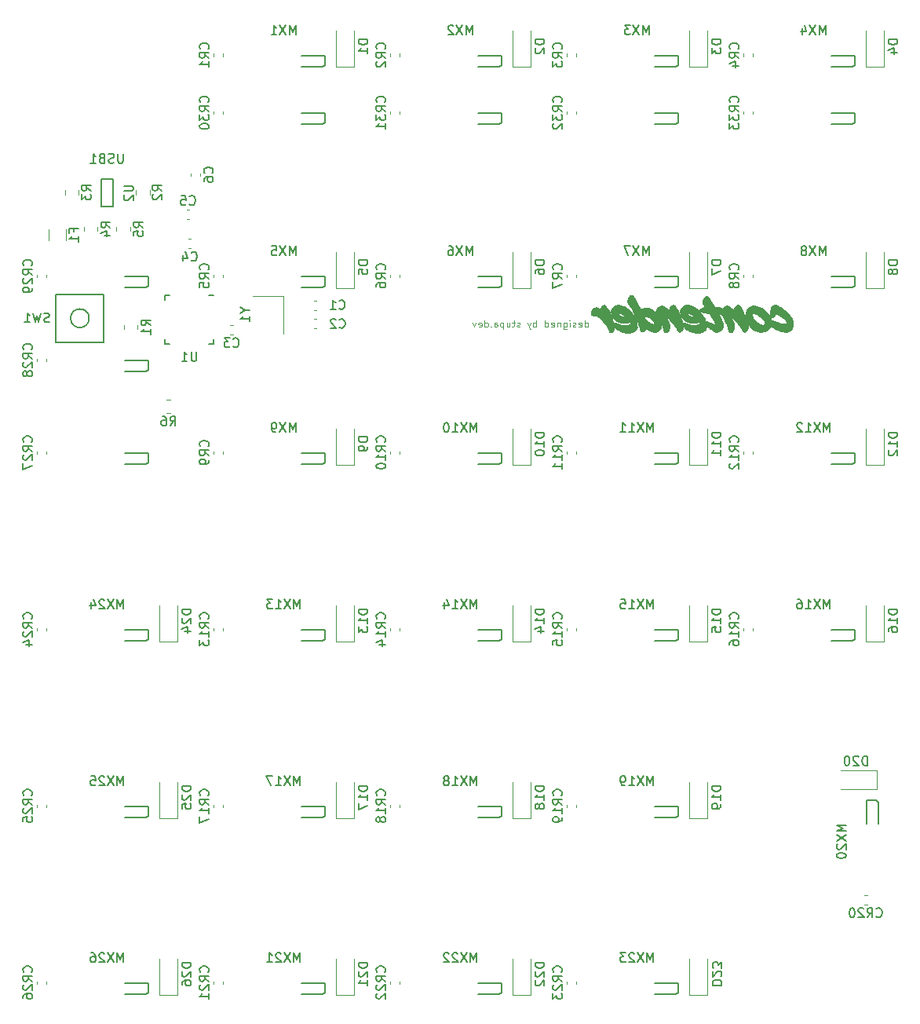
<source format=gbo>
%TF.GenerationSoftware,KiCad,Pcbnew,(5.1.8-0-10_14)*%
%TF.CreationDate,2021-01-02T00:18:47+09:00*%
%TF.ProjectId,contender,636f6e74-656e-4646-9572-2e6b69636164,rev?*%
%TF.SameCoordinates,Original*%
%TF.FileFunction,Legend,Bot*%
%TF.FilePolarity,Positive*%
%FSLAX46Y46*%
G04 Gerber Fmt 4.6, Leading zero omitted, Abs format (unit mm)*
G04 Created by KiCad (PCBNEW (5.1.8-0-10_14)) date 2021-01-02 00:18:47*
%MOMM*%
%LPD*%
G01*
G04 APERTURE LIST*
%ADD10C,0.125000*%
%ADD11C,0.150000*%
%ADD12C,0.010000*%
%ADD13C,0.120000*%
G04 APERTURE END LIST*
D10*
X88389285Y-69808285D02*
X88389285Y-69058285D01*
X88389285Y-69772571D02*
X88460714Y-69808285D01*
X88603571Y-69808285D01*
X88675000Y-69772571D01*
X88710714Y-69736857D01*
X88746428Y-69665428D01*
X88746428Y-69451142D01*
X88710714Y-69379714D01*
X88675000Y-69344000D01*
X88603571Y-69308285D01*
X88460714Y-69308285D01*
X88389285Y-69344000D01*
X87746428Y-69772571D02*
X87817857Y-69808285D01*
X87960714Y-69808285D01*
X88032142Y-69772571D01*
X88067857Y-69701142D01*
X88067857Y-69415428D01*
X88032142Y-69344000D01*
X87960714Y-69308285D01*
X87817857Y-69308285D01*
X87746428Y-69344000D01*
X87710714Y-69415428D01*
X87710714Y-69486857D01*
X88067857Y-69558285D01*
X87425000Y-69772571D02*
X87353571Y-69808285D01*
X87210714Y-69808285D01*
X87139285Y-69772571D01*
X87103571Y-69701142D01*
X87103571Y-69665428D01*
X87139285Y-69594000D01*
X87210714Y-69558285D01*
X87317857Y-69558285D01*
X87389285Y-69522571D01*
X87425000Y-69451142D01*
X87425000Y-69415428D01*
X87389285Y-69344000D01*
X87317857Y-69308285D01*
X87210714Y-69308285D01*
X87139285Y-69344000D01*
X86782142Y-69808285D02*
X86782142Y-69308285D01*
X86782142Y-69058285D02*
X86817857Y-69094000D01*
X86782142Y-69129714D01*
X86746428Y-69094000D01*
X86782142Y-69058285D01*
X86782142Y-69129714D01*
X86103571Y-69308285D02*
X86103571Y-69915428D01*
X86139285Y-69986857D01*
X86175000Y-70022571D01*
X86246428Y-70058285D01*
X86353571Y-70058285D01*
X86425000Y-70022571D01*
X86103571Y-69772571D02*
X86175000Y-69808285D01*
X86317857Y-69808285D01*
X86389285Y-69772571D01*
X86425000Y-69736857D01*
X86460714Y-69665428D01*
X86460714Y-69451142D01*
X86425000Y-69379714D01*
X86389285Y-69344000D01*
X86317857Y-69308285D01*
X86175000Y-69308285D01*
X86103571Y-69344000D01*
X85746428Y-69308285D02*
X85746428Y-69808285D01*
X85746428Y-69379714D02*
X85710714Y-69344000D01*
X85639285Y-69308285D01*
X85532142Y-69308285D01*
X85460714Y-69344000D01*
X85425000Y-69415428D01*
X85425000Y-69808285D01*
X84782142Y-69772571D02*
X84853571Y-69808285D01*
X84996428Y-69808285D01*
X85067857Y-69772571D01*
X85103571Y-69701142D01*
X85103571Y-69415428D01*
X85067857Y-69344000D01*
X84996428Y-69308285D01*
X84853571Y-69308285D01*
X84782142Y-69344000D01*
X84746428Y-69415428D01*
X84746428Y-69486857D01*
X85103571Y-69558285D01*
X84103571Y-69808285D02*
X84103571Y-69058285D01*
X84103571Y-69772571D02*
X84175000Y-69808285D01*
X84317857Y-69808285D01*
X84389285Y-69772571D01*
X84425000Y-69736857D01*
X84460714Y-69665428D01*
X84460714Y-69451142D01*
X84425000Y-69379714D01*
X84389285Y-69344000D01*
X84317857Y-69308285D01*
X84175000Y-69308285D01*
X84103571Y-69344000D01*
X83175000Y-69808285D02*
X83175000Y-69058285D01*
X83175000Y-69344000D02*
X83103571Y-69308285D01*
X82960714Y-69308285D01*
X82889285Y-69344000D01*
X82853571Y-69379714D01*
X82817857Y-69451142D01*
X82817857Y-69665428D01*
X82853571Y-69736857D01*
X82889285Y-69772571D01*
X82960714Y-69808285D01*
X83103571Y-69808285D01*
X83175000Y-69772571D01*
X82567857Y-69308285D02*
X82389285Y-69808285D01*
X82210714Y-69308285D02*
X82389285Y-69808285D01*
X82460714Y-69986857D01*
X82496428Y-70022571D01*
X82567857Y-70058285D01*
X81389285Y-69772571D02*
X81317857Y-69808285D01*
X81175000Y-69808285D01*
X81103571Y-69772571D01*
X81067857Y-69701142D01*
X81067857Y-69665428D01*
X81103571Y-69594000D01*
X81175000Y-69558285D01*
X81282142Y-69558285D01*
X81353571Y-69522571D01*
X81389285Y-69451142D01*
X81389285Y-69415428D01*
X81353571Y-69344000D01*
X81282142Y-69308285D01*
X81175000Y-69308285D01*
X81103571Y-69344000D01*
X80853571Y-69308285D02*
X80567857Y-69308285D01*
X80746428Y-69058285D02*
X80746428Y-69701142D01*
X80710714Y-69772571D01*
X80639285Y-69808285D01*
X80567857Y-69808285D01*
X79996428Y-69308285D02*
X79996428Y-69808285D01*
X80317857Y-69308285D02*
X80317857Y-69701142D01*
X80282142Y-69772571D01*
X80210714Y-69808285D01*
X80103571Y-69808285D01*
X80032142Y-69772571D01*
X79996428Y-69736857D01*
X79639285Y-69308285D02*
X79639285Y-70058285D01*
X79639285Y-69344000D02*
X79567857Y-69308285D01*
X79425000Y-69308285D01*
X79353571Y-69344000D01*
X79317857Y-69379714D01*
X79282142Y-69451142D01*
X79282142Y-69665428D01*
X79317857Y-69736857D01*
X79353571Y-69772571D01*
X79425000Y-69808285D01*
X79567857Y-69808285D01*
X79639285Y-69772571D01*
X78639285Y-69808285D02*
X78639285Y-69415428D01*
X78675000Y-69344000D01*
X78746428Y-69308285D01*
X78889285Y-69308285D01*
X78960714Y-69344000D01*
X78639285Y-69772571D02*
X78710714Y-69808285D01*
X78889285Y-69808285D01*
X78960714Y-69772571D01*
X78996428Y-69701142D01*
X78996428Y-69629714D01*
X78960714Y-69558285D01*
X78889285Y-69522571D01*
X78710714Y-69522571D01*
X78639285Y-69486857D01*
X78282142Y-69736857D02*
X78246428Y-69772571D01*
X78282142Y-69808285D01*
X78317857Y-69772571D01*
X78282142Y-69736857D01*
X78282142Y-69808285D01*
X77603571Y-69808285D02*
X77603571Y-69058285D01*
X77603571Y-69772571D02*
X77675000Y-69808285D01*
X77817857Y-69808285D01*
X77889285Y-69772571D01*
X77925000Y-69736857D01*
X77960714Y-69665428D01*
X77960714Y-69451142D01*
X77925000Y-69379714D01*
X77889285Y-69344000D01*
X77817857Y-69308285D01*
X77675000Y-69308285D01*
X77603571Y-69344000D01*
X76960714Y-69772571D02*
X77032142Y-69808285D01*
X77175000Y-69808285D01*
X77246428Y-69772571D01*
X77282142Y-69701142D01*
X77282142Y-69415428D01*
X77246428Y-69344000D01*
X77175000Y-69308285D01*
X77032142Y-69308285D01*
X76960714Y-69344000D01*
X76925000Y-69415428D01*
X76925000Y-69486857D01*
X77282142Y-69558285D01*
X76675000Y-69308285D02*
X76496428Y-69808285D01*
X76317857Y-69308285D01*
D11*
%TO.C,L33*%
X117540660Y-47729140D02*
X117286660Y-47947580D01*
X114955320Y-47947580D02*
X117266340Y-47947580D01*
X117540660Y-46728380D02*
X115006120Y-46728380D01*
X117540660Y-46728380D02*
X117540660Y-47729140D01*
%TO.C,L32*%
X98490660Y-47729140D02*
X98236660Y-47947580D01*
X95905320Y-47947580D02*
X98216340Y-47947580D01*
X98490660Y-46728380D02*
X95956120Y-46728380D01*
X98490660Y-46728380D02*
X98490660Y-47729140D01*
%TO.C,L31*%
X79440660Y-47729140D02*
X79186660Y-47947580D01*
X76855320Y-47947580D02*
X79166340Y-47947580D01*
X79440660Y-46728380D02*
X76906120Y-46728380D01*
X79440660Y-46728380D02*
X79440660Y-47729140D01*
%TO.C,L30*%
X60390660Y-47729140D02*
X60136660Y-47947580D01*
X57805320Y-47947580D02*
X60116340Y-47947580D01*
X60390660Y-46728380D02*
X57856120Y-46728380D01*
X60390660Y-46728380D02*
X60390660Y-47729140D01*
%TO.C,L29*%
X41340660Y-65349460D02*
X41086660Y-65567900D01*
X38755320Y-65567900D02*
X41066340Y-65567900D01*
X41340660Y-64348700D02*
X38806120Y-64348700D01*
X41340660Y-64348700D02*
X41340660Y-65349460D01*
%TO.C,L28*%
X41340660Y-74399460D02*
X41086660Y-74617900D01*
X38755320Y-74617900D02*
X41066340Y-74617900D01*
X41340660Y-73398700D02*
X38806120Y-73398700D01*
X41340660Y-73398700D02*
X41340660Y-74399460D01*
%TO.C,L27*%
X41340660Y-84399460D02*
X41086660Y-84617900D01*
X38755320Y-84617900D02*
X41066340Y-84617900D01*
X41340660Y-83398700D02*
X38806120Y-83398700D01*
X41340660Y-83398700D02*
X41340660Y-84399460D01*
%TO.C,L26*%
X41340660Y-141549460D02*
X41086660Y-141767900D01*
X38755320Y-141767900D02*
X41066340Y-141767900D01*
X41340660Y-140548700D02*
X38806120Y-140548700D01*
X41340660Y-140548700D02*
X41340660Y-141549460D01*
%TO.C,L25*%
X41340660Y-122499460D02*
X41086660Y-122717900D01*
X38755320Y-122717900D02*
X41066340Y-122717900D01*
X41340660Y-121498700D02*
X38806120Y-121498700D01*
X41340660Y-121498700D02*
X41340660Y-122499460D01*
%TO.C,L24*%
X41340660Y-103449460D02*
X41086660Y-103667900D01*
X38755320Y-103667900D02*
X41066340Y-103667900D01*
X41340660Y-102448700D02*
X38806120Y-102448700D01*
X41340660Y-102448700D02*
X41340660Y-103449460D01*
%TO.C,L23*%
X98490660Y-141549460D02*
X98236660Y-141767900D01*
X95905320Y-141767900D02*
X98216340Y-141767900D01*
X98490660Y-140548700D02*
X95956120Y-140548700D01*
X98490660Y-140548700D02*
X98490660Y-141549460D01*
%TO.C,L22*%
X79440660Y-141549460D02*
X79186660Y-141767900D01*
X76855320Y-141767900D02*
X79166340Y-141767900D01*
X79440660Y-140548700D02*
X76906120Y-140548700D01*
X79440660Y-140548700D02*
X79440660Y-141549460D01*
%TO.C,L21*%
X60390660Y-141549460D02*
X60136660Y-141767900D01*
X57805320Y-141767900D02*
X60116340Y-141767900D01*
X60390660Y-140548700D02*
X57856120Y-140548700D01*
X60390660Y-140548700D02*
X60390660Y-141549460D01*
%TO.C,L20*%
X119839580Y-120795660D02*
X120058020Y-121049660D01*
X120058020Y-123381000D02*
X120058020Y-121069980D01*
X118838820Y-120795660D02*
X118838820Y-123330200D01*
X118838820Y-120795660D02*
X119839580Y-120795660D01*
%TO.C,L19*%
X98490660Y-122499460D02*
X98236660Y-122717900D01*
X95905320Y-122717900D02*
X98216340Y-122717900D01*
X98490660Y-121498700D02*
X95956120Y-121498700D01*
X98490660Y-121498700D02*
X98490660Y-122499460D01*
%TO.C,L18*%
X79440660Y-122499460D02*
X79186660Y-122717900D01*
X76855320Y-122717900D02*
X79166340Y-122717900D01*
X79440660Y-121498700D02*
X76906120Y-121498700D01*
X79440660Y-121498700D02*
X79440660Y-122499460D01*
%TO.C,L17*%
X60390660Y-122499460D02*
X60136660Y-122717900D01*
X57805320Y-122717900D02*
X60116340Y-122717900D01*
X60390660Y-121498700D02*
X57856120Y-121498700D01*
X60390660Y-121498700D02*
X60390660Y-122499460D01*
%TO.C,L16*%
X117540660Y-103449460D02*
X117286660Y-103667900D01*
X114955320Y-103667900D02*
X117266340Y-103667900D01*
X117540660Y-102448700D02*
X115006120Y-102448700D01*
X117540660Y-102448700D02*
X117540660Y-103449460D01*
%TO.C,L15*%
X98490660Y-103449460D02*
X98236660Y-103667900D01*
X95905320Y-103667900D02*
X98216340Y-103667900D01*
X98490660Y-102448700D02*
X95956120Y-102448700D01*
X98490660Y-102448700D02*
X98490660Y-103449460D01*
%TO.C,L14*%
X79440660Y-103449460D02*
X79186660Y-103667900D01*
X76855320Y-103667900D02*
X79166340Y-103667900D01*
X79440660Y-102448700D02*
X76906120Y-102448700D01*
X79440660Y-102448700D02*
X79440660Y-103449460D01*
%TO.C,L13*%
X60390660Y-103449460D02*
X60136660Y-103667900D01*
X57805320Y-103667900D02*
X60116340Y-103667900D01*
X60390660Y-102448700D02*
X57856120Y-102448700D01*
X60390660Y-102448700D02*
X60390660Y-103449460D01*
%TO.C,L12*%
X117540660Y-84399460D02*
X117286660Y-84617900D01*
X114955320Y-84617900D02*
X117266340Y-84617900D01*
X117540660Y-83398700D02*
X115006120Y-83398700D01*
X117540660Y-83398700D02*
X117540660Y-84399460D01*
%TO.C,L11*%
X98490660Y-84399460D02*
X98236660Y-84617900D01*
X95905320Y-84617900D02*
X98216340Y-84617900D01*
X98490660Y-83398700D02*
X95956120Y-83398700D01*
X98490660Y-83398700D02*
X98490660Y-84399460D01*
%TO.C,L10*%
X79440660Y-84399460D02*
X79186660Y-84617900D01*
X76855320Y-84617900D02*
X79166340Y-84617900D01*
X79440660Y-83398700D02*
X76906120Y-83398700D01*
X79440660Y-83398700D02*
X79440660Y-84399460D01*
%TO.C,L9*%
X60390660Y-84399460D02*
X60136660Y-84617900D01*
X57805320Y-84617900D02*
X60116340Y-84617900D01*
X60390660Y-83398700D02*
X57856120Y-83398700D01*
X60390660Y-83398700D02*
X60390660Y-84399460D01*
%TO.C,L8*%
X117540660Y-65349460D02*
X117286660Y-65567900D01*
X114955320Y-65567900D02*
X117266340Y-65567900D01*
X117540660Y-64348700D02*
X115006120Y-64348700D01*
X117540660Y-64348700D02*
X117540660Y-65349460D01*
%TO.C,L7*%
X98490660Y-65349460D02*
X98236660Y-65567900D01*
X95905320Y-65567900D02*
X98216340Y-65567900D01*
X98490660Y-64348700D02*
X95956120Y-64348700D01*
X98490660Y-64348700D02*
X98490660Y-65349460D01*
%TO.C,L6*%
X79440660Y-65349460D02*
X79186660Y-65567900D01*
X76855320Y-65567900D02*
X79166340Y-65567900D01*
X79440660Y-64348700D02*
X76906120Y-64348700D01*
X79440660Y-64348700D02*
X79440660Y-65349460D01*
%TO.C,L5*%
X60390660Y-65349460D02*
X60136660Y-65567900D01*
X57805320Y-65567900D02*
X60116340Y-65567900D01*
X60390660Y-64348700D02*
X57856120Y-64348700D01*
X60390660Y-64348700D02*
X60390660Y-65349460D01*
%TO.C,L4*%
X117540660Y-41536460D02*
X117286660Y-41754900D01*
X114955320Y-41754900D02*
X117266340Y-41754900D01*
X117540660Y-40535700D02*
X115006120Y-40535700D01*
X117540660Y-40535700D02*
X117540660Y-41536460D01*
%TO.C,L3*%
X98490660Y-41536460D02*
X98236660Y-41754900D01*
X95905320Y-41754900D02*
X98216340Y-41754900D01*
X98490660Y-40535700D02*
X95956120Y-40535700D01*
X98490660Y-40535700D02*
X98490660Y-41536460D01*
%TO.C,L2*%
X79440660Y-41536460D02*
X79186660Y-41754900D01*
X76855320Y-41754900D02*
X79166340Y-41754900D01*
X79440660Y-40535700D02*
X76906120Y-40535700D01*
X79440660Y-40535700D02*
X79440660Y-41536460D01*
%TO.C,L1*%
X60390660Y-41536460D02*
X60136660Y-41754900D01*
X57805320Y-41754900D02*
X60116340Y-41754900D01*
X60390660Y-40535700D02*
X57856120Y-40535700D01*
X60390660Y-40535700D02*
X60390660Y-41536460D01*
D12*
%TO.C,G\u002A\u002A\u002A*%
G36*
X91889417Y-67422210D02*
G01*
X91791423Y-67440620D01*
X91692119Y-67475212D01*
X91594787Y-67523919D01*
X91502709Y-67584678D01*
X91419168Y-67655423D01*
X91347444Y-67734090D01*
X91309686Y-67786971D01*
X91266369Y-67871375D01*
X91237000Y-67965774D01*
X91222113Y-68066973D01*
X91222238Y-68171778D01*
X91232489Y-68250740D01*
X91259421Y-68363183D01*
X91297943Y-68477984D01*
X91346552Y-68592809D01*
X91403745Y-68705325D01*
X91468020Y-68813199D01*
X91537875Y-68914098D01*
X91611807Y-69005687D01*
X91688314Y-69085634D01*
X91765893Y-69151606D01*
X91843042Y-69201268D01*
X91845281Y-69202453D01*
X91965702Y-69257071D01*
X92099907Y-69302021D01*
X92245204Y-69336725D01*
X92398905Y-69360603D01*
X92558318Y-69373079D01*
X92646982Y-69374870D01*
X92789379Y-69370200D01*
X92917608Y-69356017D01*
X93033979Y-69331890D01*
X93140800Y-69297389D01*
X93200909Y-69271699D01*
X93278233Y-69235464D01*
X93287592Y-69265213D01*
X93303215Y-69332469D01*
X93303723Y-69388979D01*
X93288498Y-69435924D01*
X93256921Y-69474485D01*
X93208371Y-69505845D01*
X93149318Y-69528993D01*
X93018263Y-69562805D01*
X92877977Y-69585223D01*
X92734685Y-69595576D01*
X92594613Y-69593195D01*
X92569962Y-69591340D01*
X92450996Y-69578211D01*
X92336302Y-69558919D01*
X92221735Y-69532414D01*
X92103148Y-69497644D01*
X91976394Y-69453559D01*
X91881257Y-69416863D01*
X91826407Y-69395491D01*
X91772735Y-69375483D01*
X91724707Y-69358439D01*
X91686790Y-69345961D01*
X91670088Y-69341160D01*
X91618836Y-69331947D01*
X91570840Y-69330435D01*
X91530770Y-69336369D01*
X91503294Y-69349493D01*
X91502342Y-69350326D01*
X91496899Y-69354353D01*
X91491698Y-69354637D01*
X91485923Y-69349331D01*
X91478757Y-69336585D01*
X91469386Y-69314551D01*
X91456993Y-69281381D01*
X91440762Y-69235226D01*
X91419877Y-69174236D01*
X91404078Y-69127704D01*
X91325281Y-68902542D01*
X91244699Y-68686288D01*
X91162971Y-68480424D01*
X91080738Y-68286433D01*
X90998641Y-68105796D01*
X90917320Y-67939995D01*
X90837417Y-67790512D01*
X90792107Y-67712093D01*
X90731319Y-67619251D01*
X90670594Y-67544997D01*
X90609560Y-67489107D01*
X90547847Y-67451360D01*
X90485083Y-67431533D01*
X90420899Y-67429403D01*
X90354923Y-67444748D01*
X90349681Y-67446677D01*
X90297390Y-67474475D01*
X90243444Y-67517645D01*
X90190310Y-67573202D01*
X90140459Y-67638163D01*
X90096360Y-67709541D01*
X90060481Y-67784353D01*
X90051776Y-67806782D01*
X90040634Y-67836822D01*
X90032201Y-67858840D01*
X90028395Y-67867875D01*
X90020509Y-67863983D01*
X90001297Y-67851142D01*
X89974390Y-67831817D01*
X89964302Y-67824334D01*
X89876393Y-67765561D01*
X89789304Y-67720782D01*
X89705026Y-67690734D01*
X89625550Y-67676157D01*
X89565096Y-67676292D01*
X89478062Y-67694139D01*
X89394360Y-67728751D01*
X89315732Y-67778144D01*
X89243918Y-67840335D01*
X89180660Y-67913341D01*
X89127699Y-67995179D01*
X89086775Y-68083864D01*
X89059630Y-68177416D01*
X89048383Y-68264851D01*
X89049511Y-68340643D01*
X89061829Y-68403472D01*
X89086212Y-68456111D01*
X89122690Y-68500514D01*
X89170425Y-68537298D01*
X89222674Y-68558219D01*
X89281647Y-68563675D01*
X89349551Y-68554066D01*
X89377834Y-68546641D01*
X89429724Y-68540281D01*
X89493337Y-68547607D01*
X89567712Y-68568409D01*
X89651888Y-68602475D01*
X89669805Y-68610857D01*
X89798207Y-68680917D01*
X89928878Y-68769439D01*
X90061626Y-68876235D01*
X90196265Y-69001112D01*
X90332605Y-69143881D01*
X90470456Y-69304350D01*
X90609629Y-69482330D01*
X90749937Y-69677629D01*
X90798075Y-69748254D01*
X90828605Y-69793869D01*
X90852167Y-69830418D01*
X90870654Y-69861923D01*
X90885959Y-69892408D01*
X90899975Y-69925893D01*
X90914596Y-69966403D01*
X90931715Y-70017958D01*
X90946400Y-70063402D01*
X90972852Y-70142900D01*
X90996143Y-70206437D01*
X91017480Y-70256350D01*
X91038070Y-70294979D01*
X91059116Y-70324664D01*
X91081827Y-70347744D01*
X91100218Y-70361813D01*
X91139469Y-70385586D01*
X91174101Y-70398097D01*
X91212134Y-70402017D01*
X91220891Y-70402004D01*
X91273349Y-70392190D01*
X91324984Y-70365454D01*
X91374616Y-70323689D01*
X91421064Y-70268785D01*
X91463149Y-70202632D01*
X91499690Y-70127122D01*
X91529507Y-70044145D01*
X91551420Y-69955592D01*
X91564248Y-69863354D01*
X91565247Y-69850318D01*
X91571704Y-69756562D01*
X91621245Y-69823452D01*
X91695082Y-69910889D01*
X91782976Y-69992307D01*
X91886171Y-70068657D01*
X92005912Y-70140891D01*
X92098518Y-70188680D01*
X92273382Y-70264745D01*
X92458421Y-70328439D01*
X92648350Y-70378113D01*
X92794667Y-70405781D01*
X92831350Y-70410219D01*
X92880823Y-70414354D01*
X92939300Y-70418051D01*
X93002993Y-70421178D01*
X93068116Y-70423600D01*
X93130882Y-70425184D01*
X93187505Y-70425797D01*
X93234199Y-70425305D01*
X93267175Y-70423575D01*
X93274444Y-70422703D01*
X93421366Y-70394269D01*
X93553284Y-70355917D01*
X93669974Y-70307808D01*
X93771213Y-70250102D01*
X93856777Y-70182960D01*
X93926440Y-70106542D01*
X93979979Y-70021009D01*
X94017169Y-69926522D01*
X94028132Y-69882926D01*
X94036610Y-69818440D01*
X94038394Y-69738716D01*
X94033664Y-69646030D01*
X94022599Y-69542658D01*
X94005379Y-69430877D01*
X93983738Y-69320158D01*
X93950339Y-69189619D01*
X93905230Y-69051237D01*
X93850507Y-68909951D01*
X93788265Y-68770701D01*
X93720602Y-68638427D01*
X93716829Y-68632030D01*
X92686481Y-68632030D01*
X92677697Y-68639557D01*
X92653617Y-68645068D01*
X92617653Y-68648565D01*
X92573217Y-68650049D01*
X92523719Y-68649523D01*
X92472570Y-68646990D01*
X92423181Y-68642450D01*
X92378965Y-68635908D01*
X92359600Y-68631823D01*
X92263984Y-68600522D01*
X92173311Y-68554672D01*
X92090659Y-68496541D01*
X92019108Y-68428397D01*
X91961735Y-68352510D01*
X91947530Y-68328171D01*
X91921937Y-68281148D01*
X91967894Y-68287637D01*
X92060466Y-68305575D01*
X92161798Y-68333669D01*
X92266299Y-68369909D01*
X92368378Y-68412286D01*
X92462442Y-68458790D01*
X92494798Y-68477052D01*
X92533387Y-68501352D01*
X92573324Y-68529245D01*
X92611506Y-68558220D01*
X92644826Y-68585767D01*
X92670179Y-68609374D01*
X92684461Y-68626532D01*
X92686481Y-68632030D01*
X93716829Y-68632030D01*
X93649611Y-68518069D01*
X93631931Y-68490933D01*
X93517379Y-68332685D01*
X93390305Y-68182500D01*
X93252518Y-68041816D01*
X93105827Y-67912071D01*
X92952040Y-67794701D01*
X92792965Y-67691144D01*
X92630412Y-67602837D01*
X92466189Y-67531218D01*
X92390148Y-67504128D01*
X92290672Y-67474407D01*
X92191065Y-67450535D01*
X92095007Y-67433114D01*
X92006178Y-67422744D01*
X91928260Y-67420030D01*
X91889417Y-67422210D01*
G37*
X91889417Y-67422210D02*
X91791423Y-67440620D01*
X91692119Y-67475212D01*
X91594787Y-67523919D01*
X91502709Y-67584678D01*
X91419168Y-67655423D01*
X91347444Y-67734090D01*
X91309686Y-67786971D01*
X91266369Y-67871375D01*
X91237000Y-67965774D01*
X91222113Y-68066973D01*
X91222238Y-68171778D01*
X91232489Y-68250740D01*
X91259421Y-68363183D01*
X91297943Y-68477984D01*
X91346552Y-68592809D01*
X91403745Y-68705325D01*
X91468020Y-68813199D01*
X91537875Y-68914098D01*
X91611807Y-69005687D01*
X91688314Y-69085634D01*
X91765893Y-69151606D01*
X91843042Y-69201268D01*
X91845281Y-69202453D01*
X91965702Y-69257071D01*
X92099907Y-69302021D01*
X92245204Y-69336725D01*
X92398905Y-69360603D01*
X92558318Y-69373079D01*
X92646982Y-69374870D01*
X92789379Y-69370200D01*
X92917608Y-69356017D01*
X93033979Y-69331890D01*
X93140800Y-69297389D01*
X93200909Y-69271699D01*
X93278233Y-69235464D01*
X93287592Y-69265213D01*
X93303215Y-69332469D01*
X93303723Y-69388979D01*
X93288498Y-69435924D01*
X93256921Y-69474485D01*
X93208371Y-69505845D01*
X93149318Y-69528993D01*
X93018263Y-69562805D01*
X92877977Y-69585223D01*
X92734685Y-69595576D01*
X92594613Y-69593195D01*
X92569962Y-69591340D01*
X92450996Y-69578211D01*
X92336302Y-69558919D01*
X92221735Y-69532414D01*
X92103148Y-69497644D01*
X91976394Y-69453559D01*
X91881257Y-69416863D01*
X91826407Y-69395491D01*
X91772735Y-69375483D01*
X91724707Y-69358439D01*
X91686790Y-69345961D01*
X91670088Y-69341160D01*
X91618836Y-69331947D01*
X91570840Y-69330435D01*
X91530770Y-69336369D01*
X91503294Y-69349493D01*
X91502342Y-69350326D01*
X91496899Y-69354353D01*
X91491698Y-69354637D01*
X91485923Y-69349331D01*
X91478757Y-69336585D01*
X91469386Y-69314551D01*
X91456993Y-69281381D01*
X91440762Y-69235226D01*
X91419877Y-69174236D01*
X91404078Y-69127704D01*
X91325281Y-68902542D01*
X91244699Y-68686288D01*
X91162971Y-68480424D01*
X91080738Y-68286433D01*
X90998641Y-68105796D01*
X90917320Y-67939995D01*
X90837417Y-67790512D01*
X90792107Y-67712093D01*
X90731319Y-67619251D01*
X90670594Y-67544997D01*
X90609560Y-67489107D01*
X90547847Y-67451360D01*
X90485083Y-67431533D01*
X90420899Y-67429403D01*
X90354923Y-67444748D01*
X90349681Y-67446677D01*
X90297390Y-67474475D01*
X90243444Y-67517645D01*
X90190310Y-67573202D01*
X90140459Y-67638163D01*
X90096360Y-67709541D01*
X90060481Y-67784353D01*
X90051776Y-67806782D01*
X90040634Y-67836822D01*
X90032201Y-67858840D01*
X90028395Y-67867875D01*
X90020509Y-67863983D01*
X90001297Y-67851142D01*
X89974390Y-67831817D01*
X89964302Y-67824334D01*
X89876393Y-67765561D01*
X89789304Y-67720782D01*
X89705026Y-67690734D01*
X89625550Y-67676157D01*
X89565096Y-67676292D01*
X89478062Y-67694139D01*
X89394360Y-67728751D01*
X89315732Y-67778144D01*
X89243918Y-67840335D01*
X89180660Y-67913341D01*
X89127699Y-67995179D01*
X89086775Y-68083864D01*
X89059630Y-68177416D01*
X89048383Y-68264851D01*
X89049511Y-68340643D01*
X89061829Y-68403472D01*
X89086212Y-68456111D01*
X89122690Y-68500514D01*
X89170425Y-68537298D01*
X89222674Y-68558219D01*
X89281647Y-68563675D01*
X89349551Y-68554066D01*
X89377834Y-68546641D01*
X89429724Y-68540281D01*
X89493337Y-68547607D01*
X89567712Y-68568409D01*
X89651888Y-68602475D01*
X89669805Y-68610857D01*
X89798207Y-68680917D01*
X89928878Y-68769439D01*
X90061626Y-68876235D01*
X90196265Y-69001112D01*
X90332605Y-69143881D01*
X90470456Y-69304350D01*
X90609629Y-69482330D01*
X90749937Y-69677629D01*
X90798075Y-69748254D01*
X90828605Y-69793869D01*
X90852167Y-69830418D01*
X90870654Y-69861923D01*
X90885959Y-69892408D01*
X90899975Y-69925893D01*
X90914596Y-69966403D01*
X90931715Y-70017958D01*
X90946400Y-70063402D01*
X90972852Y-70142900D01*
X90996143Y-70206437D01*
X91017480Y-70256350D01*
X91038070Y-70294979D01*
X91059116Y-70324664D01*
X91081827Y-70347744D01*
X91100218Y-70361813D01*
X91139469Y-70385586D01*
X91174101Y-70398097D01*
X91212134Y-70402017D01*
X91220891Y-70402004D01*
X91273349Y-70392190D01*
X91324984Y-70365454D01*
X91374616Y-70323689D01*
X91421064Y-70268785D01*
X91463149Y-70202632D01*
X91499690Y-70127122D01*
X91529507Y-70044145D01*
X91551420Y-69955592D01*
X91564248Y-69863354D01*
X91565247Y-69850318D01*
X91571704Y-69756562D01*
X91621245Y-69823452D01*
X91695082Y-69910889D01*
X91782976Y-69992307D01*
X91886171Y-70068657D01*
X92005912Y-70140891D01*
X92098518Y-70188680D01*
X92273382Y-70264745D01*
X92458421Y-70328439D01*
X92648350Y-70378113D01*
X92794667Y-70405781D01*
X92831350Y-70410219D01*
X92880823Y-70414354D01*
X92939300Y-70418051D01*
X93002993Y-70421178D01*
X93068116Y-70423600D01*
X93130882Y-70425184D01*
X93187505Y-70425797D01*
X93234199Y-70425305D01*
X93267175Y-70423575D01*
X93274444Y-70422703D01*
X93421366Y-70394269D01*
X93553284Y-70355917D01*
X93669974Y-70307808D01*
X93771213Y-70250102D01*
X93856777Y-70182960D01*
X93926440Y-70106542D01*
X93979979Y-70021009D01*
X94017169Y-69926522D01*
X94028132Y-69882926D01*
X94036610Y-69818440D01*
X94038394Y-69738716D01*
X94033664Y-69646030D01*
X94022599Y-69542658D01*
X94005379Y-69430877D01*
X93983738Y-69320158D01*
X93950339Y-69189619D01*
X93905230Y-69051237D01*
X93850507Y-68909951D01*
X93788265Y-68770701D01*
X93720602Y-68638427D01*
X93716829Y-68632030D01*
X92686481Y-68632030D01*
X92677697Y-68639557D01*
X92653617Y-68645068D01*
X92617653Y-68648565D01*
X92573217Y-68650049D01*
X92523719Y-68649523D01*
X92472570Y-68646990D01*
X92423181Y-68642450D01*
X92378965Y-68635908D01*
X92359600Y-68631823D01*
X92263984Y-68600522D01*
X92173311Y-68554672D01*
X92090659Y-68496541D01*
X92019108Y-68428397D01*
X91961735Y-68352510D01*
X91947530Y-68328171D01*
X91921937Y-68281148D01*
X91967894Y-68287637D01*
X92060466Y-68305575D01*
X92161798Y-68333669D01*
X92266299Y-68369909D01*
X92368378Y-68412286D01*
X92462442Y-68458790D01*
X92494798Y-68477052D01*
X92533387Y-68501352D01*
X92573324Y-68529245D01*
X92611506Y-68558220D01*
X92644826Y-68585767D01*
X92670179Y-68609374D01*
X92684461Y-68626532D01*
X92686481Y-68632030D01*
X93716829Y-68632030D01*
X93649611Y-68518069D01*
X93631931Y-68490933D01*
X93517379Y-68332685D01*
X93390305Y-68182500D01*
X93252518Y-68041816D01*
X93105827Y-67912071D01*
X92952040Y-67794701D01*
X92792965Y-67691144D01*
X92630412Y-67602837D01*
X92466189Y-67531218D01*
X92390148Y-67504128D01*
X92290672Y-67474407D01*
X92191065Y-67450535D01*
X92095007Y-67433114D01*
X92006178Y-67422744D01*
X91928260Y-67420030D01*
X91889417Y-67422210D01*
G36*
X93355979Y-66357030D02*
G01*
X93293547Y-66385425D01*
X93261141Y-66407036D01*
X93201703Y-66460622D01*
X93146307Y-66529421D01*
X93096650Y-66609977D01*
X93054431Y-66698835D01*
X93021345Y-66792540D01*
X92999089Y-66887637D01*
X92990506Y-66958083D01*
X92988346Y-67005235D01*
X92989852Y-67045463D01*
X92996271Y-67082380D01*
X93008849Y-67119602D01*
X93028835Y-67160742D01*
X93057475Y-67209416D01*
X93096015Y-67269238D01*
X93099866Y-67275071D01*
X93212758Y-67452243D01*
X93328371Y-67646043D01*
X93445751Y-67854647D01*
X93563945Y-68076230D01*
X93681998Y-68308969D01*
X93798955Y-68551039D01*
X93913864Y-68800617D01*
X93999967Y-68995882D01*
X94075753Y-69176983D01*
X94141732Y-69347978D01*
X94199524Y-69513711D01*
X94250747Y-69679024D01*
X94297020Y-69848760D01*
X94329007Y-69979969D01*
X94347440Y-70056050D01*
X94363911Y-70116191D01*
X94379501Y-70163019D01*
X94395292Y-70199161D01*
X94412366Y-70227243D01*
X94431807Y-70249893D01*
X94445243Y-70262126D01*
X94493905Y-70291393D01*
X94549441Y-70304247D01*
X94610216Y-70301055D01*
X94674596Y-70282187D01*
X94740947Y-70248011D01*
X94807636Y-70198894D01*
X94834951Y-70174280D01*
X94870771Y-70137428D01*
X94906998Y-70095605D01*
X94937247Y-70056300D01*
X94944199Y-70046123D01*
X94986473Y-69981703D01*
X95108829Y-70055859D01*
X95267907Y-70145944D01*
X95420426Y-70219224D01*
X95567460Y-70276092D01*
X95710086Y-70316939D01*
X95849379Y-70342156D01*
X95913222Y-70348660D01*
X96012720Y-70347099D01*
X96111201Y-70328075D01*
X96206812Y-70292923D01*
X96297700Y-70242976D01*
X96382010Y-70179570D01*
X96457890Y-70104036D01*
X96523486Y-70017711D01*
X96576943Y-69921926D01*
X96606137Y-69850000D01*
X96617420Y-69815454D01*
X96624867Y-69785703D01*
X96629216Y-69755132D01*
X96631205Y-69718128D01*
X96631575Y-69669076D01*
X96631519Y-69657148D01*
X96623076Y-69523688D01*
X96608697Y-69443045D01*
X95884479Y-69443045D01*
X95881252Y-69455756D01*
X95872407Y-69465724D01*
X95865857Y-69471157D01*
X95847549Y-69481123D01*
X95822947Y-69484981D01*
X95789665Y-69482435D01*
X95745318Y-69473188D01*
X95687518Y-69456942D01*
X95645468Y-69443738D01*
X95547604Y-69408557D01*
X95459136Y-69368283D01*
X95371409Y-69318788D01*
X95334667Y-69295535D01*
X95258991Y-69242214D01*
X95179475Y-69178834D01*
X95100154Y-69109119D01*
X95025065Y-69036795D01*
X94958243Y-68965585D01*
X94903725Y-68899215D01*
X94900518Y-68894905D01*
X94871355Y-68853309D01*
X94845792Y-68812896D01*
X94825524Y-68776794D01*
X94812245Y-68748127D01*
X94807650Y-68730019D01*
X94808951Y-68726066D01*
X94830532Y-68713523D01*
X94866117Y-68701286D01*
X94910910Y-68690418D01*
X94960117Y-68681984D01*
X95008941Y-68677048D01*
X95033630Y-68676210D01*
X95075994Y-68676734D01*
X95108662Y-68679755D01*
X95138974Y-68686779D01*
X95174271Y-68699312D01*
X95202963Y-68710959D01*
X95328566Y-68769728D01*
X95444654Y-68837365D01*
X95549957Y-68912595D01*
X95643207Y-68994141D01*
X95723134Y-69080727D01*
X95788470Y-69171079D01*
X95837945Y-69263919D01*
X95870291Y-69357974D01*
X95876869Y-69388405D01*
X95882785Y-69422343D01*
X95884479Y-69443045D01*
X96608697Y-69443045D01*
X96598924Y-69388242D01*
X96567743Y-69275582D01*
X96557837Y-69242776D01*
X96551393Y-69218209D01*
X96549503Y-69206152D01*
X96549876Y-69205592D01*
X96555223Y-69213618D01*
X96567017Y-69235708D01*
X96583737Y-69268881D01*
X96603863Y-69310157D01*
X96613575Y-69330474D01*
X96663575Y-69437224D01*
X96705724Y-69531048D01*
X96741304Y-69615469D01*
X96771598Y-69694010D01*
X96797888Y-69770194D01*
X96821456Y-69847544D01*
X96843584Y-69929582D01*
X96865556Y-70019832D01*
X96867417Y-70027822D01*
X96888080Y-70112921D01*
X96907128Y-70181623D01*
X96925676Y-70236146D01*
X96944839Y-70278709D01*
X96965733Y-70311531D01*
X96989473Y-70336830D01*
X97017175Y-70356824D01*
X97038665Y-70368434D01*
X97074155Y-70383519D01*
X97105090Y-70389731D01*
X97142184Y-70389189D01*
X97143288Y-70389107D01*
X97191774Y-70381721D01*
X97234835Y-70365893D01*
X97277067Y-70339192D01*
X97323065Y-70299186D01*
X97334592Y-70287915D01*
X97372456Y-70246928D01*
X97403103Y-70204893D01*
X97431783Y-70154328D01*
X97440518Y-70136926D01*
X97469304Y-70075317D01*
X97490965Y-70020367D01*
X97506452Y-69967510D01*
X97516715Y-69912180D01*
X97522707Y-69849810D01*
X97525378Y-69775835D01*
X97525778Y-69727703D01*
X97525603Y-69663616D01*
X97524601Y-69614235D01*
X97522418Y-69575458D01*
X97518703Y-69543183D01*
X97513104Y-69513308D01*
X97505268Y-69481731D01*
X97504371Y-69478407D01*
X97480862Y-69401195D01*
X97448844Y-69310561D01*
X97409452Y-69209240D01*
X97363819Y-69099964D01*
X97313081Y-68985469D01*
X97258373Y-68868488D01*
X97212134Y-68774201D01*
X97189524Y-68728394D01*
X97170606Y-68688755D01*
X97156714Y-68658184D01*
X97149179Y-68639581D01*
X97148322Y-68635282D01*
X97157141Y-68639071D01*
X97177270Y-68653981D01*
X97206509Y-68678041D01*
X97242658Y-68709280D01*
X97283516Y-68745726D01*
X97326882Y-68785407D01*
X97370555Y-68826352D01*
X97412334Y-68866589D01*
X97450019Y-68904147D01*
X97460741Y-68915160D01*
X97567273Y-69028839D01*
X97672426Y-69147926D01*
X97778657Y-69275357D01*
X97888419Y-69414072D01*
X97994247Y-69553666D01*
X98029173Y-69601218D01*
X98067949Y-69655130D01*
X98109167Y-69713336D01*
X98151419Y-69773769D01*
X98193296Y-69834362D01*
X98233392Y-69893048D01*
X98270298Y-69947761D01*
X98302606Y-69996433D01*
X98328908Y-70036997D01*
X98347796Y-70067388D01*
X98357862Y-70085537D01*
X98359148Y-70089338D01*
X98364617Y-70110061D01*
X98379119Y-70140648D01*
X98399800Y-70176379D01*
X98423805Y-70212535D01*
X98448279Y-70244396D01*
X98462204Y-70259692D01*
X98509256Y-70297022D01*
X98560823Y-70321227D01*
X98612495Y-70330609D01*
X98640945Y-70328560D01*
X98705212Y-70307700D01*
X98767165Y-70269987D01*
X98825408Y-70217359D01*
X98878542Y-70151754D01*
X98925169Y-70075110D01*
X98963893Y-69989367D01*
X98993314Y-69896463D01*
X99009316Y-69817627D01*
X99020710Y-69743198D01*
X99065136Y-69806006D01*
X99125000Y-69882449D01*
X99192584Y-69952472D01*
X99270113Y-70017780D01*
X99359807Y-70080076D01*
X99463888Y-70141066D01*
X99577407Y-70199008D01*
X99718683Y-70260583D01*
X99867544Y-70313356D01*
X100021064Y-70356827D01*
X100176316Y-70390492D01*
X100330374Y-70413850D01*
X100480311Y-70426399D01*
X100623202Y-70427638D01*
X100756120Y-70417064D01*
X100805074Y-70409550D01*
X100941197Y-70378798D01*
X101063698Y-70337329D01*
X101172094Y-70285503D01*
X101265901Y-70223678D01*
X101344633Y-70152215D01*
X101407807Y-70071472D01*
X101454938Y-69981809D01*
X101479394Y-69909204D01*
X101486830Y-69868345D01*
X101491873Y-69814771D01*
X101494359Y-69754450D01*
X101494125Y-69693348D01*
X101491007Y-69637432D01*
X101487635Y-69608520D01*
X101481543Y-69567777D01*
X101511696Y-69605407D01*
X101539175Y-69637111D01*
X101577952Y-69678290D01*
X101625089Y-69726115D01*
X101677648Y-69777758D01*
X101732692Y-69830390D01*
X101787285Y-69881182D01*
X101838488Y-69927305D01*
X101883365Y-69965931D01*
X101901037Y-69980372D01*
X101995403Y-70052810D01*
X102091530Y-70121099D01*
X102186733Y-70183591D01*
X102278325Y-70238642D01*
X102363617Y-70284603D01*
X102439924Y-70319829D01*
X102479592Y-70334893D01*
X102562009Y-70353455D01*
X102649531Y-70355793D01*
X102739948Y-70343018D01*
X102831049Y-70316240D01*
X102920626Y-70276571D01*
X103006467Y-70225122D01*
X103086362Y-70163001D01*
X103158101Y-70091322D01*
X103219474Y-70011193D01*
X103258860Y-69943279D01*
X103288170Y-69879376D01*
X103307416Y-69821890D01*
X103318746Y-69762923D01*
X103323840Y-69704164D01*
X103325381Y-69661910D01*
X103324407Y-69627053D01*
X103320128Y-69593139D01*
X103311752Y-69553711D01*
X103299638Y-69506608D01*
X103265457Y-69389482D01*
X103222607Y-69260248D01*
X103172562Y-69122647D01*
X103116795Y-68980420D01*
X103056779Y-68837306D01*
X102993988Y-68697046D01*
X102929895Y-68563380D01*
X102921393Y-68546382D01*
X102904752Y-68512860D01*
X102891941Y-68486242D01*
X102884890Y-68470580D01*
X102884111Y-68468213D01*
X102891545Y-68461717D01*
X102910701Y-68449219D01*
X102928796Y-68438445D01*
X102964077Y-68416198D01*
X103001012Y-68390081D01*
X103014397Y-68379711D01*
X103038997Y-68361287D01*
X103053776Y-68354566D01*
X103062359Y-68358090D01*
X103063642Y-68359882D01*
X103071153Y-68376350D01*
X103072115Y-68381636D01*
X103077082Y-68391925D01*
X103090785Y-68415231D01*
X103111577Y-68448880D01*
X103137809Y-68490201D01*
X103164976Y-68532154D01*
X103266063Y-68693602D01*
X103368323Y-68869855D01*
X103469735Y-69057177D01*
X103568274Y-69251831D01*
X103661920Y-69450081D01*
X103661967Y-69450185D01*
X103700994Y-69537543D01*
X103733450Y-69614547D01*
X103761049Y-69686132D01*
X103785505Y-69757233D01*
X103808531Y-69832787D01*
X103831841Y-69917729D01*
X103853038Y-70000518D01*
X103872680Y-70078387D01*
X103888821Y-70140358D01*
X103902334Y-70188836D01*
X103914092Y-70226223D01*
X103924967Y-70254920D01*
X103935833Y-70277332D01*
X103947561Y-70295861D01*
X103961024Y-70312910D01*
X103970351Y-70323485D01*
X104016012Y-70360719D01*
X104070170Y-70383219D01*
X104129011Y-70390481D01*
X104188722Y-70382002D01*
X104241919Y-70359413D01*
X104288647Y-70325081D01*
X104336813Y-70277604D01*
X104382267Y-70221802D01*
X104420857Y-70162497D01*
X104435601Y-70134456D01*
X104483782Y-70013030D01*
X104513987Y-69886515D01*
X104526164Y-69755549D01*
X104520257Y-69620770D01*
X104496215Y-69482815D01*
X104491721Y-69464547D01*
X104476115Y-69411507D01*
X104453082Y-69344661D01*
X104423838Y-69266915D01*
X104389601Y-69181175D01*
X104351589Y-69090345D01*
X104311020Y-68997331D01*
X104269111Y-68905039D01*
X104227081Y-68816374D01*
X104186147Y-68734240D01*
X104183247Y-68728604D01*
X104164502Y-68691441D01*
X104149903Y-68660935D01*
X104141084Y-68640607D01*
X104139331Y-68633977D01*
X104149338Y-68636750D01*
X104170547Y-68651829D01*
X104201413Y-68677680D01*
X104240393Y-68712770D01*
X104285943Y-68755564D01*
X104336519Y-68804528D01*
X104390579Y-68858128D01*
X104446578Y-68914830D01*
X104502972Y-68973099D01*
X104558218Y-69031402D01*
X104610772Y-69088204D01*
X104659091Y-69141971D01*
X104701630Y-69191170D01*
X104709777Y-69200888D01*
X104766684Y-69270470D01*
X104827071Y-69346593D01*
X104889668Y-69427480D01*
X104953205Y-69511357D01*
X105016413Y-69596446D01*
X105078022Y-69680974D01*
X105136763Y-69763162D01*
X105191366Y-69841237D01*
X105240561Y-69913421D01*
X105283080Y-69977939D01*
X105317652Y-70033015D01*
X105343007Y-70076874D01*
X105357611Y-70107058D01*
X105393923Y-70182016D01*
X105437344Y-70242309D01*
X105486624Y-70287216D01*
X105540511Y-70316018D01*
X105597755Y-70327995D01*
X105657107Y-70322426D01*
X105702998Y-70305947D01*
X105743159Y-70280882D01*
X105787757Y-70243405D01*
X105832639Y-70197846D01*
X105873653Y-70148533D01*
X105906648Y-70099794D01*
X105914752Y-70085185D01*
X105934746Y-70043016D01*
X105955727Y-69992814D01*
X105973521Y-69944638D01*
X105975277Y-69939370D01*
X105985901Y-69905286D01*
X105993249Y-69875661D01*
X105997936Y-69845544D01*
X106000574Y-69809985D01*
X106001777Y-69764034D01*
X106002095Y-69723000D01*
X106001856Y-69664037D01*
X106000261Y-69618908D01*
X105996822Y-69582654D01*
X105991049Y-69550313D01*
X105982457Y-69516924D01*
X105981494Y-69513580D01*
X105971643Y-69478961D01*
X105964235Y-69451735D01*
X105960534Y-69436579D01*
X105960333Y-69435142D01*
X105965443Y-69440326D01*
X105979473Y-69458284D01*
X106000475Y-69486433D01*
X106026498Y-69522189D01*
X106036061Y-69535505D01*
X106146948Y-69682824D01*
X106256570Y-69812440D01*
X106366399Y-69925264D01*
X106477906Y-70022208D01*
X106592563Y-70104183D01*
X106711841Y-70172101D01*
X106837213Y-70226873D01*
X106970148Y-70269411D01*
X107112119Y-70300627D01*
X107264597Y-70321431D01*
X107311717Y-70325706D01*
X107438402Y-70331252D01*
X107554497Y-70325774D01*
X107665075Y-70308673D01*
X107775210Y-70279349D01*
X107813592Y-70266441D01*
X107958674Y-70206077D01*
X108093387Y-70131363D01*
X108216527Y-70043219D01*
X108326890Y-69942563D01*
X108423272Y-69830313D01*
X108467453Y-69767685D01*
X108485631Y-69740737D01*
X108499601Y-69721359D01*
X108506436Y-69713603D01*
X108506515Y-69713592D01*
X108514839Y-69719149D01*
X108534271Y-69734064D01*
X108561423Y-69755700D01*
X108578091Y-69769243D01*
X108684812Y-69848620D01*
X108807634Y-69926087D01*
X108943859Y-70000498D01*
X109090788Y-70070706D01*
X109245722Y-70135563D01*
X109405963Y-70193922D01*
X109568814Y-70244636D01*
X109731574Y-70286558D01*
X109855000Y-70312098D01*
X109912783Y-70320306D01*
X109980046Y-70325995D01*
X110052354Y-70329152D01*
X110125270Y-70329768D01*
X110194361Y-70327830D01*
X110255189Y-70323328D01*
X110303320Y-70316250D01*
X110315963Y-70313266D01*
X110420386Y-70276418D01*
X110513678Y-70225123D01*
X110596099Y-70159090D01*
X110667905Y-70078027D01*
X110729355Y-69981646D01*
X110780707Y-69869653D01*
X110822016Y-69742508D01*
X110830490Y-69709784D01*
X110836744Y-69680789D01*
X110841112Y-69651718D01*
X110843927Y-69618767D01*
X110845523Y-69578129D01*
X110846233Y-69526001D01*
X110846390Y-69464296D01*
X110846267Y-69399150D01*
X110845621Y-69348837D01*
X110844062Y-69309373D01*
X110841201Y-69276776D01*
X110836649Y-69247065D01*
X110830016Y-69216256D01*
X110820914Y-69180367D01*
X110817314Y-69166776D01*
X110777283Y-69034116D01*
X110729410Y-68909702D01*
X110672167Y-68790984D01*
X110604027Y-68675413D01*
X110523465Y-68560439D01*
X110428953Y-68443514D01*
X110318963Y-68322088D01*
X110298652Y-68300852D01*
X110184053Y-68186807D01*
X110063245Y-68075727D01*
X109938180Y-67968997D01*
X109810809Y-67868007D01*
X109683085Y-67774142D01*
X109556960Y-67688791D01*
X109434386Y-67613341D01*
X109317316Y-67549179D01*
X109207702Y-67497692D01*
X109122766Y-67465237D01*
X109014728Y-67435912D01*
X108914878Y-67422937D01*
X108823549Y-67426215D01*
X108741071Y-67445647D01*
X108667774Y-67481139D01*
X108603989Y-67532591D01*
X108550046Y-67599909D01*
X108526546Y-67640099D01*
X108502883Y-67691901D01*
X108478188Y-67758006D01*
X108453824Y-67834055D01*
X108431154Y-67915688D01*
X108411542Y-67998548D01*
X108405910Y-68025736D01*
X108394371Y-68096477D01*
X108386014Y-68174216D01*
X108380994Y-68254244D01*
X108379467Y-68331854D01*
X108381589Y-68402334D01*
X108387515Y-68460978D01*
X108390888Y-68479606D01*
X108414969Y-68563532D01*
X108448218Y-68634266D01*
X108489703Y-68690786D01*
X108538488Y-68732070D01*
X108593639Y-68757097D01*
X108651653Y-68764879D01*
X108706711Y-68758297D01*
X108755811Y-68738608D01*
X108800436Y-68704538D01*
X108842068Y-68654813D01*
X108882191Y-68588158D01*
X108900964Y-68550585D01*
X108928548Y-68495156D01*
X108951994Y-68455378D01*
X108973458Y-68429166D01*
X108995096Y-68414441D01*
X109019063Y-68409120D01*
X109045654Y-68410834D01*
X109077330Y-68417692D01*
X109116881Y-68429102D01*
X109149281Y-68440246D01*
X109222400Y-68472344D01*
X109305487Y-68516773D01*
X109396104Y-68571716D01*
X109491812Y-68635360D01*
X109590173Y-68705889D01*
X109688750Y-68781487D01*
X109785105Y-68860340D01*
X109876798Y-68940632D01*
X109961393Y-69020549D01*
X110036450Y-69098276D01*
X110043312Y-69105830D01*
X110092993Y-69162928D01*
X110130129Y-69210884D01*
X110156570Y-69252668D01*
X110174169Y-69291250D01*
X110184779Y-69329599D01*
X110185619Y-69334045D01*
X110190616Y-69378919D01*
X110186197Y-69413224D01*
X110170728Y-69438189D01*
X110142574Y-69455042D01*
X110100099Y-69465012D01*
X110041670Y-69469328D01*
X110005033Y-69469748D01*
X109889094Y-69464172D01*
X109760708Y-69448486D01*
X109622842Y-69423366D01*
X109619305Y-69422536D01*
X107831547Y-69422536D01*
X107829834Y-69448270D01*
X107823831Y-69467759D01*
X107812456Y-69487230D01*
X107812064Y-69487814D01*
X107789568Y-69512533D01*
X107759423Y-69535429D01*
X107748023Y-69541907D01*
X107707134Y-69555333D01*
X107652968Y-69562486D01*
X107590004Y-69563322D01*
X107522717Y-69557799D01*
X107455585Y-69545877D01*
X107450568Y-69544697D01*
X107322998Y-69505818D01*
X107195638Y-69451278D01*
X107070946Y-69382978D01*
X106951383Y-69302818D01*
X106839405Y-69212698D01*
X106737473Y-69114518D01*
X106648044Y-69010178D01*
X106573577Y-68901580D01*
X106539996Y-68840934D01*
X106512288Y-68778185D01*
X106488037Y-68707873D01*
X106468132Y-68634227D01*
X106453462Y-68561473D01*
X106444916Y-68493840D01*
X106443384Y-68435556D01*
X106447376Y-68400504D01*
X106457190Y-68374488D01*
X106475537Y-68357032D01*
X106504748Y-68347391D01*
X106547153Y-68344821D01*
X106605079Y-68348578D01*
X106608758Y-68348953D01*
X106702854Y-68365955D01*
X106804642Y-68397435D01*
X106911896Y-68441883D01*
X107022388Y-68497789D01*
X107133891Y-68563643D01*
X107244178Y-68637936D01*
X107351022Y-68719157D01*
X107452195Y-68805797D01*
X107545471Y-68896346D01*
X107628623Y-68989294D01*
X107699422Y-69083132D01*
X107705857Y-69092686D01*
X107751409Y-69164415D01*
X107785211Y-69225879D01*
X107808636Y-69280297D01*
X107823053Y-69330889D01*
X107829835Y-69380876D01*
X107830053Y-69384333D01*
X107831547Y-69422536D01*
X109619305Y-69422536D01*
X109478465Y-69389491D01*
X109330545Y-69347535D01*
X109182050Y-69298176D01*
X109074185Y-69257539D01*
X108931795Y-69203167D01*
X108804229Y-69158910D01*
X108690632Y-69124484D01*
X108619227Y-69106145D01*
X108584464Y-69096923D01*
X108557686Y-69087830D01*
X108543474Y-69080488D01*
X108542374Y-69078976D01*
X108511401Y-68985124D01*
X108472708Y-68885220D01*
X108428295Y-68783426D01*
X108380161Y-68683903D01*
X108330306Y-68590812D01*
X108280729Y-68508313D01*
X108239306Y-68448296D01*
X108160307Y-68352040D01*
X108065899Y-68252476D01*
X107958700Y-68151687D01*
X107841326Y-68051755D01*
X107716396Y-67954763D01*
X107586525Y-67862796D01*
X107454330Y-67777935D01*
X107322430Y-67702265D01*
X107263472Y-67671567D01*
X107132050Y-67609551D01*
X107010933Y-67561377D01*
X106898104Y-67526668D01*
X106791546Y-67505047D01*
X106689242Y-67496137D01*
X106589174Y-67499563D01*
X106489325Y-67514947D01*
X106460214Y-67521569D01*
X106335065Y-67560257D01*
X106222023Y-67612626D01*
X106120894Y-67678910D01*
X106031485Y-67759345D01*
X105953604Y-67854167D01*
X105887059Y-67963612D01*
X105831655Y-68087915D01*
X105787202Y-68227312D01*
X105753505Y-68382039D01*
X105752620Y-68387148D01*
X105744150Y-68444108D01*
X105736397Y-68510034D01*
X105730438Y-68575084D01*
X105728094Y-68611105D01*
X105722191Y-68726878D01*
X105654351Y-68559365D01*
X105602696Y-68434931D01*
X105547713Y-68308168D01*
X105490827Y-68182075D01*
X105433462Y-68059653D01*
X105377043Y-67943901D01*
X105322996Y-67837821D01*
X105272744Y-67744411D01*
X105240767Y-67688470D01*
X105202593Y-67630982D01*
X105157735Y-67575055D01*
X105109995Y-67524757D01*
X105063175Y-67484157D01*
X105028142Y-67460959D01*
X104963912Y-67435806D01*
X104897435Y-67427907D01*
X104832136Y-67437431D01*
X104798796Y-67449774D01*
X104736583Y-67483826D01*
X104684145Y-67526007D01*
X104635429Y-67581285D01*
X104630341Y-67587974D01*
X104571180Y-67681626D01*
X104527947Y-67782995D01*
X104501818Y-67889020D01*
X104495911Y-67937944D01*
X104492578Y-67972256D01*
X104489046Y-67997887D01*
X104485968Y-68010329D01*
X104485374Y-68010851D01*
X104477383Y-68004647D01*
X104458361Y-67987527D01*
X104430725Y-67961736D01*
X104396892Y-67929517D01*
X104376047Y-67909413D01*
X104264664Y-67806440D01*
X104157558Y-67717291D01*
X104055455Y-67642407D01*
X103959080Y-67582225D01*
X103869156Y-67537186D01*
X103786409Y-67507727D01*
X103711563Y-67494289D01*
X103689430Y-67493444D01*
X103606872Y-67502586D01*
X103522671Y-67529435D01*
X103438198Y-67573128D01*
X103354826Y-67632800D01*
X103273927Y-67707588D01*
X103196875Y-67796628D01*
X103186675Y-67809914D01*
X103172782Y-67827035D01*
X103164720Y-67830283D01*
X103157271Y-67821011D01*
X103155525Y-67818000D01*
X103142947Y-67801193D01*
X103121894Y-67777688D01*
X103104607Y-67760143D01*
X103077394Y-67736631D01*
X103049890Y-67721212D01*
X103014151Y-67709820D01*
X102999408Y-67706300D01*
X102927623Y-67691591D01*
X102841299Y-67676601D01*
X102744690Y-67661982D01*
X102642048Y-67648385D01*
X102557550Y-67638585D01*
X102405026Y-67622057D01*
X102318158Y-67484843D01*
X102261975Y-67396374D01*
X102204191Y-67305891D01*
X102145831Y-67214964D01*
X102087922Y-67125163D01*
X102031489Y-67038058D01*
X101977560Y-66955222D01*
X101927159Y-66878223D01*
X101881314Y-66808633D01*
X101841051Y-66748021D01*
X101807395Y-66697959D01*
X101781374Y-66660017D01*
X101764013Y-66635766D01*
X101759775Y-66630313D01*
X101709205Y-66575137D01*
X101656795Y-66529958D01*
X101606669Y-66498266D01*
X101600000Y-66495073D01*
X101544042Y-66479310D01*
X101483075Y-66479058D01*
X101421373Y-66493463D01*
X101363210Y-66521672D01*
X101326247Y-66549755D01*
X101268554Y-66612867D01*
X101216501Y-66691072D01*
X101171545Y-66781118D01*
X101135144Y-66879755D01*
X101108757Y-66983731D01*
X101096559Y-67061981D01*
X101091509Y-67151697D01*
X101098704Y-67229217D01*
X101118802Y-67297172D01*
X101152462Y-67358191D01*
X101179314Y-67392420D01*
X101206052Y-67423917D01*
X101235886Y-67460570D01*
X101266654Y-67499531D01*
X101296199Y-67537956D01*
X101322360Y-67573000D01*
X101342978Y-67601816D01*
X101355894Y-67621559D01*
X101359086Y-67629297D01*
X101348892Y-67633143D01*
X101324917Y-67640210D01*
X101291647Y-67649200D01*
X101278455Y-67652607D01*
X101165741Y-67684982D01*
X101064848Y-67721314D01*
X100977144Y-67760898D01*
X100903999Y-67803030D01*
X100846782Y-67847004D01*
X100806864Y-67892116D01*
X100803736Y-67896884D01*
X100780946Y-67947196D01*
X100776586Y-67996272D01*
X100790277Y-68043326D01*
X100821639Y-68087570D01*
X100870294Y-68128215D01*
X100931628Y-68162516D01*
X100959121Y-68174496D01*
X100989262Y-68185647D01*
X101024143Y-68196457D01*
X101065856Y-68207419D01*
X101116494Y-68219023D01*
X101178148Y-68231760D01*
X101252911Y-68246121D01*
X101342874Y-68262596D01*
X101407148Y-68274078D01*
X101510376Y-68292456D01*
X101596468Y-68307938D01*
X101666837Y-68320799D01*
X101722891Y-68331313D01*
X101766043Y-68339753D01*
X101797703Y-68346395D01*
X101819282Y-68351511D01*
X101832190Y-68355378D01*
X101837027Y-68357620D01*
X101843928Y-68366773D01*
X101859494Y-68390074D01*
X101882526Y-68425648D01*
X101911828Y-68471620D01*
X101946203Y-68526113D01*
X101984455Y-68587252D01*
X102017948Y-68641148D01*
X102062312Y-68712725D01*
X102107051Y-68784858D01*
X102150301Y-68854546D01*
X102190197Y-68918785D01*
X102224875Y-68974575D01*
X102252471Y-69018912D01*
X102263288Y-69036259D01*
X102309169Y-69110796D01*
X102345653Y-69172581D01*
X102374153Y-69224264D01*
X102396081Y-69268492D01*
X102412850Y-69307913D01*
X102422469Y-69334647D01*
X102437185Y-69386565D01*
X102441684Y-69426224D01*
X102435745Y-69457303D01*
X102419150Y-69483482D01*
X102413216Y-69489786D01*
X102393565Y-69507267D01*
X102375804Y-69514582D01*
X102351274Y-69514483D01*
X102339528Y-69513210D01*
X102308763Y-69508289D01*
X102275511Y-69500115D01*
X102237658Y-69487838D01*
X102193092Y-69470603D01*
X102139699Y-69447560D01*
X102075367Y-69417855D01*
X101997983Y-69380638D01*
X101938667Y-69351511D01*
X101874844Y-69320249D01*
X101814270Y-69291070D01*
X101759653Y-69265242D01*
X101713700Y-69244029D01*
X101679120Y-69228699D01*
X101658619Y-69220517D01*
X101658467Y-69220467D01*
X101606997Y-69209263D01*
X101550568Y-69206269D01*
X101497119Y-69211467D01*
X101463393Y-69220881D01*
X101439671Y-69229413D01*
X101424617Y-69233018D01*
X101422336Y-69232640D01*
X101418527Y-69222682D01*
X101410649Y-69198862D01*
X101400057Y-69165337D01*
X101393619Y-69144444D01*
X101320834Y-68937810D01*
X101231559Y-68740189D01*
X101170854Y-68631915D01*
X100146555Y-68631915D01*
X100138440Y-68638937D01*
X100120685Y-68643817D01*
X100085999Y-68647073D01*
X100039655Y-68648746D01*
X99987581Y-68648911D01*
X99935708Y-68647640D01*
X99889965Y-68645009D01*
X99856282Y-68641091D01*
X99853037Y-68640479D01*
X99744887Y-68610499D01*
X99647994Y-68566087D01*
X99560327Y-68506128D01*
X99492041Y-68442629D01*
X99461819Y-68408596D01*
X99434008Y-68373344D01*
X99410794Y-68340144D01*
X99394359Y-68312270D01*
X99386889Y-68292991D01*
X99387882Y-68286611D01*
X99400544Y-68285018D01*
X99427857Y-68288187D01*
X99466479Y-68295368D01*
X99513072Y-68305813D01*
X99564297Y-68318773D01*
X99616813Y-68333497D01*
X99667280Y-68349237D01*
X99667834Y-68349421D01*
X99804185Y-68401834D01*
X99930617Y-68464933D01*
X99996037Y-68504571D01*
X100031813Y-68529257D01*
X100067656Y-68556364D01*
X100100280Y-68583110D01*
X100126397Y-68606714D01*
X100142717Y-68624393D01*
X100146555Y-68631915D01*
X101170854Y-68631915D01*
X101125924Y-68551778D01*
X101004062Y-68372775D01*
X100866104Y-68203376D01*
X100712182Y-68043780D01*
X100584000Y-67928654D01*
X100446564Y-67820732D01*
X100303622Y-67724034D01*
X100157051Y-67639366D01*
X100008726Y-67567532D01*
X99860523Y-67509336D01*
X99714317Y-67465583D01*
X99571984Y-67437079D01*
X99435400Y-67424628D01*
X99408074Y-67424130D01*
X99357487Y-67424309D01*
X99319462Y-67426055D01*
X99287757Y-67430301D01*
X99256131Y-67437974D01*
X99218341Y-67450008D01*
X99205815Y-67454282D01*
X99095251Y-67500396D01*
X98994328Y-67558769D01*
X98904576Y-67627895D01*
X98827529Y-67706264D01*
X98764718Y-67792370D01*
X98717675Y-67884705D01*
X98693252Y-67958735D01*
X98684725Y-68008348D01*
X98680232Y-68069995D01*
X98679772Y-68137336D01*
X98683344Y-68204028D01*
X98690946Y-68263728D01*
X98693305Y-68275996D01*
X98730315Y-68413567D01*
X98784160Y-68553681D01*
X98853542Y-68693863D01*
X98937161Y-68831641D01*
X99033719Y-68964540D01*
X99091385Y-69034102D01*
X99159727Y-69102653D01*
X99239183Y-69163090D01*
X99331028Y-69216008D01*
X99436538Y-69261999D01*
X99556990Y-69301656D01*
X99693659Y-69335571D01*
X99774963Y-69351764D01*
X99836158Y-69360433D01*
X99911071Y-69366972D01*
X99994718Y-69371293D01*
X100082114Y-69373314D01*
X100168275Y-69372948D01*
X100248215Y-69370111D01*
X100316950Y-69364717D01*
X100342772Y-69361451D01*
X100464801Y-69337331D01*
X100582248Y-69302115D01*
X100689783Y-69257524D01*
X100730954Y-69236278D01*
X100737100Y-69241817D01*
X100743833Y-69261380D01*
X100750179Y-69290244D01*
X100755162Y-69323682D01*
X100757808Y-69356971D01*
X100758002Y-69367332D01*
X100753574Y-69410188D01*
X100739211Y-69445889D01*
X100713191Y-69475829D01*
X100673794Y-69501404D01*
X100619300Y-69524011D01*
X100547987Y-69545046D01*
X100534860Y-69548369D01*
X100451417Y-69567442D01*
X100375389Y-69580734D01*
X100299861Y-69589060D01*
X100217920Y-69593235D01*
X100146555Y-69594134D01*
X100034701Y-69591168D01*
X99926174Y-69581678D01*
X99817886Y-69564972D01*
X99706745Y-69540359D01*
X99589662Y-69507144D01*
X99463546Y-69464638D01*
X99325308Y-69412146D01*
X99313901Y-69407602D01*
X99229393Y-69375314D01*
X99159214Y-69351967D01*
X99101371Y-69337142D01*
X99053871Y-69330420D01*
X99014721Y-69331381D01*
X98984922Y-69338491D01*
X98944136Y-69353157D01*
X98885874Y-69173541D01*
X98832064Y-69013769D01*
X98772943Y-68849303D01*
X98709625Y-68682748D01*
X98643225Y-68516709D01*
X98574856Y-68353789D01*
X98505634Y-68196593D01*
X98436673Y-68047725D01*
X98369087Y-67909789D01*
X98303991Y-67785390D01*
X98253499Y-67695733D01*
X98209393Y-67628618D01*
X98159923Y-67567355D01*
X98107993Y-67514865D01*
X98056510Y-67474068D01*
X98008380Y-67447887D01*
X98006009Y-67446974D01*
X97937519Y-67429723D01*
X97871134Y-67430553D01*
X97806212Y-67449648D01*
X97742112Y-67487194D01*
X97681321Y-67540192D01*
X97627878Y-67604377D01*
X97581356Y-67680176D01*
X97543845Y-67762700D01*
X97517432Y-67847063D01*
X97504207Y-67928374D01*
X97503074Y-67957360D01*
X97502176Y-67986242D01*
X97499853Y-68005664D01*
X97497440Y-68010851D01*
X97489028Y-68004699D01*
X97469542Y-67987731D01*
X97441457Y-67962186D01*
X97407252Y-67930300D01*
X97387166Y-67911287D01*
X97266111Y-67801045D01*
X97152299Y-67707556D01*
X97045828Y-67630876D01*
X96946797Y-67571067D01*
X96855302Y-67528186D01*
X96771442Y-67502293D01*
X96695315Y-67493447D01*
X96694037Y-67493444D01*
X96615918Y-67502320D01*
X96535440Y-67527884D01*
X96454679Y-67568539D01*
X96375714Y-67622688D01*
X96300620Y-67688735D01*
X96231477Y-67765084D01*
X96170360Y-67850138D01*
X96124881Y-67930888D01*
X96089462Y-68011054D01*
X96065533Y-68087383D01*
X96050558Y-68168577D01*
X96047206Y-68197360D01*
X96040222Y-68265259D01*
X95997889Y-68212046D01*
X95934087Y-68140222D01*
X95856499Y-68066499D01*
X95769397Y-67994262D01*
X95677053Y-67926897D01*
X95583739Y-67867787D01*
X95519069Y-67832602D01*
X95440654Y-67796937D01*
X95355850Y-67764784D01*
X95272492Y-67738913D01*
X95215515Y-67725274D01*
X95121514Y-67710015D01*
X95033230Y-67703921D01*
X94947454Y-67707538D01*
X94860978Y-67721409D01*
X94770596Y-67746080D01*
X94673100Y-67782095D01*
X94565281Y-67829999D01*
X94546821Y-67838821D01*
X94501928Y-67860113D01*
X94463358Y-67877754D01*
X94434101Y-67890427D01*
X94417143Y-67896819D01*
X94414159Y-67897204D01*
X94408916Y-67888061D01*
X94396247Y-67864878D01*
X94377546Y-67830234D01*
X94354204Y-67786710D01*
X94327614Y-67736886D01*
X94323218Y-67728629D01*
X94297920Y-67681387D01*
X94265248Y-67620842D01*
X94226926Y-67550161D01*
X94184677Y-67472511D01*
X94140224Y-67391060D01*
X94095289Y-67308974D01*
X94057109Y-67239444D01*
X94012527Y-67158279D01*
X93966362Y-67074040D01*
X93920447Y-66990084D01*
X93876616Y-66909771D01*
X93836701Y-66836459D01*
X93802535Y-66773505D01*
X93780069Y-66731919D01*
X93741794Y-66661053D01*
X93710906Y-66604569D01*
X93685992Y-66560217D01*
X93665636Y-66525748D01*
X93648427Y-66498913D01*
X93632950Y-66477464D01*
X93617791Y-66459152D01*
X93601536Y-66441728D01*
X93590857Y-66430952D01*
X93534069Y-66384325D01*
X93476092Y-66356470D01*
X93416778Y-66347375D01*
X93355979Y-66357030D01*
G37*
X93355979Y-66357030D02*
X93293547Y-66385425D01*
X93261141Y-66407036D01*
X93201703Y-66460622D01*
X93146307Y-66529421D01*
X93096650Y-66609977D01*
X93054431Y-66698835D01*
X93021345Y-66792540D01*
X92999089Y-66887637D01*
X92990506Y-66958083D01*
X92988346Y-67005235D01*
X92989852Y-67045463D01*
X92996271Y-67082380D01*
X93008849Y-67119602D01*
X93028835Y-67160742D01*
X93057475Y-67209416D01*
X93096015Y-67269238D01*
X93099866Y-67275071D01*
X93212758Y-67452243D01*
X93328371Y-67646043D01*
X93445751Y-67854647D01*
X93563945Y-68076230D01*
X93681998Y-68308969D01*
X93798955Y-68551039D01*
X93913864Y-68800617D01*
X93999967Y-68995882D01*
X94075753Y-69176983D01*
X94141732Y-69347978D01*
X94199524Y-69513711D01*
X94250747Y-69679024D01*
X94297020Y-69848760D01*
X94329007Y-69979969D01*
X94347440Y-70056050D01*
X94363911Y-70116191D01*
X94379501Y-70163019D01*
X94395292Y-70199161D01*
X94412366Y-70227243D01*
X94431807Y-70249893D01*
X94445243Y-70262126D01*
X94493905Y-70291393D01*
X94549441Y-70304247D01*
X94610216Y-70301055D01*
X94674596Y-70282187D01*
X94740947Y-70248011D01*
X94807636Y-70198894D01*
X94834951Y-70174280D01*
X94870771Y-70137428D01*
X94906998Y-70095605D01*
X94937247Y-70056300D01*
X94944199Y-70046123D01*
X94986473Y-69981703D01*
X95108829Y-70055859D01*
X95267907Y-70145944D01*
X95420426Y-70219224D01*
X95567460Y-70276092D01*
X95710086Y-70316939D01*
X95849379Y-70342156D01*
X95913222Y-70348660D01*
X96012720Y-70347099D01*
X96111201Y-70328075D01*
X96206812Y-70292923D01*
X96297700Y-70242976D01*
X96382010Y-70179570D01*
X96457890Y-70104036D01*
X96523486Y-70017711D01*
X96576943Y-69921926D01*
X96606137Y-69850000D01*
X96617420Y-69815454D01*
X96624867Y-69785703D01*
X96629216Y-69755132D01*
X96631205Y-69718128D01*
X96631575Y-69669076D01*
X96631519Y-69657148D01*
X96623076Y-69523688D01*
X96608697Y-69443045D01*
X95884479Y-69443045D01*
X95881252Y-69455756D01*
X95872407Y-69465724D01*
X95865857Y-69471157D01*
X95847549Y-69481123D01*
X95822947Y-69484981D01*
X95789665Y-69482435D01*
X95745318Y-69473188D01*
X95687518Y-69456942D01*
X95645468Y-69443738D01*
X95547604Y-69408557D01*
X95459136Y-69368283D01*
X95371409Y-69318788D01*
X95334667Y-69295535D01*
X95258991Y-69242214D01*
X95179475Y-69178834D01*
X95100154Y-69109119D01*
X95025065Y-69036795D01*
X94958243Y-68965585D01*
X94903725Y-68899215D01*
X94900518Y-68894905D01*
X94871355Y-68853309D01*
X94845792Y-68812896D01*
X94825524Y-68776794D01*
X94812245Y-68748127D01*
X94807650Y-68730019D01*
X94808951Y-68726066D01*
X94830532Y-68713523D01*
X94866117Y-68701286D01*
X94910910Y-68690418D01*
X94960117Y-68681984D01*
X95008941Y-68677048D01*
X95033630Y-68676210D01*
X95075994Y-68676734D01*
X95108662Y-68679755D01*
X95138974Y-68686779D01*
X95174271Y-68699312D01*
X95202963Y-68710959D01*
X95328566Y-68769728D01*
X95444654Y-68837365D01*
X95549957Y-68912595D01*
X95643207Y-68994141D01*
X95723134Y-69080727D01*
X95788470Y-69171079D01*
X95837945Y-69263919D01*
X95870291Y-69357974D01*
X95876869Y-69388405D01*
X95882785Y-69422343D01*
X95884479Y-69443045D01*
X96608697Y-69443045D01*
X96598924Y-69388242D01*
X96567743Y-69275582D01*
X96557837Y-69242776D01*
X96551393Y-69218209D01*
X96549503Y-69206152D01*
X96549876Y-69205592D01*
X96555223Y-69213618D01*
X96567017Y-69235708D01*
X96583737Y-69268881D01*
X96603863Y-69310157D01*
X96613575Y-69330474D01*
X96663575Y-69437224D01*
X96705724Y-69531048D01*
X96741304Y-69615469D01*
X96771598Y-69694010D01*
X96797888Y-69770194D01*
X96821456Y-69847544D01*
X96843584Y-69929582D01*
X96865556Y-70019832D01*
X96867417Y-70027822D01*
X96888080Y-70112921D01*
X96907128Y-70181623D01*
X96925676Y-70236146D01*
X96944839Y-70278709D01*
X96965733Y-70311531D01*
X96989473Y-70336830D01*
X97017175Y-70356824D01*
X97038665Y-70368434D01*
X97074155Y-70383519D01*
X97105090Y-70389731D01*
X97142184Y-70389189D01*
X97143288Y-70389107D01*
X97191774Y-70381721D01*
X97234835Y-70365893D01*
X97277067Y-70339192D01*
X97323065Y-70299186D01*
X97334592Y-70287915D01*
X97372456Y-70246928D01*
X97403103Y-70204893D01*
X97431783Y-70154328D01*
X97440518Y-70136926D01*
X97469304Y-70075317D01*
X97490965Y-70020367D01*
X97506452Y-69967510D01*
X97516715Y-69912180D01*
X97522707Y-69849810D01*
X97525378Y-69775835D01*
X97525778Y-69727703D01*
X97525603Y-69663616D01*
X97524601Y-69614235D01*
X97522418Y-69575458D01*
X97518703Y-69543183D01*
X97513104Y-69513308D01*
X97505268Y-69481731D01*
X97504371Y-69478407D01*
X97480862Y-69401195D01*
X97448844Y-69310561D01*
X97409452Y-69209240D01*
X97363819Y-69099964D01*
X97313081Y-68985469D01*
X97258373Y-68868488D01*
X97212134Y-68774201D01*
X97189524Y-68728394D01*
X97170606Y-68688755D01*
X97156714Y-68658184D01*
X97149179Y-68639581D01*
X97148322Y-68635282D01*
X97157141Y-68639071D01*
X97177270Y-68653981D01*
X97206509Y-68678041D01*
X97242658Y-68709280D01*
X97283516Y-68745726D01*
X97326882Y-68785407D01*
X97370555Y-68826352D01*
X97412334Y-68866589D01*
X97450019Y-68904147D01*
X97460741Y-68915160D01*
X97567273Y-69028839D01*
X97672426Y-69147926D01*
X97778657Y-69275357D01*
X97888419Y-69414072D01*
X97994247Y-69553666D01*
X98029173Y-69601218D01*
X98067949Y-69655130D01*
X98109167Y-69713336D01*
X98151419Y-69773769D01*
X98193296Y-69834362D01*
X98233392Y-69893048D01*
X98270298Y-69947761D01*
X98302606Y-69996433D01*
X98328908Y-70036997D01*
X98347796Y-70067388D01*
X98357862Y-70085537D01*
X98359148Y-70089338D01*
X98364617Y-70110061D01*
X98379119Y-70140648D01*
X98399800Y-70176379D01*
X98423805Y-70212535D01*
X98448279Y-70244396D01*
X98462204Y-70259692D01*
X98509256Y-70297022D01*
X98560823Y-70321227D01*
X98612495Y-70330609D01*
X98640945Y-70328560D01*
X98705212Y-70307700D01*
X98767165Y-70269987D01*
X98825408Y-70217359D01*
X98878542Y-70151754D01*
X98925169Y-70075110D01*
X98963893Y-69989367D01*
X98993314Y-69896463D01*
X99009316Y-69817627D01*
X99020710Y-69743198D01*
X99065136Y-69806006D01*
X99125000Y-69882449D01*
X99192584Y-69952472D01*
X99270113Y-70017780D01*
X99359807Y-70080076D01*
X99463888Y-70141066D01*
X99577407Y-70199008D01*
X99718683Y-70260583D01*
X99867544Y-70313356D01*
X100021064Y-70356827D01*
X100176316Y-70390492D01*
X100330374Y-70413850D01*
X100480311Y-70426399D01*
X100623202Y-70427638D01*
X100756120Y-70417064D01*
X100805074Y-70409550D01*
X100941197Y-70378798D01*
X101063698Y-70337329D01*
X101172094Y-70285503D01*
X101265901Y-70223678D01*
X101344633Y-70152215D01*
X101407807Y-70071472D01*
X101454938Y-69981809D01*
X101479394Y-69909204D01*
X101486830Y-69868345D01*
X101491873Y-69814771D01*
X101494359Y-69754450D01*
X101494125Y-69693348D01*
X101491007Y-69637432D01*
X101487635Y-69608520D01*
X101481543Y-69567777D01*
X101511696Y-69605407D01*
X101539175Y-69637111D01*
X101577952Y-69678290D01*
X101625089Y-69726115D01*
X101677648Y-69777758D01*
X101732692Y-69830390D01*
X101787285Y-69881182D01*
X101838488Y-69927305D01*
X101883365Y-69965931D01*
X101901037Y-69980372D01*
X101995403Y-70052810D01*
X102091530Y-70121099D01*
X102186733Y-70183591D01*
X102278325Y-70238642D01*
X102363617Y-70284603D01*
X102439924Y-70319829D01*
X102479592Y-70334893D01*
X102562009Y-70353455D01*
X102649531Y-70355793D01*
X102739948Y-70343018D01*
X102831049Y-70316240D01*
X102920626Y-70276571D01*
X103006467Y-70225122D01*
X103086362Y-70163001D01*
X103158101Y-70091322D01*
X103219474Y-70011193D01*
X103258860Y-69943279D01*
X103288170Y-69879376D01*
X103307416Y-69821890D01*
X103318746Y-69762923D01*
X103323840Y-69704164D01*
X103325381Y-69661910D01*
X103324407Y-69627053D01*
X103320128Y-69593139D01*
X103311752Y-69553711D01*
X103299638Y-69506608D01*
X103265457Y-69389482D01*
X103222607Y-69260248D01*
X103172562Y-69122647D01*
X103116795Y-68980420D01*
X103056779Y-68837306D01*
X102993988Y-68697046D01*
X102929895Y-68563380D01*
X102921393Y-68546382D01*
X102904752Y-68512860D01*
X102891941Y-68486242D01*
X102884890Y-68470580D01*
X102884111Y-68468213D01*
X102891545Y-68461717D01*
X102910701Y-68449219D01*
X102928796Y-68438445D01*
X102964077Y-68416198D01*
X103001012Y-68390081D01*
X103014397Y-68379711D01*
X103038997Y-68361287D01*
X103053776Y-68354566D01*
X103062359Y-68358090D01*
X103063642Y-68359882D01*
X103071153Y-68376350D01*
X103072115Y-68381636D01*
X103077082Y-68391925D01*
X103090785Y-68415231D01*
X103111577Y-68448880D01*
X103137809Y-68490201D01*
X103164976Y-68532154D01*
X103266063Y-68693602D01*
X103368323Y-68869855D01*
X103469735Y-69057177D01*
X103568274Y-69251831D01*
X103661920Y-69450081D01*
X103661967Y-69450185D01*
X103700994Y-69537543D01*
X103733450Y-69614547D01*
X103761049Y-69686132D01*
X103785505Y-69757233D01*
X103808531Y-69832787D01*
X103831841Y-69917729D01*
X103853038Y-70000518D01*
X103872680Y-70078387D01*
X103888821Y-70140358D01*
X103902334Y-70188836D01*
X103914092Y-70226223D01*
X103924967Y-70254920D01*
X103935833Y-70277332D01*
X103947561Y-70295861D01*
X103961024Y-70312910D01*
X103970351Y-70323485D01*
X104016012Y-70360719D01*
X104070170Y-70383219D01*
X104129011Y-70390481D01*
X104188722Y-70382002D01*
X104241919Y-70359413D01*
X104288647Y-70325081D01*
X104336813Y-70277604D01*
X104382267Y-70221802D01*
X104420857Y-70162497D01*
X104435601Y-70134456D01*
X104483782Y-70013030D01*
X104513987Y-69886515D01*
X104526164Y-69755549D01*
X104520257Y-69620770D01*
X104496215Y-69482815D01*
X104491721Y-69464547D01*
X104476115Y-69411507D01*
X104453082Y-69344661D01*
X104423838Y-69266915D01*
X104389601Y-69181175D01*
X104351589Y-69090345D01*
X104311020Y-68997331D01*
X104269111Y-68905039D01*
X104227081Y-68816374D01*
X104186147Y-68734240D01*
X104183247Y-68728604D01*
X104164502Y-68691441D01*
X104149903Y-68660935D01*
X104141084Y-68640607D01*
X104139331Y-68633977D01*
X104149338Y-68636750D01*
X104170547Y-68651829D01*
X104201413Y-68677680D01*
X104240393Y-68712770D01*
X104285943Y-68755564D01*
X104336519Y-68804528D01*
X104390579Y-68858128D01*
X104446578Y-68914830D01*
X104502972Y-68973099D01*
X104558218Y-69031402D01*
X104610772Y-69088204D01*
X104659091Y-69141971D01*
X104701630Y-69191170D01*
X104709777Y-69200888D01*
X104766684Y-69270470D01*
X104827071Y-69346593D01*
X104889668Y-69427480D01*
X104953205Y-69511357D01*
X105016413Y-69596446D01*
X105078022Y-69680974D01*
X105136763Y-69763162D01*
X105191366Y-69841237D01*
X105240561Y-69913421D01*
X105283080Y-69977939D01*
X105317652Y-70033015D01*
X105343007Y-70076874D01*
X105357611Y-70107058D01*
X105393923Y-70182016D01*
X105437344Y-70242309D01*
X105486624Y-70287216D01*
X105540511Y-70316018D01*
X105597755Y-70327995D01*
X105657107Y-70322426D01*
X105702998Y-70305947D01*
X105743159Y-70280882D01*
X105787757Y-70243405D01*
X105832639Y-70197846D01*
X105873653Y-70148533D01*
X105906648Y-70099794D01*
X105914752Y-70085185D01*
X105934746Y-70043016D01*
X105955727Y-69992814D01*
X105973521Y-69944638D01*
X105975277Y-69939370D01*
X105985901Y-69905286D01*
X105993249Y-69875661D01*
X105997936Y-69845544D01*
X106000574Y-69809985D01*
X106001777Y-69764034D01*
X106002095Y-69723000D01*
X106001856Y-69664037D01*
X106000261Y-69618908D01*
X105996822Y-69582654D01*
X105991049Y-69550313D01*
X105982457Y-69516924D01*
X105981494Y-69513580D01*
X105971643Y-69478961D01*
X105964235Y-69451735D01*
X105960534Y-69436579D01*
X105960333Y-69435142D01*
X105965443Y-69440326D01*
X105979473Y-69458284D01*
X106000475Y-69486433D01*
X106026498Y-69522189D01*
X106036061Y-69535505D01*
X106146948Y-69682824D01*
X106256570Y-69812440D01*
X106366399Y-69925264D01*
X106477906Y-70022208D01*
X106592563Y-70104183D01*
X106711841Y-70172101D01*
X106837213Y-70226873D01*
X106970148Y-70269411D01*
X107112119Y-70300627D01*
X107264597Y-70321431D01*
X107311717Y-70325706D01*
X107438402Y-70331252D01*
X107554497Y-70325774D01*
X107665075Y-70308673D01*
X107775210Y-70279349D01*
X107813592Y-70266441D01*
X107958674Y-70206077D01*
X108093387Y-70131363D01*
X108216527Y-70043219D01*
X108326890Y-69942563D01*
X108423272Y-69830313D01*
X108467453Y-69767685D01*
X108485631Y-69740737D01*
X108499601Y-69721359D01*
X108506436Y-69713603D01*
X108506515Y-69713592D01*
X108514839Y-69719149D01*
X108534271Y-69734064D01*
X108561423Y-69755700D01*
X108578091Y-69769243D01*
X108684812Y-69848620D01*
X108807634Y-69926087D01*
X108943859Y-70000498D01*
X109090788Y-70070706D01*
X109245722Y-70135563D01*
X109405963Y-70193922D01*
X109568814Y-70244636D01*
X109731574Y-70286558D01*
X109855000Y-70312098D01*
X109912783Y-70320306D01*
X109980046Y-70325995D01*
X110052354Y-70329152D01*
X110125270Y-70329768D01*
X110194361Y-70327830D01*
X110255189Y-70323328D01*
X110303320Y-70316250D01*
X110315963Y-70313266D01*
X110420386Y-70276418D01*
X110513678Y-70225123D01*
X110596099Y-70159090D01*
X110667905Y-70078027D01*
X110729355Y-69981646D01*
X110780707Y-69869653D01*
X110822016Y-69742508D01*
X110830490Y-69709784D01*
X110836744Y-69680789D01*
X110841112Y-69651718D01*
X110843927Y-69618767D01*
X110845523Y-69578129D01*
X110846233Y-69526001D01*
X110846390Y-69464296D01*
X110846267Y-69399150D01*
X110845621Y-69348837D01*
X110844062Y-69309373D01*
X110841201Y-69276776D01*
X110836649Y-69247065D01*
X110830016Y-69216256D01*
X110820914Y-69180367D01*
X110817314Y-69166776D01*
X110777283Y-69034116D01*
X110729410Y-68909702D01*
X110672167Y-68790984D01*
X110604027Y-68675413D01*
X110523465Y-68560439D01*
X110428953Y-68443514D01*
X110318963Y-68322088D01*
X110298652Y-68300852D01*
X110184053Y-68186807D01*
X110063245Y-68075727D01*
X109938180Y-67968997D01*
X109810809Y-67868007D01*
X109683085Y-67774142D01*
X109556960Y-67688791D01*
X109434386Y-67613341D01*
X109317316Y-67549179D01*
X109207702Y-67497692D01*
X109122766Y-67465237D01*
X109014728Y-67435912D01*
X108914878Y-67422937D01*
X108823549Y-67426215D01*
X108741071Y-67445647D01*
X108667774Y-67481139D01*
X108603989Y-67532591D01*
X108550046Y-67599909D01*
X108526546Y-67640099D01*
X108502883Y-67691901D01*
X108478188Y-67758006D01*
X108453824Y-67834055D01*
X108431154Y-67915688D01*
X108411542Y-67998548D01*
X108405910Y-68025736D01*
X108394371Y-68096477D01*
X108386014Y-68174216D01*
X108380994Y-68254244D01*
X108379467Y-68331854D01*
X108381589Y-68402334D01*
X108387515Y-68460978D01*
X108390888Y-68479606D01*
X108414969Y-68563532D01*
X108448218Y-68634266D01*
X108489703Y-68690786D01*
X108538488Y-68732070D01*
X108593639Y-68757097D01*
X108651653Y-68764879D01*
X108706711Y-68758297D01*
X108755811Y-68738608D01*
X108800436Y-68704538D01*
X108842068Y-68654813D01*
X108882191Y-68588158D01*
X108900964Y-68550585D01*
X108928548Y-68495156D01*
X108951994Y-68455378D01*
X108973458Y-68429166D01*
X108995096Y-68414441D01*
X109019063Y-68409120D01*
X109045654Y-68410834D01*
X109077330Y-68417692D01*
X109116881Y-68429102D01*
X109149281Y-68440246D01*
X109222400Y-68472344D01*
X109305487Y-68516773D01*
X109396104Y-68571716D01*
X109491812Y-68635360D01*
X109590173Y-68705889D01*
X109688750Y-68781487D01*
X109785105Y-68860340D01*
X109876798Y-68940632D01*
X109961393Y-69020549D01*
X110036450Y-69098276D01*
X110043312Y-69105830D01*
X110092993Y-69162928D01*
X110130129Y-69210884D01*
X110156570Y-69252668D01*
X110174169Y-69291250D01*
X110184779Y-69329599D01*
X110185619Y-69334045D01*
X110190616Y-69378919D01*
X110186197Y-69413224D01*
X110170728Y-69438189D01*
X110142574Y-69455042D01*
X110100099Y-69465012D01*
X110041670Y-69469328D01*
X110005033Y-69469748D01*
X109889094Y-69464172D01*
X109760708Y-69448486D01*
X109622842Y-69423366D01*
X109619305Y-69422536D01*
X107831547Y-69422536D01*
X107829834Y-69448270D01*
X107823831Y-69467759D01*
X107812456Y-69487230D01*
X107812064Y-69487814D01*
X107789568Y-69512533D01*
X107759423Y-69535429D01*
X107748023Y-69541907D01*
X107707134Y-69555333D01*
X107652968Y-69562486D01*
X107590004Y-69563322D01*
X107522717Y-69557799D01*
X107455585Y-69545877D01*
X107450568Y-69544697D01*
X107322998Y-69505818D01*
X107195638Y-69451278D01*
X107070946Y-69382978D01*
X106951383Y-69302818D01*
X106839405Y-69212698D01*
X106737473Y-69114518D01*
X106648044Y-69010178D01*
X106573577Y-68901580D01*
X106539996Y-68840934D01*
X106512288Y-68778185D01*
X106488037Y-68707873D01*
X106468132Y-68634227D01*
X106453462Y-68561473D01*
X106444916Y-68493840D01*
X106443384Y-68435556D01*
X106447376Y-68400504D01*
X106457190Y-68374488D01*
X106475537Y-68357032D01*
X106504748Y-68347391D01*
X106547153Y-68344821D01*
X106605079Y-68348578D01*
X106608758Y-68348953D01*
X106702854Y-68365955D01*
X106804642Y-68397435D01*
X106911896Y-68441883D01*
X107022388Y-68497789D01*
X107133891Y-68563643D01*
X107244178Y-68637936D01*
X107351022Y-68719157D01*
X107452195Y-68805797D01*
X107545471Y-68896346D01*
X107628623Y-68989294D01*
X107699422Y-69083132D01*
X107705857Y-69092686D01*
X107751409Y-69164415D01*
X107785211Y-69225879D01*
X107808636Y-69280297D01*
X107823053Y-69330889D01*
X107829835Y-69380876D01*
X107830053Y-69384333D01*
X107831547Y-69422536D01*
X109619305Y-69422536D01*
X109478465Y-69389491D01*
X109330545Y-69347535D01*
X109182050Y-69298176D01*
X109074185Y-69257539D01*
X108931795Y-69203167D01*
X108804229Y-69158910D01*
X108690632Y-69124484D01*
X108619227Y-69106145D01*
X108584464Y-69096923D01*
X108557686Y-69087830D01*
X108543474Y-69080488D01*
X108542374Y-69078976D01*
X108511401Y-68985124D01*
X108472708Y-68885220D01*
X108428295Y-68783426D01*
X108380161Y-68683903D01*
X108330306Y-68590812D01*
X108280729Y-68508313D01*
X108239306Y-68448296D01*
X108160307Y-68352040D01*
X108065899Y-68252476D01*
X107958700Y-68151687D01*
X107841326Y-68051755D01*
X107716396Y-67954763D01*
X107586525Y-67862796D01*
X107454330Y-67777935D01*
X107322430Y-67702265D01*
X107263472Y-67671567D01*
X107132050Y-67609551D01*
X107010933Y-67561377D01*
X106898104Y-67526668D01*
X106791546Y-67505047D01*
X106689242Y-67496137D01*
X106589174Y-67499563D01*
X106489325Y-67514947D01*
X106460214Y-67521569D01*
X106335065Y-67560257D01*
X106222023Y-67612626D01*
X106120894Y-67678910D01*
X106031485Y-67759345D01*
X105953604Y-67854167D01*
X105887059Y-67963612D01*
X105831655Y-68087915D01*
X105787202Y-68227312D01*
X105753505Y-68382039D01*
X105752620Y-68387148D01*
X105744150Y-68444108D01*
X105736397Y-68510034D01*
X105730438Y-68575084D01*
X105728094Y-68611105D01*
X105722191Y-68726878D01*
X105654351Y-68559365D01*
X105602696Y-68434931D01*
X105547713Y-68308168D01*
X105490827Y-68182075D01*
X105433462Y-68059653D01*
X105377043Y-67943901D01*
X105322996Y-67837821D01*
X105272744Y-67744411D01*
X105240767Y-67688470D01*
X105202593Y-67630982D01*
X105157735Y-67575055D01*
X105109995Y-67524757D01*
X105063175Y-67484157D01*
X105028142Y-67460959D01*
X104963912Y-67435806D01*
X104897435Y-67427907D01*
X104832136Y-67437431D01*
X104798796Y-67449774D01*
X104736583Y-67483826D01*
X104684145Y-67526007D01*
X104635429Y-67581285D01*
X104630341Y-67587974D01*
X104571180Y-67681626D01*
X104527947Y-67782995D01*
X104501818Y-67889020D01*
X104495911Y-67937944D01*
X104492578Y-67972256D01*
X104489046Y-67997887D01*
X104485968Y-68010329D01*
X104485374Y-68010851D01*
X104477383Y-68004647D01*
X104458361Y-67987527D01*
X104430725Y-67961736D01*
X104396892Y-67929517D01*
X104376047Y-67909413D01*
X104264664Y-67806440D01*
X104157558Y-67717291D01*
X104055455Y-67642407D01*
X103959080Y-67582225D01*
X103869156Y-67537186D01*
X103786409Y-67507727D01*
X103711563Y-67494289D01*
X103689430Y-67493444D01*
X103606872Y-67502586D01*
X103522671Y-67529435D01*
X103438198Y-67573128D01*
X103354826Y-67632800D01*
X103273927Y-67707588D01*
X103196875Y-67796628D01*
X103186675Y-67809914D01*
X103172782Y-67827035D01*
X103164720Y-67830283D01*
X103157271Y-67821011D01*
X103155525Y-67818000D01*
X103142947Y-67801193D01*
X103121894Y-67777688D01*
X103104607Y-67760143D01*
X103077394Y-67736631D01*
X103049890Y-67721212D01*
X103014151Y-67709820D01*
X102999408Y-67706300D01*
X102927623Y-67691591D01*
X102841299Y-67676601D01*
X102744690Y-67661982D01*
X102642048Y-67648385D01*
X102557550Y-67638585D01*
X102405026Y-67622057D01*
X102318158Y-67484843D01*
X102261975Y-67396374D01*
X102204191Y-67305891D01*
X102145831Y-67214964D01*
X102087922Y-67125163D01*
X102031489Y-67038058D01*
X101977560Y-66955222D01*
X101927159Y-66878223D01*
X101881314Y-66808633D01*
X101841051Y-66748021D01*
X101807395Y-66697959D01*
X101781374Y-66660017D01*
X101764013Y-66635766D01*
X101759775Y-66630313D01*
X101709205Y-66575137D01*
X101656795Y-66529958D01*
X101606669Y-66498266D01*
X101600000Y-66495073D01*
X101544042Y-66479310D01*
X101483075Y-66479058D01*
X101421373Y-66493463D01*
X101363210Y-66521672D01*
X101326247Y-66549755D01*
X101268554Y-66612867D01*
X101216501Y-66691072D01*
X101171545Y-66781118D01*
X101135144Y-66879755D01*
X101108757Y-66983731D01*
X101096559Y-67061981D01*
X101091509Y-67151697D01*
X101098704Y-67229217D01*
X101118802Y-67297172D01*
X101152462Y-67358191D01*
X101179314Y-67392420D01*
X101206052Y-67423917D01*
X101235886Y-67460570D01*
X101266654Y-67499531D01*
X101296199Y-67537956D01*
X101322360Y-67573000D01*
X101342978Y-67601816D01*
X101355894Y-67621559D01*
X101359086Y-67629297D01*
X101348892Y-67633143D01*
X101324917Y-67640210D01*
X101291647Y-67649200D01*
X101278455Y-67652607D01*
X101165741Y-67684982D01*
X101064848Y-67721314D01*
X100977144Y-67760898D01*
X100903999Y-67803030D01*
X100846782Y-67847004D01*
X100806864Y-67892116D01*
X100803736Y-67896884D01*
X100780946Y-67947196D01*
X100776586Y-67996272D01*
X100790277Y-68043326D01*
X100821639Y-68087570D01*
X100870294Y-68128215D01*
X100931628Y-68162516D01*
X100959121Y-68174496D01*
X100989262Y-68185647D01*
X101024143Y-68196457D01*
X101065856Y-68207419D01*
X101116494Y-68219023D01*
X101178148Y-68231760D01*
X101252911Y-68246121D01*
X101342874Y-68262596D01*
X101407148Y-68274078D01*
X101510376Y-68292456D01*
X101596468Y-68307938D01*
X101666837Y-68320799D01*
X101722891Y-68331313D01*
X101766043Y-68339753D01*
X101797703Y-68346395D01*
X101819282Y-68351511D01*
X101832190Y-68355378D01*
X101837027Y-68357620D01*
X101843928Y-68366773D01*
X101859494Y-68390074D01*
X101882526Y-68425648D01*
X101911828Y-68471620D01*
X101946203Y-68526113D01*
X101984455Y-68587252D01*
X102017948Y-68641148D01*
X102062312Y-68712725D01*
X102107051Y-68784858D01*
X102150301Y-68854546D01*
X102190197Y-68918785D01*
X102224875Y-68974575D01*
X102252471Y-69018912D01*
X102263288Y-69036259D01*
X102309169Y-69110796D01*
X102345653Y-69172581D01*
X102374153Y-69224264D01*
X102396081Y-69268492D01*
X102412850Y-69307913D01*
X102422469Y-69334647D01*
X102437185Y-69386565D01*
X102441684Y-69426224D01*
X102435745Y-69457303D01*
X102419150Y-69483482D01*
X102413216Y-69489786D01*
X102393565Y-69507267D01*
X102375804Y-69514582D01*
X102351274Y-69514483D01*
X102339528Y-69513210D01*
X102308763Y-69508289D01*
X102275511Y-69500115D01*
X102237658Y-69487838D01*
X102193092Y-69470603D01*
X102139699Y-69447560D01*
X102075367Y-69417855D01*
X101997983Y-69380638D01*
X101938667Y-69351511D01*
X101874844Y-69320249D01*
X101814270Y-69291070D01*
X101759653Y-69265242D01*
X101713700Y-69244029D01*
X101679120Y-69228699D01*
X101658619Y-69220517D01*
X101658467Y-69220467D01*
X101606997Y-69209263D01*
X101550568Y-69206269D01*
X101497119Y-69211467D01*
X101463393Y-69220881D01*
X101439671Y-69229413D01*
X101424617Y-69233018D01*
X101422336Y-69232640D01*
X101418527Y-69222682D01*
X101410649Y-69198862D01*
X101400057Y-69165337D01*
X101393619Y-69144444D01*
X101320834Y-68937810D01*
X101231559Y-68740189D01*
X101170854Y-68631915D01*
X100146555Y-68631915D01*
X100138440Y-68638937D01*
X100120685Y-68643817D01*
X100085999Y-68647073D01*
X100039655Y-68648746D01*
X99987581Y-68648911D01*
X99935708Y-68647640D01*
X99889965Y-68645009D01*
X99856282Y-68641091D01*
X99853037Y-68640479D01*
X99744887Y-68610499D01*
X99647994Y-68566087D01*
X99560327Y-68506128D01*
X99492041Y-68442629D01*
X99461819Y-68408596D01*
X99434008Y-68373344D01*
X99410794Y-68340144D01*
X99394359Y-68312270D01*
X99386889Y-68292991D01*
X99387882Y-68286611D01*
X99400544Y-68285018D01*
X99427857Y-68288187D01*
X99466479Y-68295368D01*
X99513072Y-68305813D01*
X99564297Y-68318773D01*
X99616813Y-68333497D01*
X99667280Y-68349237D01*
X99667834Y-68349421D01*
X99804185Y-68401834D01*
X99930617Y-68464933D01*
X99996037Y-68504571D01*
X100031813Y-68529257D01*
X100067656Y-68556364D01*
X100100280Y-68583110D01*
X100126397Y-68606714D01*
X100142717Y-68624393D01*
X100146555Y-68631915D01*
X101170854Y-68631915D01*
X101125924Y-68551778D01*
X101004062Y-68372775D01*
X100866104Y-68203376D01*
X100712182Y-68043780D01*
X100584000Y-67928654D01*
X100446564Y-67820732D01*
X100303622Y-67724034D01*
X100157051Y-67639366D01*
X100008726Y-67567532D01*
X99860523Y-67509336D01*
X99714317Y-67465583D01*
X99571984Y-67437079D01*
X99435400Y-67424628D01*
X99408074Y-67424130D01*
X99357487Y-67424309D01*
X99319462Y-67426055D01*
X99287757Y-67430301D01*
X99256131Y-67437974D01*
X99218341Y-67450008D01*
X99205815Y-67454282D01*
X99095251Y-67500396D01*
X98994328Y-67558769D01*
X98904576Y-67627895D01*
X98827529Y-67706264D01*
X98764718Y-67792370D01*
X98717675Y-67884705D01*
X98693252Y-67958735D01*
X98684725Y-68008348D01*
X98680232Y-68069995D01*
X98679772Y-68137336D01*
X98683344Y-68204028D01*
X98690946Y-68263728D01*
X98693305Y-68275996D01*
X98730315Y-68413567D01*
X98784160Y-68553681D01*
X98853542Y-68693863D01*
X98937161Y-68831641D01*
X99033719Y-68964540D01*
X99091385Y-69034102D01*
X99159727Y-69102653D01*
X99239183Y-69163090D01*
X99331028Y-69216008D01*
X99436538Y-69261999D01*
X99556990Y-69301656D01*
X99693659Y-69335571D01*
X99774963Y-69351764D01*
X99836158Y-69360433D01*
X99911071Y-69366972D01*
X99994718Y-69371293D01*
X100082114Y-69373314D01*
X100168275Y-69372948D01*
X100248215Y-69370111D01*
X100316950Y-69364717D01*
X100342772Y-69361451D01*
X100464801Y-69337331D01*
X100582248Y-69302115D01*
X100689783Y-69257524D01*
X100730954Y-69236278D01*
X100737100Y-69241817D01*
X100743833Y-69261380D01*
X100750179Y-69290244D01*
X100755162Y-69323682D01*
X100757808Y-69356971D01*
X100758002Y-69367332D01*
X100753574Y-69410188D01*
X100739211Y-69445889D01*
X100713191Y-69475829D01*
X100673794Y-69501404D01*
X100619300Y-69524011D01*
X100547987Y-69545046D01*
X100534860Y-69548369D01*
X100451417Y-69567442D01*
X100375389Y-69580734D01*
X100299861Y-69589060D01*
X100217920Y-69593235D01*
X100146555Y-69594134D01*
X100034701Y-69591168D01*
X99926174Y-69581678D01*
X99817886Y-69564972D01*
X99706745Y-69540359D01*
X99589662Y-69507144D01*
X99463546Y-69464638D01*
X99325308Y-69412146D01*
X99313901Y-69407602D01*
X99229393Y-69375314D01*
X99159214Y-69351967D01*
X99101371Y-69337142D01*
X99053871Y-69330420D01*
X99014721Y-69331381D01*
X98984922Y-69338491D01*
X98944136Y-69353157D01*
X98885874Y-69173541D01*
X98832064Y-69013769D01*
X98772943Y-68849303D01*
X98709625Y-68682748D01*
X98643225Y-68516709D01*
X98574856Y-68353789D01*
X98505634Y-68196593D01*
X98436673Y-68047725D01*
X98369087Y-67909789D01*
X98303991Y-67785390D01*
X98253499Y-67695733D01*
X98209393Y-67628618D01*
X98159923Y-67567355D01*
X98107993Y-67514865D01*
X98056510Y-67474068D01*
X98008380Y-67447887D01*
X98006009Y-67446974D01*
X97937519Y-67429723D01*
X97871134Y-67430553D01*
X97806212Y-67449648D01*
X97742112Y-67487194D01*
X97681321Y-67540192D01*
X97627878Y-67604377D01*
X97581356Y-67680176D01*
X97543845Y-67762700D01*
X97517432Y-67847063D01*
X97504207Y-67928374D01*
X97503074Y-67957360D01*
X97502176Y-67986242D01*
X97499853Y-68005664D01*
X97497440Y-68010851D01*
X97489028Y-68004699D01*
X97469542Y-67987731D01*
X97441457Y-67962186D01*
X97407252Y-67930300D01*
X97387166Y-67911287D01*
X97266111Y-67801045D01*
X97152299Y-67707556D01*
X97045828Y-67630876D01*
X96946797Y-67571067D01*
X96855302Y-67528186D01*
X96771442Y-67502293D01*
X96695315Y-67493447D01*
X96694037Y-67493444D01*
X96615918Y-67502320D01*
X96535440Y-67527884D01*
X96454679Y-67568539D01*
X96375714Y-67622688D01*
X96300620Y-67688735D01*
X96231477Y-67765084D01*
X96170360Y-67850138D01*
X96124881Y-67930888D01*
X96089462Y-68011054D01*
X96065533Y-68087383D01*
X96050558Y-68168577D01*
X96047206Y-68197360D01*
X96040222Y-68265259D01*
X95997889Y-68212046D01*
X95934087Y-68140222D01*
X95856499Y-68066499D01*
X95769397Y-67994262D01*
X95677053Y-67926897D01*
X95583739Y-67867787D01*
X95519069Y-67832602D01*
X95440654Y-67796937D01*
X95355850Y-67764784D01*
X95272492Y-67738913D01*
X95215515Y-67725274D01*
X95121514Y-67710015D01*
X95033230Y-67703921D01*
X94947454Y-67707538D01*
X94860978Y-67721409D01*
X94770596Y-67746080D01*
X94673100Y-67782095D01*
X94565281Y-67829999D01*
X94546821Y-67838821D01*
X94501928Y-67860113D01*
X94463358Y-67877754D01*
X94434101Y-67890427D01*
X94417143Y-67896819D01*
X94414159Y-67897204D01*
X94408916Y-67888061D01*
X94396247Y-67864878D01*
X94377546Y-67830234D01*
X94354204Y-67786710D01*
X94327614Y-67736886D01*
X94323218Y-67728629D01*
X94297920Y-67681387D01*
X94265248Y-67620842D01*
X94226926Y-67550161D01*
X94184677Y-67472511D01*
X94140224Y-67391060D01*
X94095289Y-67308974D01*
X94057109Y-67239444D01*
X94012527Y-67158279D01*
X93966362Y-67074040D01*
X93920447Y-66990084D01*
X93876616Y-66909771D01*
X93836701Y-66836459D01*
X93802535Y-66773505D01*
X93780069Y-66731919D01*
X93741794Y-66661053D01*
X93710906Y-66604569D01*
X93685992Y-66560217D01*
X93665636Y-66525748D01*
X93648427Y-66498913D01*
X93632950Y-66477464D01*
X93617791Y-66459152D01*
X93601536Y-66441728D01*
X93590857Y-66430952D01*
X93534069Y-66384325D01*
X93476092Y-66356470D01*
X93416778Y-66347375D01*
X93355979Y-66357030D01*
D11*
%TO.C,U1*%
X43130560Y-66391880D02*
X43655560Y-66391880D01*
X43130560Y-71641880D02*
X43655560Y-71641880D01*
X48380560Y-71641880D02*
X47855560Y-71641880D01*
X48380560Y-66391880D02*
X47855560Y-66391880D01*
X43130560Y-71641880D02*
X43130560Y-71116880D01*
X48380560Y-71641880D02*
X48380560Y-71116880D01*
X43130560Y-66391880D02*
X43130560Y-66916880D01*
D13*
%TO.C,Y1*%
X55904400Y-66493640D02*
X55904400Y-70493640D01*
X52604400Y-66493640D02*
X55904400Y-66493640D01*
D11*
%TO.C,U2*%
X36225720Y-53890760D02*
X36225720Y-56790760D01*
X36225720Y-53890760D02*
X37525720Y-53890760D01*
X37525720Y-53890760D02*
X37525720Y-56790760D01*
X37525720Y-56790760D02*
X36225720Y-56790760D01*
%TO.C,SW1*%
X36539480Y-66259400D02*
X31339480Y-66259400D01*
X31339480Y-66259400D02*
X31339480Y-71459400D01*
X31339480Y-71459400D02*
X36539480Y-71459400D01*
X36539480Y-71459400D02*
X36539480Y-66259400D01*
X34939480Y-68859400D02*
G75*
G03*
X34939480Y-68859400I-1000000J0D01*
G01*
D13*
%TO.C,R6*%
X43278056Y-77608760D02*
X43732184Y-77608760D01*
X43278056Y-79078760D02*
X43732184Y-79078760D01*
%TO.C,R5*%
X39343000Y-59008916D02*
X39343000Y-59463044D01*
X37873000Y-59008916D02*
X37873000Y-59463044D01*
%TO.C,R4*%
X34377960Y-59463044D02*
X34377960Y-59008916D01*
X35847960Y-59463044D02*
X35847960Y-59008916D01*
%TO.C,R3*%
X33821040Y-55058576D02*
X33821040Y-55512704D01*
X32351040Y-55058576D02*
X32351040Y-55512704D01*
%TO.C,R2*%
X41464780Y-55058576D02*
X41464780Y-55512704D01*
X39994780Y-55058576D02*
X39994780Y-55512704D01*
%TO.C,R1*%
X38711200Y-70026264D02*
X38711200Y-69572136D01*
X40181200Y-70026264D02*
X40181200Y-69572136D01*
%TO.C,F1*%
X30611400Y-60469864D02*
X30611400Y-59265736D01*
X32431400Y-60469864D02*
X32431400Y-59265736D01*
%TO.C,D26*%
X44479720Y-141798100D02*
X44479720Y-137898100D01*
X42479720Y-141798100D02*
X42479720Y-137898100D01*
X44479720Y-141798100D02*
X42479720Y-141798100D01*
%TO.C,D25*%
X44479720Y-122748100D02*
X44479720Y-118848100D01*
X42479720Y-122748100D02*
X42479720Y-118848100D01*
X44479720Y-122748100D02*
X42479720Y-122748100D01*
%TO.C,D24*%
X44479720Y-103698100D02*
X44479720Y-99798100D01*
X42479720Y-103698100D02*
X42479720Y-99798100D01*
X44479720Y-103698100D02*
X42479720Y-103698100D01*
%TO.C,D23*%
X101629720Y-141798100D02*
X101629720Y-137898100D01*
X99629720Y-141798100D02*
X99629720Y-137898100D01*
X101629720Y-141798100D02*
X99629720Y-141798100D01*
%TO.C,D22*%
X82579720Y-141798100D02*
X82579720Y-137898100D01*
X80579720Y-141798100D02*
X80579720Y-137898100D01*
X82579720Y-141798100D02*
X80579720Y-141798100D01*
%TO.C,D21*%
X63529720Y-141798100D02*
X63529720Y-137898100D01*
X61529720Y-141798100D02*
X61529720Y-137898100D01*
X63529720Y-141798100D02*
X61529720Y-141798100D01*
%TO.C,D20*%
X119900720Y-117618000D02*
X116000720Y-117618000D01*
X119900720Y-119618000D02*
X116000720Y-119618000D01*
X119900720Y-117618000D02*
X119900720Y-119618000D01*
%TO.C,D19*%
X101629720Y-122748100D02*
X101629720Y-118848100D01*
X99629720Y-122748100D02*
X99629720Y-118848100D01*
X101629720Y-122748100D02*
X99629720Y-122748100D01*
%TO.C,D18*%
X82579720Y-122748100D02*
X82579720Y-118848100D01*
X80579720Y-122748100D02*
X80579720Y-118848100D01*
X82579720Y-122748100D02*
X80579720Y-122748100D01*
%TO.C,D17*%
X63529720Y-122748100D02*
X63529720Y-118848100D01*
X61529720Y-122748100D02*
X61529720Y-118848100D01*
X63529720Y-122748100D02*
X61529720Y-122748100D01*
%TO.C,D16*%
X120679720Y-103698100D02*
X120679720Y-99798100D01*
X118679720Y-103698100D02*
X118679720Y-99798100D01*
X120679720Y-103698100D02*
X118679720Y-103698100D01*
%TO.C,D15*%
X101629720Y-103698100D02*
X101629720Y-99798100D01*
X99629720Y-103698100D02*
X99629720Y-99798100D01*
X101629720Y-103698100D02*
X99629720Y-103698100D01*
%TO.C,D14*%
X82579720Y-103698100D02*
X82579720Y-99798100D01*
X80579720Y-103698100D02*
X80579720Y-99798100D01*
X82579720Y-103698100D02*
X80579720Y-103698100D01*
%TO.C,D13*%
X63529720Y-103698100D02*
X63529720Y-99798100D01*
X61529720Y-103698100D02*
X61529720Y-99798100D01*
X63529720Y-103698100D02*
X61529720Y-103698100D01*
%TO.C,D12*%
X120679720Y-84648100D02*
X120679720Y-80748100D01*
X118679720Y-84648100D02*
X118679720Y-80748100D01*
X120679720Y-84648100D02*
X118679720Y-84648100D01*
%TO.C,D11*%
X101629720Y-84648100D02*
X101629720Y-80748100D01*
X99629720Y-84648100D02*
X99629720Y-80748100D01*
X101629720Y-84648100D02*
X99629720Y-84648100D01*
%TO.C,D10*%
X82579720Y-84648100D02*
X82579720Y-80748100D01*
X80579720Y-84648100D02*
X80579720Y-80748100D01*
X82579720Y-84648100D02*
X80579720Y-84648100D01*
%TO.C,D9*%
X63529720Y-84648100D02*
X63529720Y-80748100D01*
X61529720Y-84648100D02*
X61529720Y-80748100D01*
X63529720Y-84648100D02*
X61529720Y-84648100D01*
%TO.C,D8*%
X120679720Y-65598100D02*
X120679720Y-61698100D01*
X118679720Y-65598100D02*
X118679720Y-61698100D01*
X120679720Y-65598100D02*
X118679720Y-65598100D01*
%TO.C,D7*%
X101629720Y-65598100D02*
X101629720Y-61698100D01*
X99629720Y-65598100D02*
X99629720Y-61698100D01*
X101629720Y-65598100D02*
X99629720Y-65598100D01*
%TO.C,D6*%
X82579720Y-65598100D02*
X82579720Y-61698100D01*
X80579720Y-65598100D02*
X80579720Y-61698100D01*
X82579720Y-65598100D02*
X80579720Y-65598100D01*
%TO.C,D5*%
X63529720Y-65598100D02*
X63529720Y-61698100D01*
X61529720Y-65598100D02*
X61529720Y-61698100D01*
X63529720Y-65598100D02*
X61529720Y-65598100D01*
%TO.C,D4*%
X120679720Y-41785100D02*
X120679720Y-37885100D01*
X118679720Y-41785100D02*
X118679720Y-37885100D01*
X120679720Y-41785100D02*
X118679720Y-41785100D01*
%TO.C,D3*%
X101629720Y-41785100D02*
X101629720Y-37885100D01*
X99629720Y-41785100D02*
X99629720Y-37885100D01*
X101629720Y-41785100D02*
X99629720Y-41785100D01*
%TO.C,D2*%
X82579720Y-41785100D02*
X82579720Y-37885100D01*
X80579720Y-41785100D02*
X80579720Y-37885100D01*
X82579720Y-41785100D02*
X80579720Y-41785100D01*
%TO.C,D1*%
X63529720Y-41785100D02*
X63529720Y-37885100D01*
X61529720Y-41785100D02*
X61529720Y-37885100D01*
X63529720Y-41785100D02*
X61529720Y-41785100D01*
%TO.C,CR33*%
X106500720Y-46549700D02*
X106500720Y-46830860D01*
X105480720Y-46549700D02*
X105480720Y-46830860D01*
%TO.C,CR32*%
X87450720Y-46549700D02*
X87450720Y-46830860D01*
X86430720Y-46549700D02*
X86430720Y-46830860D01*
%TO.C,CR31*%
X68400720Y-46549700D02*
X68400720Y-46830860D01*
X67380720Y-46549700D02*
X67380720Y-46830860D01*
%TO.C,CR30*%
X49350720Y-46549700D02*
X49350720Y-46830860D01*
X48330720Y-46549700D02*
X48330720Y-46830860D01*
%TO.C,CR29*%
X30300720Y-64170020D02*
X30300720Y-64451180D01*
X29280720Y-64170020D02*
X29280720Y-64451180D01*
%TO.C,CR28*%
X30300720Y-73220020D02*
X30300720Y-73501180D01*
X29280720Y-73220020D02*
X29280720Y-73501180D01*
%TO.C,CR27*%
X30300720Y-83194780D02*
X30300720Y-83475940D01*
X29280720Y-83194780D02*
X29280720Y-83475940D01*
%TO.C,CR26*%
X30300720Y-140344780D02*
X30300720Y-140625940D01*
X29280720Y-140344780D02*
X29280720Y-140625940D01*
%TO.C,CR25*%
X30300720Y-121294780D02*
X30300720Y-121575940D01*
X29280720Y-121294780D02*
X29280720Y-121575940D01*
%TO.C,CR24*%
X30300720Y-102244780D02*
X30300720Y-102525940D01*
X29280720Y-102244780D02*
X29280720Y-102525940D01*
%TO.C,CR23*%
X87450720Y-140344780D02*
X87450720Y-140625940D01*
X86430720Y-140344780D02*
X86430720Y-140625940D01*
%TO.C,CR22*%
X68400720Y-140344780D02*
X68400720Y-140625940D01*
X67380720Y-140344780D02*
X67380720Y-140625940D01*
%TO.C,CR21*%
X49350720Y-140344780D02*
X49350720Y-140625940D01*
X48330720Y-140344780D02*
X48330720Y-140625940D01*
%TO.C,CR20*%
X118563780Y-131056920D02*
X118844940Y-131056920D01*
X118563780Y-132076920D02*
X118844940Y-132076920D01*
%TO.C,CR19*%
X87450720Y-121294780D02*
X87450720Y-121575940D01*
X86430720Y-121294780D02*
X86430720Y-121575940D01*
%TO.C,CR18*%
X68400720Y-121294780D02*
X68400720Y-121575940D01*
X67380720Y-121294780D02*
X67380720Y-121575940D01*
%TO.C,CR17*%
X49350720Y-121294780D02*
X49350720Y-121575940D01*
X48330720Y-121294780D02*
X48330720Y-121575940D01*
%TO.C,CR16*%
X106500720Y-102244780D02*
X106500720Y-102525940D01*
X105480720Y-102244780D02*
X105480720Y-102525940D01*
%TO.C,CR15*%
X87450720Y-102244780D02*
X87450720Y-102525940D01*
X86430720Y-102244780D02*
X86430720Y-102525940D01*
%TO.C,CR14*%
X68400720Y-102244780D02*
X68400720Y-102525940D01*
X67380720Y-102244780D02*
X67380720Y-102525940D01*
%TO.C,CR13*%
X49350720Y-102244780D02*
X49350720Y-102525940D01*
X48330720Y-102244780D02*
X48330720Y-102525940D01*
%TO.C,CR12*%
X106500720Y-83194780D02*
X106500720Y-83475940D01*
X105480720Y-83194780D02*
X105480720Y-83475940D01*
%TO.C,CR11*%
X87450720Y-83194780D02*
X87450720Y-83475940D01*
X86430720Y-83194780D02*
X86430720Y-83475940D01*
%TO.C,CR10*%
X68400720Y-83194780D02*
X68400720Y-83475940D01*
X67380720Y-83194780D02*
X67380720Y-83475940D01*
%TO.C,CR9*%
X49350720Y-83194780D02*
X49350720Y-83475940D01*
X48330720Y-83194780D02*
X48330720Y-83475940D01*
%TO.C,CR8*%
X106500720Y-64144780D02*
X106500720Y-64425940D01*
X105480720Y-64144780D02*
X105480720Y-64425940D01*
%TO.C,CR7*%
X87450720Y-64144780D02*
X87450720Y-64425940D01*
X86430720Y-64144780D02*
X86430720Y-64425940D01*
%TO.C,CR6*%
X68400720Y-64144780D02*
X68400720Y-64425940D01*
X67380720Y-64144780D02*
X67380720Y-64425940D01*
%TO.C,CR5*%
X49350720Y-64144780D02*
X49350720Y-64425940D01*
X48330720Y-64144780D02*
X48330720Y-64425940D01*
%TO.C,CR4*%
X106500720Y-40331780D02*
X106500720Y-40612940D01*
X105480720Y-40331780D02*
X105480720Y-40612940D01*
%TO.C,CR3*%
X87450720Y-40331780D02*
X87450720Y-40612940D01*
X86430720Y-40331780D02*
X86430720Y-40612940D01*
%TO.C,CR2*%
X68400720Y-40331780D02*
X68400720Y-40612940D01*
X67380720Y-40331780D02*
X67380720Y-40612940D01*
%TO.C,CR1*%
X49350720Y-40331780D02*
X49350720Y-40612940D01*
X48330720Y-40331780D02*
X48330720Y-40612940D01*
%TO.C,C6*%
X45916120Y-53513300D02*
X45916120Y-53232140D01*
X46936120Y-53513300D02*
X46936120Y-53232140D01*
%TO.C,C5*%
X45743740Y-58142600D02*
X45462580Y-58142600D01*
X45743740Y-57122600D02*
X45462580Y-57122600D01*
%TO.C,C4*%
X45640380Y-60302680D02*
X45921540Y-60302680D01*
X45640380Y-61322680D02*
X45921540Y-61322680D01*
%TO.C,C3*%
X50164420Y-69594000D02*
X50445580Y-69594000D01*
X50164420Y-70614000D02*
X50445580Y-70614000D01*
%TO.C,C2*%
X59158260Y-68943760D02*
X59439420Y-68943760D01*
X59158260Y-69963760D02*
X59439420Y-69963760D01*
%TO.C,C1*%
X59163340Y-66972720D02*
X59444500Y-66972720D01*
X59163340Y-67992720D02*
X59444500Y-67992720D01*
%TO.C,MX19*%
D11*
X95787624Y-119235980D02*
X95787624Y-118235980D01*
X95454291Y-118950266D01*
X95120958Y-118235980D01*
X95120958Y-119235980D01*
X94740005Y-118235980D02*
X94073339Y-119235980D01*
X94073339Y-118235980D02*
X94740005Y-119235980D01*
X93168577Y-119235980D02*
X93740005Y-119235980D01*
X93454291Y-119235980D02*
X93454291Y-118235980D01*
X93549529Y-118378838D01*
X93644767Y-118474076D01*
X93740005Y-118521695D01*
X92692386Y-119235980D02*
X92501910Y-119235980D01*
X92406672Y-119188361D01*
X92359053Y-119140742D01*
X92263815Y-118997885D01*
X92216196Y-118807409D01*
X92216196Y-118426457D01*
X92263815Y-118331219D01*
X92311434Y-118283600D01*
X92406672Y-118235980D01*
X92597148Y-118235980D01*
X92692386Y-118283600D01*
X92740005Y-118331219D01*
X92787624Y-118426457D01*
X92787624Y-118664552D01*
X92740005Y-118759790D01*
X92692386Y-118807409D01*
X92597148Y-118855028D01*
X92406672Y-118855028D01*
X92311434Y-118807409D01*
X92263815Y-118759790D01*
X92216196Y-118664552D01*
%TO.C,MX25*%
X38637624Y-119235980D02*
X38637624Y-118235980D01*
X38304291Y-118950266D01*
X37970958Y-118235980D01*
X37970958Y-119235980D01*
X37590005Y-118235980D02*
X36923339Y-119235980D01*
X36923339Y-118235980D02*
X37590005Y-119235980D01*
X36590005Y-118331219D02*
X36542386Y-118283600D01*
X36447148Y-118235980D01*
X36209053Y-118235980D01*
X36113815Y-118283600D01*
X36066196Y-118331219D01*
X36018577Y-118426457D01*
X36018577Y-118521695D01*
X36066196Y-118664552D01*
X36637624Y-119235980D01*
X36018577Y-119235980D01*
X35113815Y-118235980D02*
X35590005Y-118235980D01*
X35637624Y-118712171D01*
X35590005Y-118664552D01*
X35494767Y-118616933D01*
X35256672Y-118616933D01*
X35161434Y-118664552D01*
X35113815Y-118712171D01*
X35066196Y-118807409D01*
X35066196Y-119045504D01*
X35113815Y-119140742D01*
X35161434Y-119188361D01*
X35256672Y-119235980D01*
X35494767Y-119235980D01*
X35590005Y-119188361D01*
X35637624Y-119140742D01*
%TO.C,MX24*%
X38637624Y-100185980D02*
X38637624Y-99185980D01*
X38304291Y-99900266D01*
X37970958Y-99185980D01*
X37970958Y-100185980D01*
X37590005Y-99185980D02*
X36923339Y-100185980D01*
X36923339Y-99185980D02*
X37590005Y-100185980D01*
X36590005Y-99281219D02*
X36542386Y-99233600D01*
X36447148Y-99185980D01*
X36209053Y-99185980D01*
X36113815Y-99233600D01*
X36066196Y-99281219D01*
X36018577Y-99376457D01*
X36018577Y-99471695D01*
X36066196Y-99614552D01*
X36637624Y-100185980D01*
X36018577Y-100185980D01*
X35161434Y-99519314D02*
X35161434Y-100185980D01*
X35399529Y-99138361D02*
X35637624Y-99852647D01*
X35018577Y-99852647D01*
%TO.C,MX21*%
X57687624Y-138285980D02*
X57687624Y-137285980D01*
X57354291Y-138000266D01*
X57020958Y-137285980D01*
X57020958Y-138285980D01*
X56640005Y-137285980D02*
X55973339Y-138285980D01*
X55973339Y-137285980D02*
X56640005Y-138285980D01*
X55640005Y-137381219D02*
X55592386Y-137333600D01*
X55497148Y-137285980D01*
X55259053Y-137285980D01*
X55163815Y-137333600D01*
X55116196Y-137381219D01*
X55068577Y-137476457D01*
X55068577Y-137571695D01*
X55116196Y-137714552D01*
X55687624Y-138285980D01*
X55068577Y-138285980D01*
X54116196Y-138285980D02*
X54687624Y-138285980D01*
X54401910Y-138285980D02*
X54401910Y-137285980D01*
X54497148Y-137428838D01*
X54592386Y-137524076D01*
X54687624Y-137571695D01*
%TO.C,MX20*%
X116576100Y-123498695D02*
X115576100Y-123498695D01*
X116290386Y-123832028D01*
X115576100Y-124165361D01*
X116576100Y-124165361D01*
X115576100Y-124546314D02*
X116576100Y-125212980D01*
X115576100Y-125212980D02*
X116576100Y-124546314D01*
X115671339Y-125546314D02*
X115623720Y-125593933D01*
X115576100Y-125689171D01*
X115576100Y-125927266D01*
X115623720Y-126022504D01*
X115671339Y-126070123D01*
X115766577Y-126117742D01*
X115861815Y-126117742D01*
X116004672Y-126070123D01*
X116576100Y-125498695D01*
X116576100Y-126117742D01*
X115576100Y-126736790D02*
X115576100Y-126832028D01*
X115623720Y-126927266D01*
X115671339Y-126974885D01*
X115766577Y-127022504D01*
X115957053Y-127070123D01*
X116195148Y-127070123D01*
X116385624Y-127022504D01*
X116480862Y-126974885D01*
X116528481Y-126927266D01*
X116576100Y-126832028D01*
X116576100Y-126736790D01*
X116528481Y-126641552D01*
X116480862Y-126593933D01*
X116385624Y-126546314D01*
X116195148Y-126498695D01*
X115957053Y-126498695D01*
X115766577Y-126546314D01*
X115671339Y-126593933D01*
X115623720Y-126641552D01*
X115576100Y-126736790D01*
%TO.C,U1*%
X46517464Y-72469260D02*
X46517464Y-73278784D01*
X46469845Y-73374022D01*
X46422226Y-73421641D01*
X46326988Y-73469260D01*
X46136512Y-73469260D01*
X46041274Y-73421641D01*
X45993655Y-73374022D01*
X45946036Y-73278784D01*
X45946036Y-72469260D01*
X44946036Y-73469260D02*
X45517464Y-73469260D01*
X45231750Y-73469260D02*
X45231750Y-72469260D01*
X45326988Y-72612118D01*
X45422226Y-72707356D01*
X45517464Y-72754975D01*
%TO.C,Y1*%
X51780590Y-68017449D02*
X52256780Y-68017449D01*
X51256780Y-67684116D02*
X51780590Y-68017449D01*
X51256780Y-68350782D01*
X52256780Y-69207925D02*
X52256780Y-68636497D01*
X52256780Y-68922211D02*
X51256780Y-68922211D01*
X51399638Y-68826973D01*
X51494876Y-68731735D01*
X51542495Y-68636497D01*
%TO.C,USB1*%
X38613815Y-51125460D02*
X38613815Y-51934984D01*
X38566196Y-52030222D01*
X38518577Y-52077841D01*
X38423339Y-52125460D01*
X38232862Y-52125460D01*
X38137624Y-52077841D01*
X38090005Y-52030222D01*
X38042386Y-51934984D01*
X38042386Y-51125460D01*
X37613815Y-52077841D02*
X37470958Y-52125460D01*
X37232862Y-52125460D01*
X37137624Y-52077841D01*
X37090005Y-52030222D01*
X37042386Y-51934984D01*
X37042386Y-51839746D01*
X37090005Y-51744508D01*
X37137624Y-51696889D01*
X37232862Y-51649270D01*
X37423339Y-51601651D01*
X37518577Y-51554032D01*
X37566196Y-51506413D01*
X37613815Y-51411175D01*
X37613815Y-51315937D01*
X37566196Y-51220699D01*
X37518577Y-51173080D01*
X37423339Y-51125460D01*
X37185243Y-51125460D01*
X37042386Y-51173080D01*
X36280481Y-51601651D02*
X36137624Y-51649270D01*
X36090005Y-51696889D01*
X36042386Y-51792127D01*
X36042386Y-51934984D01*
X36090005Y-52030222D01*
X36137624Y-52077841D01*
X36232862Y-52125460D01*
X36613815Y-52125460D01*
X36613815Y-51125460D01*
X36280481Y-51125460D01*
X36185243Y-51173080D01*
X36137624Y-51220699D01*
X36090005Y-51315937D01*
X36090005Y-51411175D01*
X36137624Y-51506413D01*
X36185243Y-51554032D01*
X36280481Y-51601651D01*
X36613815Y-51601651D01*
X35090005Y-52125460D02*
X35661434Y-52125460D01*
X35375720Y-52125460D02*
X35375720Y-51125460D01*
X35470958Y-51268318D01*
X35566196Y-51363556D01*
X35661434Y-51411175D01*
%TO.C,U2*%
X38680140Y-54578855D02*
X39489664Y-54578855D01*
X39584902Y-54626474D01*
X39632521Y-54674093D01*
X39680140Y-54769331D01*
X39680140Y-54959807D01*
X39632521Y-55055045D01*
X39584902Y-55102664D01*
X39489664Y-55150283D01*
X38680140Y-55150283D01*
X38775379Y-55578855D02*
X38727760Y-55626474D01*
X38680140Y-55721712D01*
X38680140Y-55959807D01*
X38727760Y-56055045D01*
X38775379Y-56102664D01*
X38870617Y-56150283D01*
X38965855Y-56150283D01*
X39108712Y-56102664D01*
X39680140Y-55531236D01*
X39680140Y-56150283D01*
%TO.C,SW1*%
X30655093Y-69254001D02*
X30512236Y-69301620D01*
X30274140Y-69301620D01*
X30178902Y-69254001D01*
X30131283Y-69206382D01*
X30083664Y-69111144D01*
X30083664Y-69015906D01*
X30131283Y-68920668D01*
X30178902Y-68873049D01*
X30274140Y-68825430D01*
X30464617Y-68777811D01*
X30559855Y-68730192D01*
X30607474Y-68682573D01*
X30655093Y-68587335D01*
X30655093Y-68492097D01*
X30607474Y-68396859D01*
X30559855Y-68349240D01*
X30464617Y-68301620D01*
X30226521Y-68301620D01*
X30083664Y-68349240D01*
X29750331Y-68301620D02*
X29512236Y-69301620D01*
X29321760Y-68587335D01*
X29131283Y-69301620D01*
X28893188Y-68301620D01*
X27988426Y-69301620D02*
X28559855Y-69301620D01*
X28274140Y-69301620D02*
X28274140Y-68301620D01*
X28369379Y-68444478D01*
X28464617Y-68539716D01*
X28559855Y-68587335D01*
%TO.C,R6*%
X43671786Y-80446140D02*
X44005120Y-79969950D01*
X44243215Y-80446140D02*
X44243215Y-79446140D01*
X43862262Y-79446140D01*
X43767024Y-79493760D01*
X43719405Y-79541379D01*
X43671786Y-79636617D01*
X43671786Y-79779474D01*
X43719405Y-79874712D01*
X43767024Y-79922331D01*
X43862262Y-79969950D01*
X44243215Y-79969950D01*
X42814643Y-79446140D02*
X43005120Y-79446140D01*
X43100358Y-79493760D01*
X43147977Y-79541379D01*
X43243215Y-79684236D01*
X43290834Y-79874712D01*
X43290834Y-80255664D01*
X43243215Y-80350902D01*
X43195596Y-80398521D01*
X43100358Y-80446140D01*
X42909881Y-80446140D01*
X42814643Y-80398521D01*
X42767024Y-80350902D01*
X42719405Y-80255664D01*
X42719405Y-80017569D01*
X42767024Y-79922331D01*
X42814643Y-79874712D01*
X42909881Y-79827093D01*
X43100358Y-79827093D01*
X43195596Y-79874712D01*
X43243215Y-79922331D01*
X43290834Y-80017569D01*
%TO.C,R5*%
X40760380Y-59069313D02*
X40284190Y-58735980D01*
X40760380Y-58497884D02*
X39760380Y-58497884D01*
X39760380Y-58878837D01*
X39808000Y-58974075D01*
X39855619Y-59021694D01*
X39950857Y-59069313D01*
X40093714Y-59069313D01*
X40188952Y-59021694D01*
X40236571Y-58974075D01*
X40284190Y-58878837D01*
X40284190Y-58497884D01*
X39760380Y-59974075D02*
X39760380Y-59497884D01*
X40236571Y-59450265D01*
X40188952Y-59497884D01*
X40141333Y-59593122D01*
X40141333Y-59831218D01*
X40188952Y-59926456D01*
X40236571Y-59974075D01*
X40331809Y-60021694D01*
X40569904Y-60021694D01*
X40665142Y-59974075D01*
X40712761Y-59926456D01*
X40760380Y-59831218D01*
X40760380Y-59593122D01*
X40712761Y-59497884D01*
X40665142Y-59450265D01*
%TO.C,R4*%
X37215340Y-59069313D02*
X36739150Y-58735980D01*
X37215340Y-58497884D02*
X36215340Y-58497884D01*
X36215340Y-58878837D01*
X36262960Y-58974075D01*
X36310579Y-59021694D01*
X36405817Y-59069313D01*
X36548674Y-59069313D01*
X36643912Y-59021694D01*
X36691531Y-58974075D01*
X36739150Y-58878837D01*
X36739150Y-58497884D01*
X36548674Y-59926456D02*
X37215340Y-59926456D01*
X36167721Y-59688360D02*
X36882007Y-59450265D01*
X36882007Y-60069313D01*
%TO.C,R3*%
X35138420Y-55118973D02*
X34662230Y-54785640D01*
X35138420Y-54547544D02*
X34138420Y-54547544D01*
X34138420Y-54928497D01*
X34186040Y-55023735D01*
X34233659Y-55071354D01*
X34328897Y-55118973D01*
X34471754Y-55118973D01*
X34566992Y-55071354D01*
X34614611Y-55023735D01*
X34662230Y-54928497D01*
X34662230Y-54547544D01*
X34138420Y-55452306D02*
X34138420Y-56071354D01*
X34519373Y-55738020D01*
X34519373Y-55880878D01*
X34566992Y-55976116D01*
X34614611Y-56023735D01*
X34709849Y-56071354D01*
X34947944Y-56071354D01*
X35043182Y-56023735D01*
X35090801Y-55976116D01*
X35138420Y-55880878D01*
X35138420Y-55595163D01*
X35090801Y-55499925D01*
X35043182Y-55452306D01*
%TO.C,R2*%
X42782160Y-55118973D02*
X42305970Y-54785640D01*
X42782160Y-54547544D02*
X41782160Y-54547544D01*
X41782160Y-54928497D01*
X41829780Y-55023735D01*
X41877399Y-55071354D01*
X41972637Y-55118973D01*
X42115494Y-55118973D01*
X42210732Y-55071354D01*
X42258351Y-55023735D01*
X42305970Y-54928497D01*
X42305970Y-54547544D01*
X41877399Y-55499925D02*
X41829780Y-55547544D01*
X41782160Y-55642782D01*
X41782160Y-55880878D01*
X41829780Y-55976116D01*
X41877399Y-56023735D01*
X41972637Y-56071354D01*
X42067875Y-56071354D01*
X42210732Y-56023735D01*
X42782160Y-55452306D01*
X42782160Y-56071354D01*
%TO.C,R1*%
X41548580Y-69632533D02*
X41072390Y-69299200D01*
X41548580Y-69061104D02*
X40548580Y-69061104D01*
X40548580Y-69442057D01*
X40596200Y-69537295D01*
X40643819Y-69584914D01*
X40739057Y-69632533D01*
X40881914Y-69632533D01*
X40977152Y-69584914D01*
X41024771Y-69537295D01*
X41072390Y-69442057D01*
X41072390Y-69061104D01*
X41548580Y-70584914D02*
X41548580Y-70013485D01*
X41548580Y-70299200D02*
X40548580Y-70299200D01*
X40691438Y-70203961D01*
X40786676Y-70108723D01*
X40834295Y-70013485D01*
%TO.C,MX26*%
X38637624Y-138285980D02*
X38637624Y-137285980D01*
X38304291Y-138000266D01*
X37970958Y-137285980D01*
X37970958Y-138285980D01*
X37590005Y-137285980D02*
X36923339Y-138285980D01*
X36923339Y-137285980D02*
X37590005Y-138285980D01*
X36590005Y-137381219D02*
X36542386Y-137333600D01*
X36447148Y-137285980D01*
X36209053Y-137285980D01*
X36113815Y-137333600D01*
X36066196Y-137381219D01*
X36018577Y-137476457D01*
X36018577Y-137571695D01*
X36066196Y-137714552D01*
X36637624Y-138285980D01*
X36018577Y-138285980D01*
X35161434Y-137285980D02*
X35351910Y-137285980D01*
X35447148Y-137333600D01*
X35494767Y-137381219D01*
X35590005Y-137524076D01*
X35637624Y-137714552D01*
X35637624Y-138095504D01*
X35590005Y-138190742D01*
X35542386Y-138238361D01*
X35447148Y-138285980D01*
X35256672Y-138285980D01*
X35161434Y-138238361D01*
X35113815Y-138190742D01*
X35066196Y-138095504D01*
X35066196Y-137857409D01*
X35113815Y-137762171D01*
X35161434Y-137714552D01*
X35256672Y-137666933D01*
X35447148Y-137666933D01*
X35542386Y-137714552D01*
X35590005Y-137762171D01*
X35637624Y-137857409D01*
%TO.C,MX23*%
X95787624Y-138285980D02*
X95787624Y-137285980D01*
X95454291Y-138000266D01*
X95120958Y-137285980D01*
X95120958Y-138285980D01*
X94740005Y-137285980D02*
X94073339Y-138285980D01*
X94073339Y-137285980D02*
X94740005Y-138285980D01*
X93740005Y-137381219D02*
X93692386Y-137333600D01*
X93597148Y-137285980D01*
X93359053Y-137285980D01*
X93263815Y-137333600D01*
X93216196Y-137381219D01*
X93168577Y-137476457D01*
X93168577Y-137571695D01*
X93216196Y-137714552D01*
X93787624Y-138285980D01*
X93168577Y-138285980D01*
X92835243Y-137285980D02*
X92216196Y-137285980D01*
X92549529Y-137666933D01*
X92406672Y-137666933D01*
X92311434Y-137714552D01*
X92263815Y-137762171D01*
X92216196Y-137857409D01*
X92216196Y-138095504D01*
X92263815Y-138190742D01*
X92311434Y-138238361D01*
X92406672Y-138285980D01*
X92692386Y-138285980D01*
X92787624Y-138238361D01*
X92835243Y-138190742D01*
%TO.C,MX22*%
X76737624Y-138285980D02*
X76737624Y-137285980D01*
X76404291Y-138000266D01*
X76070958Y-137285980D01*
X76070958Y-138285980D01*
X75690005Y-137285980D02*
X75023339Y-138285980D01*
X75023339Y-137285980D02*
X75690005Y-138285980D01*
X74690005Y-137381219D02*
X74642386Y-137333600D01*
X74547148Y-137285980D01*
X74309053Y-137285980D01*
X74213815Y-137333600D01*
X74166196Y-137381219D01*
X74118577Y-137476457D01*
X74118577Y-137571695D01*
X74166196Y-137714552D01*
X74737624Y-138285980D01*
X74118577Y-138285980D01*
X73737624Y-137381219D02*
X73690005Y-137333600D01*
X73594767Y-137285980D01*
X73356672Y-137285980D01*
X73261434Y-137333600D01*
X73213815Y-137381219D01*
X73166196Y-137476457D01*
X73166196Y-137571695D01*
X73213815Y-137714552D01*
X73785243Y-138285980D01*
X73166196Y-138285980D01*
%TO.C,MX18*%
X76737624Y-119235980D02*
X76737624Y-118235980D01*
X76404291Y-118950266D01*
X76070958Y-118235980D01*
X76070958Y-119235980D01*
X75690005Y-118235980D02*
X75023339Y-119235980D01*
X75023339Y-118235980D02*
X75690005Y-119235980D01*
X74118577Y-119235980D02*
X74690005Y-119235980D01*
X74404291Y-119235980D02*
X74404291Y-118235980D01*
X74499529Y-118378838D01*
X74594767Y-118474076D01*
X74690005Y-118521695D01*
X73547148Y-118664552D02*
X73642386Y-118616933D01*
X73690005Y-118569314D01*
X73737624Y-118474076D01*
X73737624Y-118426457D01*
X73690005Y-118331219D01*
X73642386Y-118283600D01*
X73547148Y-118235980D01*
X73356672Y-118235980D01*
X73261434Y-118283600D01*
X73213815Y-118331219D01*
X73166196Y-118426457D01*
X73166196Y-118474076D01*
X73213815Y-118569314D01*
X73261434Y-118616933D01*
X73356672Y-118664552D01*
X73547148Y-118664552D01*
X73642386Y-118712171D01*
X73690005Y-118759790D01*
X73737624Y-118855028D01*
X73737624Y-119045504D01*
X73690005Y-119140742D01*
X73642386Y-119188361D01*
X73547148Y-119235980D01*
X73356672Y-119235980D01*
X73261434Y-119188361D01*
X73213815Y-119140742D01*
X73166196Y-119045504D01*
X73166196Y-118855028D01*
X73213815Y-118759790D01*
X73261434Y-118712171D01*
X73356672Y-118664552D01*
%TO.C,MX17*%
X57687624Y-119235980D02*
X57687624Y-118235980D01*
X57354291Y-118950266D01*
X57020958Y-118235980D01*
X57020958Y-119235980D01*
X56640005Y-118235980D02*
X55973339Y-119235980D01*
X55973339Y-118235980D02*
X56640005Y-119235980D01*
X55068577Y-119235980D02*
X55640005Y-119235980D01*
X55354291Y-119235980D02*
X55354291Y-118235980D01*
X55449529Y-118378838D01*
X55544767Y-118474076D01*
X55640005Y-118521695D01*
X54735243Y-118235980D02*
X54068577Y-118235980D01*
X54497148Y-119235980D01*
%TO.C,MX16*%
X114837624Y-100185980D02*
X114837624Y-99185980D01*
X114504291Y-99900266D01*
X114170958Y-99185980D01*
X114170958Y-100185980D01*
X113790005Y-99185980D02*
X113123339Y-100185980D01*
X113123339Y-99185980D02*
X113790005Y-100185980D01*
X112218577Y-100185980D02*
X112790005Y-100185980D01*
X112504291Y-100185980D02*
X112504291Y-99185980D01*
X112599529Y-99328838D01*
X112694767Y-99424076D01*
X112790005Y-99471695D01*
X111361434Y-99185980D02*
X111551910Y-99185980D01*
X111647148Y-99233600D01*
X111694767Y-99281219D01*
X111790005Y-99424076D01*
X111837624Y-99614552D01*
X111837624Y-99995504D01*
X111790005Y-100090742D01*
X111742386Y-100138361D01*
X111647148Y-100185980D01*
X111456672Y-100185980D01*
X111361434Y-100138361D01*
X111313815Y-100090742D01*
X111266196Y-99995504D01*
X111266196Y-99757409D01*
X111313815Y-99662171D01*
X111361434Y-99614552D01*
X111456672Y-99566933D01*
X111647148Y-99566933D01*
X111742386Y-99614552D01*
X111790005Y-99662171D01*
X111837624Y-99757409D01*
%TO.C,MX15*%
X95787624Y-100185980D02*
X95787624Y-99185980D01*
X95454291Y-99900266D01*
X95120958Y-99185980D01*
X95120958Y-100185980D01*
X94740005Y-99185980D02*
X94073339Y-100185980D01*
X94073339Y-99185980D02*
X94740005Y-100185980D01*
X93168577Y-100185980D02*
X93740005Y-100185980D01*
X93454291Y-100185980D02*
X93454291Y-99185980D01*
X93549529Y-99328838D01*
X93644767Y-99424076D01*
X93740005Y-99471695D01*
X92263815Y-99185980D02*
X92740005Y-99185980D01*
X92787624Y-99662171D01*
X92740005Y-99614552D01*
X92644767Y-99566933D01*
X92406672Y-99566933D01*
X92311434Y-99614552D01*
X92263815Y-99662171D01*
X92216196Y-99757409D01*
X92216196Y-99995504D01*
X92263815Y-100090742D01*
X92311434Y-100138361D01*
X92406672Y-100185980D01*
X92644767Y-100185980D01*
X92740005Y-100138361D01*
X92787624Y-100090742D01*
%TO.C,MX14*%
X76737624Y-100185980D02*
X76737624Y-99185980D01*
X76404291Y-99900266D01*
X76070958Y-99185980D01*
X76070958Y-100185980D01*
X75690005Y-99185980D02*
X75023339Y-100185980D01*
X75023339Y-99185980D02*
X75690005Y-100185980D01*
X74118577Y-100185980D02*
X74690005Y-100185980D01*
X74404291Y-100185980D02*
X74404291Y-99185980D01*
X74499529Y-99328838D01*
X74594767Y-99424076D01*
X74690005Y-99471695D01*
X73261434Y-99519314D02*
X73261434Y-100185980D01*
X73499529Y-99138361D02*
X73737624Y-99852647D01*
X73118577Y-99852647D01*
%TO.C,MX13*%
X57687624Y-100185980D02*
X57687624Y-99185980D01*
X57354291Y-99900266D01*
X57020958Y-99185980D01*
X57020958Y-100185980D01*
X56640005Y-99185980D02*
X55973339Y-100185980D01*
X55973339Y-99185980D02*
X56640005Y-100185980D01*
X55068577Y-100185980D02*
X55640005Y-100185980D01*
X55354291Y-100185980D02*
X55354291Y-99185980D01*
X55449529Y-99328838D01*
X55544767Y-99424076D01*
X55640005Y-99471695D01*
X54735243Y-99185980D02*
X54116196Y-99185980D01*
X54449529Y-99566933D01*
X54306672Y-99566933D01*
X54211434Y-99614552D01*
X54163815Y-99662171D01*
X54116196Y-99757409D01*
X54116196Y-99995504D01*
X54163815Y-100090742D01*
X54211434Y-100138361D01*
X54306672Y-100185980D01*
X54592386Y-100185980D01*
X54687624Y-100138361D01*
X54735243Y-100090742D01*
%TO.C,MX12*%
X114837624Y-81135980D02*
X114837624Y-80135980D01*
X114504291Y-80850266D01*
X114170958Y-80135980D01*
X114170958Y-81135980D01*
X113790005Y-80135980D02*
X113123339Y-81135980D01*
X113123339Y-80135980D02*
X113790005Y-81135980D01*
X112218577Y-81135980D02*
X112790005Y-81135980D01*
X112504291Y-81135980D02*
X112504291Y-80135980D01*
X112599529Y-80278838D01*
X112694767Y-80374076D01*
X112790005Y-80421695D01*
X111837624Y-80231219D02*
X111790005Y-80183600D01*
X111694767Y-80135980D01*
X111456672Y-80135980D01*
X111361434Y-80183600D01*
X111313815Y-80231219D01*
X111266196Y-80326457D01*
X111266196Y-80421695D01*
X111313815Y-80564552D01*
X111885243Y-81135980D01*
X111266196Y-81135980D01*
%TO.C,MX11*%
X95787624Y-81135980D02*
X95787624Y-80135980D01*
X95454291Y-80850266D01*
X95120958Y-80135980D01*
X95120958Y-81135980D01*
X94740005Y-80135980D02*
X94073339Y-81135980D01*
X94073339Y-80135980D02*
X94740005Y-81135980D01*
X93168577Y-81135980D02*
X93740005Y-81135980D01*
X93454291Y-81135980D02*
X93454291Y-80135980D01*
X93549529Y-80278838D01*
X93644767Y-80374076D01*
X93740005Y-80421695D01*
X92216196Y-81135980D02*
X92787624Y-81135980D01*
X92501910Y-81135980D02*
X92501910Y-80135980D01*
X92597148Y-80278838D01*
X92692386Y-80374076D01*
X92787624Y-80421695D01*
%TO.C,MX10*%
X76737624Y-81135980D02*
X76737624Y-80135980D01*
X76404291Y-80850266D01*
X76070958Y-80135980D01*
X76070958Y-81135980D01*
X75690005Y-80135980D02*
X75023339Y-81135980D01*
X75023339Y-80135980D02*
X75690005Y-81135980D01*
X74118577Y-81135980D02*
X74690005Y-81135980D01*
X74404291Y-81135980D02*
X74404291Y-80135980D01*
X74499529Y-80278838D01*
X74594767Y-80374076D01*
X74690005Y-80421695D01*
X73499529Y-80135980D02*
X73404291Y-80135980D01*
X73309053Y-80183600D01*
X73261434Y-80231219D01*
X73213815Y-80326457D01*
X73166196Y-80516933D01*
X73166196Y-80755028D01*
X73213815Y-80945504D01*
X73261434Y-81040742D01*
X73309053Y-81088361D01*
X73404291Y-81135980D01*
X73499529Y-81135980D01*
X73594767Y-81088361D01*
X73642386Y-81040742D01*
X73690005Y-80945504D01*
X73737624Y-80755028D01*
X73737624Y-80516933D01*
X73690005Y-80326457D01*
X73642386Y-80231219D01*
X73594767Y-80183600D01*
X73499529Y-80135980D01*
%TO.C,MX9*%
X57211434Y-81135980D02*
X57211434Y-80135980D01*
X56878100Y-80850266D01*
X56544767Y-80135980D01*
X56544767Y-81135980D01*
X56163815Y-80135980D02*
X55497148Y-81135980D01*
X55497148Y-80135980D02*
X56163815Y-81135980D01*
X55068577Y-81135980D02*
X54878100Y-81135980D01*
X54782862Y-81088361D01*
X54735243Y-81040742D01*
X54640005Y-80897885D01*
X54592386Y-80707409D01*
X54592386Y-80326457D01*
X54640005Y-80231219D01*
X54687624Y-80183600D01*
X54782862Y-80135980D01*
X54973339Y-80135980D01*
X55068577Y-80183600D01*
X55116196Y-80231219D01*
X55163815Y-80326457D01*
X55163815Y-80564552D01*
X55116196Y-80659790D01*
X55068577Y-80707409D01*
X54973339Y-80755028D01*
X54782862Y-80755028D01*
X54687624Y-80707409D01*
X54640005Y-80659790D01*
X54592386Y-80564552D01*
%TO.C,MX8*%
X114361434Y-62085980D02*
X114361434Y-61085980D01*
X114028100Y-61800266D01*
X113694767Y-61085980D01*
X113694767Y-62085980D01*
X113313815Y-61085980D02*
X112647148Y-62085980D01*
X112647148Y-61085980D02*
X113313815Y-62085980D01*
X112123339Y-61514552D02*
X112218577Y-61466933D01*
X112266196Y-61419314D01*
X112313815Y-61324076D01*
X112313815Y-61276457D01*
X112266196Y-61181219D01*
X112218577Y-61133600D01*
X112123339Y-61085980D01*
X111932862Y-61085980D01*
X111837624Y-61133600D01*
X111790005Y-61181219D01*
X111742386Y-61276457D01*
X111742386Y-61324076D01*
X111790005Y-61419314D01*
X111837624Y-61466933D01*
X111932862Y-61514552D01*
X112123339Y-61514552D01*
X112218577Y-61562171D01*
X112266196Y-61609790D01*
X112313815Y-61705028D01*
X112313815Y-61895504D01*
X112266196Y-61990742D01*
X112218577Y-62038361D01*
X112123339Y-62085980D01*
X111932862Y-62085980D01*
X111837624Y-62038361D01*
X111790005Y-61990742D01*
X111742386Y-61895504D01*
X111742386Y-61705028D01*
X111790005Y-61609790D01*
X111837624Y-61562171D01*
X111932862Y-61514552D01*
%TO.C,MX7*%
X95311434Y-62085980D02*
X95311434Y-61085980D01*
X94978100Y-61800266D01*
X94644767Y-61085980D01*
X94644767Y-62085980D01*
X94263815Y-61085980D02*
X93597148Y-62085980D01*
X93597148Y-61085980D02*
X94263815Y-62085980D01*
X93311434Y-61085980D02*
X92644767Y-61085980D01*
X93073339Y-62085980D01*
%TO.C,MX6*%
X76261434Y-62085980D02*
X76261434Y-61085980D01*
X75928100Y-61800266D01*
X75594767Y-61085980D01*
X75594767Y-62085980D01*
X75213815Y-61085980D02*
X74547148Y-62085980D01*
X74547148Y-61085980D02*
X75213815Y-62085980D01*
X73737624Y-61085980D02*
X73928100Y-61085980D01*
X74023339Y-61133600D01*
X74070958Y-61181219D01*
X74166196Y-61324076D01*
X74213815Y-61514552D01*
X74213815Y-61895504D01*
X74166196Y-61990742D01*
X74118577Y-62038361D01*
X74023339Y-62085980D01*
X73832862Y-62085980D01*
X73737624Y-62038361D01*
X73690005Y-61990742D01*
X73642386Y-61895504D01*
X73642386Y-61657409D01*
X73690005Y-61562171D01*
X73737624Y-61514552D01*
X73832862Y-61466933D01*
X74023339Y-61466933D01*
X74118577Y-61514552D01*
X74166196Y-61562171D01*
X74213815Y-61657409D01*
%TO.C,MX5*%
X57211434Y-62085980D02*
X57211434Y-61085980D01*
X56878100Y-61800266D01*
X56544767Y-61085980D01*
X56544767Y-62085980D01*
X56163815Y-61085980D02*
X55497148Y-62085980D01*
X55497148Y-61085980D02*
X56163815Y-62085980D01*
X54640005Y-61085980D02*
X55116196Y-61085980D01*
X55163815Y-61562171D01*
X55116196Y-61514552D01*
X55020958Y-61466933D01*
X54782862Y-61466933D01*
X54687624Y-61514552D01*
X54640005Y-61562171D01*
X54592386Y-61657409D01*
X54592386Y-61895504D01*
X54640005Y-61990742D01*
X54687624Y-62038361D01*
X54782862Y-62085980D01*
X55020958Y-62085980D01*
X55116196Y-62038361D01*
X55163815Y-61990742D01*
%TO.C,MX4*%
X114361434Y-38272980D02*
X114361434Y-37272980D01*
X114028100Y-37987266D01*
X113694767Y-37272980D01*
X113694767Y-38272980D01*
X113313815Y-37272980D02*
X112647148Y-38272980D01*
X112647148Y-37272980D02*
X113313815Y-38272980D01*
X111837624Y-37606314D02*
X111837624Y-38272980D01*
X112075720Y-37225361D02*
X112313815Y-37939647D01*
X111694767Y-37939647D01*
%TO.C,MX3*%
X95311434Y-38272980D02*
X95311434Y-37272980D01*
X94978100Y-37987266D01*
X94644767Y-37272980D01*
X94644767Y-38272980D01*
X94263815Y-37272980D02*
X93597148Y-38272980D01*
X93597148Y-37272980D02*
X94263815Y-38272980D01*
X93311434Y-37272980D02*
X92692386Y-37272980D01*
X93025720Y-37653933D01*
X92882862Y-37653933D01*
X92787624Y-37701552D01*
X92740005Y-37749171D01*
X92692386Y-37844409D01*
X92692386Y-38082504D01*
X92740005Y-38177742D01*
X92787624Y-38225361D01*
X92882862Y-38272980D01*
X93168577Y-38272980D01*
X93263815Y-38225361D01*
X93311434Y-38177742D01*
%TO.C,MX2*%
X76261434Y-38272980D02*
X76261434Y-37272980D01*
X75928100Y-37987266D01*
X75594767Y-37272980D01*
X75594767Y-38272980D01*
X75213815Y-37272980D02*
X74547148Y-38272980D01*
X74547148Y-37272980D02*
X75213815Y-38272980D01*
X74213815Y-37368219D02*
X74166196Y-37320600D01*
X74070958Y-37272980D01*
X73832862Y-37272980D01*
X73737624Y-37320600D01*
X73690005Y-37368219D01*
X73642386Y-37463457D01*
X73642386Y-37558695D01*
X73690005Y-37701552D01*
X74261434Y-38272980D01*
X73642386Y-38272980D01*
%TO.C,MX1*%
X57211434Y-38272980D02*
X57211434Y-37272980D01*
X56878100Y-37987266D01*
X56544767Y-37272980D01*
X56544767Y-38272980D01*
X56163815Y-37272980D02*
X55497148Y-38272980D01*
X55497148Y-37272980D02*
X56163815Y-38272980D01*
X54592386Y-38272980D02*
X55163815Y-38272980D01*
X54878100Y-38272980D02*
X54878100Y-37272980D01*
X54973339Y-37415838D01*
X55068577Y-37511076D01*
X55163815Y-37558695D01*
%TO.C,F1*%
X33269971Y-59534466D02*
X33269971Y-59201133D01*
X33793780Y-59201133D02*
X32793780Y-59201133D01*
X32793780Y-59677323D01*
X33793780Y-60582085D02*
X33793780Y-60010657D01*
X33793780Y-60296371D02*
X32793780Y-60296371D01*
X32936638Y-60201133D01*
X33031876Y-60105895D01*
X33079495Y-60010657D01*
%TO.C,D26*%
X45932100Y-138333814D02*
X44932100Y-138333814D01*
X44932100Y-138571909D01*
X44979720Y-138714766D01*
X45074958Y-138810004D01*
X45170196Y-138857623D01*
X45360672Y-138905242D01*
X45503529Y-138905242D01*
X45694005Y-138857623D01*
X45789243Y-138810004D01*
X45884481Y-138714766D01*
X45932100Y-138571909D01*
X45932100Y-138333814D01*
X45027339Y-139286195D02*
X44979720Y-139333814D01*
X44932100Y-139429052D01*
X44932100Y-139667147D01*
X44979720Y-139762385D01*
X45027339Y-139810004D01*
X45122577Y-139857623D01*
X45217815Y-139857623D01*
X45360672Y-139810004D01*
X45932100Y-139238576D01*
X45932100Y-139857623D01*
X44932100Y-140714766D02*
X44932100Y-140524290D01*
X44979720Y-140429052D01*
X45027339Y-140381433D01*
X45170196Y-140286195D01*
X45360672Y-140238576D01*
X45741624Y-140238576D01*
X45836862Y-140286195D01*
X45884481Y-140333814D01*
X45932100Y-140429052D01*
X45932100Y-140619528D01*
X45884481Y-140714766D01*
X45836862Y-140762385D01*
X45741624Y-140810004D01*
X45503529Y-140810004D01*
X45408291Y-140762385D01*
X45360672Y-140714766D01*
X45313053Y-140619528D01*
X45313053Y-140429052D01*
X45360672Y-140333814D01*
X45408291Y-140286195D01*
X45503529Y-140238576D01*
%TO.C,D25*%
X45932100Y-119283814D02*
X44932100Y-119283814D01*
X44932100Y-119521909D01*
X44979720Y-119664766D01*
X45074958Y-119760004D01*
X45170196Y-119807623D01*
X45360672Y-119855242D01*
X45503529Y-119855242D01*
X45694005Y-119807623D01*
X45789243Y-119760004D01*
X45884481Y-119664766D01*
X45932100Y-119521909D01*
X45932100Y-119283814D01*
X45027339Y-120236195D02*
X44979720Y-120283814D01*
X44932100Y-120379052D01*
X44932100Y-120617147D01*
X44979720Y-120712385D01*
X45027339Y-120760004D01*
X45122577Y-120807623D01*
X45217815Y-120807623D01*
X45360672Y-120760004D01*
X45932100Y-120188576D01*
X45932100Y-120807623D01*
X44932100Y-121712385D02*
X44932100Y-121236195D01*
X45408291Y-121188576D01*
X45360672Y-121236195D01*
X45313053Y-121331433D01*
X45313053Y-121569528D01*
X45360672Y-121664766D01*
X45408291Y-121712385D01*
X45503529Y-121760004D01*
X45741624Y-121760004D01*
X45836862Y-121712385D01*
X45884481Y-121664766D01*
X45932100Y-121569528D01*
X45932100Y-121331433D01*
X45884481Y-121236195D01*
X45836862Y-121188576D01*
%TO.C,D24*%
X45932100Y-100233814D02*
X44932100Y-100233814D01*
X44932100Y-100471909D01*
X44979720Y-100614766D01*
X45074958Y-100710004D01*
X45170196Y-100757623D01*
X45360672Y-100805242D01*
X45503529Y-100805242D01*
X45694005Y-100757623D01*
X45789243Y-100710004D01*
X45884481Y-100614766D01*
X45932100Y-100471909D01*
X45932100Y-100233814D01*
X45027339Y-101186195D02*
X44979720Y-101233814D01*
X44932100Y-101329052D01*
X44932100Y-101567147D01*
X44979720Y-101662385D01*
X45027339Y-101710004D01*
X45122577Y-101757623D01*
X45217815Y-101757623D01*
X45360672Y-101710004D01*
X45932100Y-101138576D01*
X45932100Y-101757623D01*
X45265434Y-102614766D02*
X45932100Y-102614766D01*
X44884481Y-102376671D02*
X45598767Y-102138576D01*
X45598767Y-102757623D01*
%TO.C,D23*%
X102177339Y-140762385D02*
X103177339Y-140762385D01*
X103177339Y-140524290D01*
X103129720Y-140381433D01*
X103034481Y-140286195D01*
X102939243Y-140238576D01*
X102748767Y-140190957D01*
X102605910Y-140190957D01*
X102415434Y-140238576D01*
X102320196Y-140286195D01*
X102224958Y-140381433D01*
X102177339Y-140524290D01*
X102177339Y-140762385D01*
X103082100Y-139810004D02*
X103129720Y-139762385D01*
X103177339Y-139667147D01*
X103177339Y-139429052D01*
X103129720Y-139333814D01*
X103082100Y-139286195D01*
X102986862Y-139238576D01*
X102891624Y-139238576D01*
X102748767Y-139286195D01*
X102177339Y-139857623D01*
X102177339Y-139238576D01*
X103177339Y-138905242D02*
X103177339Y-138286195D01*
X102796386Y-138619528D01*
X102796386Y-138476671D01*
X102748767Y-138381433D01*
X102701148Y-138333814D01*
X102605910Y-138286195D01*
X102367815Y-138286195D01*
X102272577Y-138333814D01*
X102224958Y-138381433D01*
X102177339Y-138476671D01*
X102177339Y-138762385D01*
X102224958Y-138857623D01*
X102272577Y-138905242D01*
%TO.C,D22*%
X84032100Y-138333814D02*
X83032100Y-138333814D01*
X83032100Y-138571909D01*
X83079720Y-138714766D01*
X83174958Y-138810004D01*
X83270196Y-138857623D01*
X83460672Y-138905242D01*
X83603529Y-138905242D01*
X83794005Y-138857623D01*
X83889243Y-138810004D01*
X83984481Y-138714766D01*
X84032100Y-138571909D01*
X84032100Y-138333814D01*
X83127339Y-139286195D02*
X83079720Y-139333814D01*
X83032100Y-139429052D01*
X83032100Y-139667147D01*
X83079720Y-139762385D01*
X83127339Y-139810004D01*
X83222577Y-139857623D01*
X83317815Y-139857623D01*
X83460672Y-139810004D01*
X84032100Y-139238576D01*
X84032100Y-139857623D01*
X83127339Y-140238576D02*
X83079720Y-140286195D01*
X83032100Y-140381433D01*
X83032100Y-140619528D01*
X83079720Y-140714766D01*
X83127339Y-140762385D01*
X83222577Y-140810004D01*
X83317815Y-140810004D01*
X83460672Y-140762385D01*
X84032100Y-140190957D01*
X84032100Y-140810004D01*
%TO.C,D21*%
X64982100Y-138333814D02*
X63982100Y-138333814D01*
X63982100Y-138571909D01*
X64029720Y-138714766D01*
X64124958Y-138810004D01*
X64220196Y-138857623D01*
X64410672Y-138905242D01*
X64553529Y-138905242D01*
X64744005Y-138857623D01*
X64839243Y-138810004D01*
X64934481Y-138714766D01*
X64982100Y-138571909D01*
X64982100Y-138333814D01*
X64077339Y-139286195D02*
X64029720Y-139333814D01*
X63982100Y-139429052D01*
X63982100Y-139667147D01*
X64029720Y-139762385D01*
X64077339Y-139810004D01*
X64172577Y-139857623D01*
X64267815Y-139857623D01*
X64410672Y-139810004D01*
X64982100Y-139238576D01*
X64982100Y-139857623D01*
X64982100Y-140810004D02*
X64982100Y-140238576D01*
X64982100Y-140524290D02*
X63982100Y-140524290D01*
X64124958Y-140429052D01*
X64220196Y-140333814D01*
X64267815Y-140238576D01*
%TO.C,D20*%
X118865005Y-117070380D02*
X118865005Y-116070380D01*
X118626910Y-116070380D01*
X118484053Y-116118000D01*
X118388815Y-116213238D01*
X118341196Y-116308476D01*
X118293577Y-116498952D01*
X118293577Y-116641809D01*
X118341196Y-116832285D01*
X118388815Y-116927523D01*
X118484053Y-117022761D01*
X118626910Y-117070380D01*
X118865005Y-117070380D01*
X117912624Y-116165619D02*
X117865005Y-116118000D01*
X117769767Y-116070380D01*
X117531672Y-116070380D01*
X117436434Y-116118000D01*
X117388815Y-116165619D01*
X117341196Y-116260857D01*
X117341196Y-116356095D01*
X117388815Y-116498952D01*
X117960243Y-117070380D01*
X117341196Y-117070380D01*
X116722148Y-116070380D02*
X116626910Y-116070380D01*
X116531672Y-116118000D01*
X116484053Y-116165619D01*
X116436434Y-116260857D01*
X116388815Y-116451333D01*
X116388815Y-116689428D01*
X116436434Y-116879904D01*
X116484053Y-116975142D01*
X116531672Y-117022761D01*
X116626910Y-117070380D01*
X116722148Y-117070380D01*
X116817386Y-117022761D01*
X116865005Y-116975142D01*
X116912624Y-116879904D01*
X116960243Y-116689428D01*
X116960243Y-116451333D01*
X116912624Y-116260857D01*
X116865005Y-116165619D01*
X116817386Y-116118000D01*
X116722148Y-116070380D01*
%TO.C,D19*%
X103082100Y-119283814D02*
X102082100Y-119283814D01*
X102082100Y-119521909D01*
X102129720Y-119664766D01*
X102224958Y-119760004D01*
X102320196Y-119807623D01*
X102510672Y-119855242D01*
X102653529Y-119855242D01*
X102844005Y-119807623D01*
X102939243Y-119760004D01*
X103034481Y-119664766D01*
X103082100Y-119521909D01*
X103082100Y-119283814D01*
X103082100Y-120807623D02*
X103082100Y-120236195D01*
X103082100Y-120521909D02*
X102082100Y-120521909D01*
X102224958Y-120426671D01*
X102320196Y-120331433D01*
X102367815Y-120236195D01*
X103082100Y-121283814D02*
X103082100Y-121474290D01*
X103034481Y-121569528D01*
X102986862Y-121617147D01*
X102844005Y-121712385D01*
X102653529Y-121760004D01*
X102272577Y-121760004D01*
X102177339Y-121712385D01*
X102129720Y-121664766D01*
X102082100Y-121569528D01*
X102082100Y-121379052D01*
X102129720Y-121283814D01*
X102177339Y-121236195D01*
X102272577Y-121188576D01*
X102510672Y-121188576D01*
X102605910Y-121236195D01*
X102653529Y-121283814D01*
X102701148Y-121379052D01*
X102701148Y-121569528D01*
X102653529Y-121664766D01*
X102605910Y-121712385D01*
X102510672Y-121760004D01*
%TO.C,D18*%
X84032100Y-119283814D02*
X83032100Y-119283814D01*
X83032100Y-119521909D01*
X83079720Y-119664766D01*
X83174958Y-119760004D01*
X83270196Y-119807623D01*
X83460672Y-119855242D01*
X83603529Y-119855242D01*
X83794005Y-119807623D01*
X83889243Y-119760004D01*
X83984481Y-119664766D01*
X84032100Y-119521909D01*
X84032100Y-119283814D01*
X84032100Y-120807623D02*
X84032100Y-120236195D01*
X84032100Y-120521909D02*
X83032100Y-120521909D01*
X83174958Y-120426671D01*
X83270196Y-120331433D01*
X83317815Y-120236195D01*
X83460672Y-121379052D02*
X83413053Y-121283814D01*
X83365434Y-121236195D01*
X83270196Y-121188576D01*
X83222577Y-121188576D01*
X83127339Y-121236195D01*
X83079720Y-121283814D01*
X83032100Y-121379052D01*
X83032100Y-121569528D01*
X83079720Y-121664766D01*
X83127339Y-121712385D01*
X83222577Y-121760004D01*
X83270196Y-121760004D01*
X83365434Y-121712385D01*
X83413053Y-121664766D01*
X83460672Y-121569528D01*
X83460672Y-121379052D01*
X83508291Y-121283814D01*
X83555910Y-121236195D01*
X83651148Y-121188576D01*
X83841624Y-121188576D01*
X83936862Y-121236195D01*
X83984481Y-121283814D01*
X84032100Y-121379052D01*
X84032100Y-121569528D01*
X83984481Y-121664766D01*
X83936862Y-121712385D01*
X83841624Y-121760004D01*
X83651148Y-121760004D01*
X83555910Y-121712385D01*
X83508291Y-121664766D01*
X83460672Y-121569528D01*
%TO.C,D17*%
X64982100Y-119283814D02*
X63982100Y-119283814D01*
X63982100Y-119521909D01*
X64029720Y-119664766D01*
X64124958Y-119760004D01*
X64220196Y-119807623D01*
X64410672Y-119855242D01*
X64553529Y-119855242D01*
X64744005Y-119807623D01*
X64839243Y-119760004D01*
X64934481Y-119664766D01*
X64982100Y-119521909D01*
X64982100Y-119283814D01*
X64982100Y-120807623D02*
X64982100Y-120236195D01*
X64982100Y-120521909D02*
X63982100Y-120521909D01*
X64124958Y-120426671D01*
X64220196Y-120331433D01*
X64267815Y-120236195D01*
X63982100Y-121140957D02*
X63982100Y-121807623D01*
X64982100Y-121379052D01*
%TO.C,D16*%
X122132100Y-100233814D02*
X121132100Y-100233814D01*
X121132100Y-100471909D01*
X121179720Y-100614766D01*
X121274958Y-100710004D01*
X121370196Y-100757623D01*
X121560672Y-100805242D01*
X121703529Y-100805242D01*
X121894005Y-100757623D01*
X121989243Y-100710004D01*
X122084481Y-100614766D01*
X122132100Y-100471909D01*
X122132100Y-100233814D01*
X122132100Y-101757623D02*
X122132100Y-101186195D01*
X122132100Y-101471909D02*
X121132100Y-101471909D01*
X121274958Y-101376671D01*
X121370196Y-101281433D01*
X121417815Y-101186195D01*
X121132100Y-102614766D02*
X121132100Y-102424290D01*
X121179720Y-102329052D01*
X121227339Y-102281433D01*
X121370196Y-102186195D01*
X121560672Y-102138576D01*
X121941624Y-102138576D01*
X122036862Y-102186195D01*
X122084481Y-102233814D01*
X122132100Y-102329052D01*
X122132100Y-102519528D01*
X122084481Y-102614766D01*
X122036862Y-102662385D01*
X121941624Y-102710004D01*
X121703529Y-102710004D01*
X121608291Y-102662385D01*
X121560672Y-102614766D01*
X121513053Y-102519528D01*
X121513053Y-102329052D01*
X121560672Y-102233814D01*
X121608291Y-102186195D01*
X121703529Y-102138576D01*
%TO.C,D15*%
X103082100Y-100233814D02*
X102082100Y-100233814D01*
X102082100Y-100471909D01*
X102129720Y-100614766D01*
X102224958Y-100710004D01*
X102320196Y-100757623D01*
X102510672Y-100805242D01*
X102653529Y-100805242D01*
X102844005Y-100757623D01*
X102939243Y-100710004D01*
X103034481Y-100614766D01*
X103082100Y-100471909D01*
X103082100Y-100233814D01*
X103082100Y-101757623D02*
X103082100Y-101186195D01*
X103082100Y-101471909D02*
X102082100Y-101471909D01*
X102224958Y-101376671D01*
X102320196Y-101281433D01*
X102367815Y-101186195D01*
X102082100Y-102662385D02*
X102082100Y-102186195D01*
X102558291Y-102138576D01*
X102510672Y-102186195D01*
X102463053Y-102281433D01*
X102463053Y-102519528D01*
X102510672Y-102614766D01*
X102558291Y-102662385D01*
X102653529Y-102710004D01*
X102891624Y-102710004D01*
X102986862Y-102662385D01*
X103034481Y-102614766D01*
X103082100Y-102519528D01*
X103082100Y-102281433D01*
X103034481Y-102186195D01*
X102986862Y-102138576D01*
%TO.C,D14*%
X84032100Y-100233814D02*
X83032100Y-100233814D01*
X83032100Y-100471909D01*
X83079720Y-100614766D01*
X83174958Y-100710004D01*
X83270196Y-100757623D01*
X83460672Y-100805242D01*
X83603529Y-100805242D01*
X83794005Y-100757623D01*
X83889243Y-100710004D01*
X83984481Y-100614766D01*
X84032100Y-100471909D01*
X84032100Y-100233814D01*
X84032100Y-101757623D02*
X84032100Y-101186195D01*
X84032100Y-101471909D02*
X83032100Y-101471909D01*
X83174958Y-101376671D01*
X83270196Y-101281433D01*
X83317815Y-101186195D01*
X83365434Y-102614766D02*
X84032100Y-102614766D01*
X82984481Y-102376671D02*
X83698767Y-102138576D01*
X83698767Y-102757623D01*
%TO.C,D13*%
X64982100Y-100233814D02*
X63982100Y-100233814D01*
X63982100Y-100471909D01*
X64029720Y-100614766D01*
X64124958Y-100710004D01*
X64220196Y-100757623D01*
X64410672Y-100805242D01*
X64553529Y-100805242D01*
X64744005Y-100757623D01*
X64839243Y-100710004D01*
X64934481Y-100614766D01*
X64982100Y-100471909D01*
X64982100Y-100233814D01*
X64982100Y-101757623D02*
X64982100Y-101186195D01*
X64982100Y-101471909D02*
X63982100Y-101471909D01*
X64124958Y-101376671D01*
X64220196Y-101281433D01*
X64267815Y-101186195D01*
X63982100Y-102090957D02*
X63982100Y-102710004D01*
X64363053Y-102376671D01*
X64363053Y-102519528D01*
X64410672Y-102614766D01*
X64458291Y-102662385D01*
X64553529Y-102710004D01*
X64791624Y-102710004D01*
X64886862Y-102662385D01*
X64934481Y-102614766D01*
X64982100Y-102519528D01*
X64982100Y-102233814D01*
X64934481Y-102138576D01*
X64886862Y-102090957D01*
%TO.C,D12*%
X122132100Y-81183814D02*
X121132100Y-81183814D01*
X121132100Y-81421909D01*
X121179720Y-81564766D01*
X121274958Y-81660004D01*
X121370196Y-81707623D01*
X121560672Y-81755242D01*
X121703529Y-81755242D01*
X121894005Y-81707623D01*
X121989243Y-81660004D01*
X122084481Y-81564766D01*
X122132100Y-81421909D01*
X122132100Y-81183814D01*
X122132100Y-82707623D02*
X122132100Y-82136195D01*
X122132100Y-82421909D02*
X121132100Y-82421909D01*
X121274958Y-82326671D01*
X121370196Y-82231433D01*
X121417815Y-82136195D01*
X121227339Y-83088576D02*
X121179720Y-83136195D01*
X121132100Y-83231433D01*
X121132100Y-83469528D01*
X121179720Y-83564766D01*
X121227339Y-83612385D01*
X121322577Y-83660004D01*
X121417815Y-83660004D01*
X121560672Y-83612385D01*
X122132100Y-83040957D01*
X122132100Y-83660004D01*
%TO.C,D11*%
X103082100Y-81183814D02*
X102082100Y-81183814D01*
X102082100Y-81421909D01*
X102129720Y-81564766D01*
X102224958Y-81660004D01*
X102320196Y-81707623D01*
X102510672Y-81755242D01*
X102653529Y-81755242D01*
X102844005Y-81707623D01*
X102939243Y-81660004D01*
X103034481Y-81564766D01*
X103082100Y-81421909D01*
X103082100Y-81183814D01*
X103082100Y-82707623D02*
X103082100Y-82136195D01*
X103082100Y-82421909D02*
X102082100Y-82421909D01*
X102224958Y-82326671D01*
X102320196Y-82231433D01*
X102367815Y-82136195D01*
X103082100Y-83660004D02*
X103082100Y-83088576D01*
X103082100Y-83374290D02*
X102082100Y-83374290D01*
X102224958Y-83279052D01*
X102320196Y-83183814D01*
X102367815Y-83088576D01*
%TO.C,D10*%
X84032100Y-81183814D02*
X83032100Y-81183814D01*
X83032100Y-81421909D01*
X83079720Y-81564766D01*
X83174958Y-81660004D01*
X83270196Y-81707623D01*
X83460672Y-81755242D01*
X83603529Y-81755242D01*
X83794005Y-81707623D01*
X83889243Y-81660004D01*
X83984481Y-81564766D01*
X84032100Y-81421909D01*
X84032100Y-81183814D01*
X84032100Y-82707623D02*
X84032100Y-82136195D01*
X84032100Y-82421909D02*
X83032100Y-82421909D01*
X83174958Y-82326671D01*
X83270196Y-82231433D01*
X83317815Y-82136195D01*
X83032100Y-83326671D02*
X83032100Y-83421909D01*
X83079720Y-83517147D01*
X83127339Y-83564766D01*
X83222577Y-83612385D01*
X83413053Y-83660004D01*
X83651148Y-83660004D01*
X83841624Y-83612385D01*
X83936862Y-83564766D01*
X83984481Y-83517147D01*
X84032100Y-83421909D01*
X84032100Y-83326671D01*
X83984481Y-83231433D01*
X83936862Y-83183814D01*
X83841624Y-83136195D01*
X83651148Y-83088576D01*
X83413053Y-83088576D01*
X83222577Y-83136195D01*
X83127339Y-83183814D01*
X83079720Y-83231433D01*
X83032100Y-83326671D01*
%TO.C,D9*%
X64982100Y-81660004D02*
X63982100Y-81660004D01*
X63982100Y-81898100D01*
X64029720Y-82040957D01*
X64124958Y-82136195D01*
X64220196Y-82183814D01*
X64410672Y-82231433D01*
X64553529Y-82231433D01*
X64744005Y-82183814D01*
X64839243Y-82136195D01*
X64934481Y-82040957D01*
X64982100Y-81898100D01*
X64982100Y-81660004D01*
X64982100Y-82707623D02*
X64982100Y-82898100D01*
X64934481Y-82993338D01*
X64886862Y-83040957D01*
X64744005Y-83136195D01*
X64553529Y-83183814D01*
X64172577Y-83183814D01*
X64077339Y-83136195D01*
X64029720Y-83088576D01*
X63982100Y-82993338D01*
X63982100Y-82802861D01*
X64029720Y-82707623D01*
X64077339Y-82660004D01*
X64172577Y-82612385D01*
X64410672Y-82612385D01*
X64505910Y-82660004D01*
X64553529Y-82707623D01*
X64601148Y-82802861D01*
X64601148Y-82993338D01*
X64553529Y-83088576D01*
X64505910Y-83136195D01*
X64410672Y-83183814D01*
%TO.C,D8*%
X122132100Y-62610004D02*
X121132100Y-62610004D01*
X121132100Y-62848100D01*
X121179720Y-62990957D01*
X121274958Y-63086195D01*
X121370196Y-63133814D01*
X121560672Y-63181433D01*
X121703529Y-63181433D01*
X121894005Y-63133814D01*
X121989243Y-63086195D01*
X122084481Y-62990957D01*
X122132100Y-62848100D01*
X122132100Y-62610004D01*
X121560672Y-63752861D02*
X121513053Y-63657623D01*
X121465434Y-63610004D01*
X121370196Y-63562385D01*
X121322577Y-63562385D01*
X121227339Y-63610004D01*
X121179720Y-63657623D01*
X121132100Y-63752861D01*
X121132100Y-63943338D01*
X121179720Y-64038576D01*
X121227339Y-64086195D01*
X121322577Y-64133814D01*
X121370196Y-64133814D01*
X121465434Y-64086195D01*
X121513053Y-64038576D01*
X121560672Y-63943338D01*
X121560672Y-63752861D01*
X121608291Y-63657623D01*
X121655910Y-63610004D01*
X121751148Y-63562385D01*
X121941624Y-63562385D01*
X122036862Y-63610004D01*
X122084481Y-63657623D01*
X122132100Y-63752861D01*
X122132100Y-63943338D01*
X122084481Y-64038576D01*
X122036862Y-64086195D01*
X121941624Y-64133814D01*
X121751148Y-64133814D01*
X121655910Y-64086195D01*
X121608291Y-64038576D01*
X121560672Y-63943338D01*
%TO.C,D7*%
X103082100Y-62610004D02*
X102082100Y-62610004D01*
X102082100Y-62848100D01*
X102129720Y-62990957D01*
X102224958Y-63086195D01*
X102320196Y-63133814D01*
X102510672Y-63181433D01*
X102653529Y-63181433D01*
X102844005Y-63133814D01*
X102939243Y-63086195D01*
X103034481Y-62990957D01*
X103082100Y-62848100D01*
X103082100Y-62610004D01*
X102082100Y-63514766D02*
X102082100Y-64181433D01*
X103082100Y-63752861D01*
%TO.C,D6*%
X84032100Y-62610004D02*
X83032100Y-62610004D01*
X83032100Y-62848100D01*
X83079720Y-62990957D01*
X83174958Y-63086195D01*
X83270196Y-63133814D01*
X83460672Y-63181433D01*
X83603529Y-63181433D01*
X83794005Y-63133814D01*
X83889243Y-63086195D01*
X83984481Y-62990957D01*
X84032100Y-62848100D01*
X84032100Y-62610004D01*
X83032100Y-64038576D02*
X83032100Y-63848100D01*
X83079720Y-63752861D01*
X83127339Y-63705242D01*
X83270196Y-63610004D01*
X83460672Y-63562385D01*
X83841624Y-63562385D01*
X83936862Y-63610004D01*
X83984481Y-63657623D01*
X84032100Y-63752861D01*
X84032100Y-63943338D01*
X83984481Y-64038576D01*
X83936862Y-64086195D01*
X83841624Y-64133814D01*
X83603529Y-64133814D01*
X83508291Y-64086195D01*
X83460672Y-64038576D01*
X83413053Y-63943338D01*
X83413053Y-63752861D01*
X83460672Y-63657623D01*
X83508291Y-63610004D01*
X83603529Y-63562385D01*
%TO.C,D5*%
X64982100Y-62610004D02*
X63982100Y-62610004D01*
X63982100Y-62848100D01*
X64029720Y-62990957D01*
X64124958Y-63086195D01*
X64220196Y-63133814D01*
X64410672Y-63181433D01*
X64553529Y-63181433D01*
X64744005Y-63133814D01*
X64839243Y-63086195D01*
X64934481Y-62990957D01*
X64982100Y-62848100D01*
X64982100Y-62610004D01*
X63982100Y-64086195D02*
X63982100Y-63610004D01*
X64458291Y-63562385D01*
X64410672Y-63610004D01*
X64363053Y-63705242D01*
X64363053Y-63943338D01*
X64410672Y-64038576D01*
X64458291Y-64086195D01*
X64553529Y-64133814D01*
X64791624Y-64133814D01*
X64886862Y-64086195D01*
X64934481Y-64038576D01*
X64982100Y-63943338D01*
X64982100Y-63705242D01*
X64934481Y-63610004D01*
X64886862Y-63562385D01*
%TO.C,D4*%
X122132100Y-38797004D02*
X121132100Y-38797004D01*
X121132100Y-39035100D01*
X121179720Y-39177957D01*
X121274958Y-39273195D01*
X121370196Y-39320814D01*
X121560672Y-39368433D01*
X121703529Y-39368433D01*
X121894005Y-39320814D01*
X121989243Y-39273195D01*
X122084481Y-39177957D01*
X122132100Y-39035100D01*
X122132100Y-38797004D01*
X121465434Y-40225576D02*
X122132100Y-40225576D01*
X121084481Y-39987480D02*
X121798767Y-39749385D01*
X121798767Y-40368433D01*
%TO.C,D3*%
X103082100Y-38797004D02*
X102082100Y-38797004D01*
X102082100Y-39035100D01*
X102129720Y-39177957D01*
X102224958Y-39273195D01*
X102320196Y-39320814D01*
X102510672Y-39368433D01*
X102653529Y-39368433D01*
X102844005Y-39320814D01*
X102939243Y-39273195D01*
X103034481Y-39177957D01*
X103082100Y-39035100D01*
X103082100Y-38797004D01*
X102082100Y-39701766D02*
X102082100Y-40320814D01*
X102463053Y-39987480D01*
X102463053Y-40130338D01*
X102510672Y-40225576D01*
X102558291Y-40273195D01*
X102653529Y-40320814D01*
X102891624Y-40320814D01*
X102986862Y-40273195D01*
X103034481Y-40225576D01*
X103082100Y-40130338D01*
X103082100Y-39844623D01*
X103034481Y-39749385D01*
X102986862Y-39701766D01*
%TO.C,D2*%
X84032100Y-38797004D02*
X83032100Y-38797004D01*
X83032100Y-39035100D01*
X83079720Y-39177957D01*
X83174958Y-39273195D01*
X83270196Y-39320814D01*
X83460672Y-39368433D01*
X83603529Y-39368433D01*
X83794005Y-39320814D01*
X83889243Y-39273195D01*
X83984481Y-39177957D01*
X84032100Y-39035100D01*
X84032100Y-38797004D01*
X83127339Y-39749385D02*
X83079720Y-39797004D01*
X83032100Y-39892242D01*
X83032100Y-40130338D01*
X83079720Y-40225576D01*
X83127339Y-40273195D01*
X83222577Y-40320814D01*
X83317815Y-40320814D01*
X83460672Y-40273195D01*
X84032100Y-39701766D01*
X84032100Y-40320814D01*
%TO.C,D1*%
X64982100Y-38797004D02*
X63982100Y-38797004D01*
X63982100Y-39035100D01*
X64029720Y-39177957D01*
X64124958Y-39273195D01*
X64220196Y-39320814D01*
X64410672Y-39368433D01*
X64553529Y-39368433D01*
X64744005Y-39320814D01*
X64839243Y-39273195D01*
X64934481Y-39177957D01*
X64982100Y-39035100D01*
X64982100Y-38797004D01*
X64982100Y-40320814D02*
X64982100Y-39749385D01*
X64982100Y-40035100D02*
X63982100Y-40035100D01*
X64124958Y-39939861D01*
X64220196Y-39844623D01*
X64267815Y-39749385D01*
%TO.C,CR33*%
X104917862Y-45547422D02*
X104965481Y-45499803D01*
X105013100Y-45356946D01*
X105013100Y-45261708D01*
X104965481Y-45118851D01*
X104870243Y-45023613D01*
X104775005Y-44975994D01*
X104584529Y-44928375D01*
X104441672Y-44928375D01*
X104251196Y-44975994D01*
X104155958Y-45023613D01*
X104060720Y-45118851D01*
X104013100Y-45261708D01*
X104013100Y-45356946D01*
X104060720Y-45499803D01*
X104108339Y-45547422D01*
X105013100Y-46547422D02*
X104536910Y-46214089D01*
X105013100Y-45975994D02*
X104013100Y-45975994D01*
X104013100Y-46356946D01*
X104060720Y-46452184D01*
X104108339Y-46499803D01*
X104203577Y-46547422D01*
X104346434Y-46547422D01*
X104441672Y-46499803D01*
X104489291Y-46452184D01*
X104536910Y-46356946D01*
X104536910Y-45975994D01*
X104013100Y-46880756D02*
X104013100Y-47499803D01*
X104394053Y-47166470D01*
X104394053Y-47309327D01*
X104441672Y-47404565D01*
X104489291Y-47452184D01*
X104584529Y-47499803D01*
X104822624Y-47499803D01*
X104917862Y-47452184D01*
X104965481Y-47404565D01*
X105013100Y-47309327D01*
X105013100Y-47023613D01*
X104965481Y-46928375D01*
X104917862Y-46880756D01*
X104013100Y-47833137D02*
X104013100Y-48452184D01*
X104394053Y-48118851D01*
X104394053Y-48261708D01*
X104441672Y-48356946D01*
X104489291Y-48404565D01*
X104584529Y-48452184D01*
X104822624Y-48452184D01*
X104917862Y-48404565D01*
X104965481Y-48356946D01*
X105013100Y-48261708D01*
X105013100Y-47975994D01*
X104965481Y-47880756D01*
X104917862Y-47833137D01*
%TO.C,CR32*%
X85867862Y-45547422D02*
X85915481Y-45499803D01*
X85963100Y-45356946D01*
X85963100Y-45261708D01*
X85915481Y-45118851D01*
X85820243Y-45023613D01*
X85725005Y-44975994D01*
X85534529Y-44928375D01*
X85391672Y-44928375D01*
X85201196Y-44975994D01*
X85105958Y-45023613D01*
X85010720Y-45118851D01*
X84963100Y-45261708D01*
X84963100Y-45356946D01*
X85010720Y-45499803D01*
X85058339Y-45547422D01*
X85963100Y-46547422D02*
X85486910Y-46214089D01*
X85963100Y-45975994D02*
X84963100Y-45975994D01*
X84963100Y-46356946D01*
X85010720Y-46452184D01*
X85058339Y-46499803D01*
X85153577Y-46547422D01*
X85296434Y-46547422D01*
X85391672Y-46499803D01*
X85439291Y-46452184D01*
X85486910Y-46356946D01*
X85486910Y-45975994D01*
X84963100Y-46880756D02*
X84963100Y-47499803D01*
X85344053Y-47166470D01*
X85344053Y-47309327D01*
X85391672Y-47404565D01*
X85439291Y-47452184D01*
X85534529Y-47499803D01*
X85772624Y-47499803D01*
X85867862Y-47452184D01*
X85915481Y-47404565D01*
X85963100Y-47309327D01*
X85963100Y-47023613D01*
X85915481Y-46928375D01*
X85867862Y-46880756D01*
X85058339Y-47880756D02*
X85010720Y-47928375D01*
X84963100Y-48023613D01*
X84963100Y-48261708D01*
X85010720Y-48356946D01*
X85058339Y-48404565D01*
X85153577Y-48452184D01*
X85248815Y-48452184D01*
X85391672Y-48404565D01*
X85963100Y-47833137D01*
X85963100Y-48452184D01*
%TO.C,CR31*%
X66817862Y-45547422D02*
X66865481Y-45499803D01*
X66913100Y-45356946D01*
X66913100Y-45261708D01*
X66865481Y-45118851D01*
X66770243Y-45023613D01*
X66675005Y-44975994D01*
X66484529Y-44928375D01*
X66341672Y-44928375D01*
X66151196Y-44975994D01*
X66055958Y-45023613D01*
X65960720Y-45118851D01*
X65913100Y-45261708D01*
X65913100Y-45356946D01*
X65960720Y-45499803D01*
X66008339Y-45547422D01*
X66913100Y-46547422D02*
X66436910Y-46214089D01*
X66913100Y-45975994D02*
X65913100Y-45975994D01*
X65913100Y-46356946D01*
X65960720Y-46452184D01*
X66008339Y-46499803D01*
X66103577Y-46547422D01*
X66246434Y-46547422D01*
X66341672Y-46499803D01*
X66389291Y-46452184D01*
X66436910Y-46356946D01*
X66436910Y-45975994D01*
X65913100Y-46880756D02*
X65913100Y-47499803D01*
X66294053Y-47166470D01*
X66294053Y-47309327D01*
X66341672Y-47404565D01*
X66389291Y-47452184D01*
X66484529Y-47499803D01*
X66722624Y-47499803D01*
X66817862Y-47452184D01*
X66865481Y-47404565D01*
X66913100Y-47309327D01*
X66913100Y-47023613D01*
X66865481Y-46928375D01*
X66817862Y-46880756D01*
X66913100Y-48452184D02*
X66913100Y-47880756D01*
X66913100Y-48166470D02*
X65913100Y-48166470D01*
X66055958Y-48071232D01*
X66151196Y-47975994D01*
X66198815Y-47880756D01*
%TO.C,CR30*%
X47767862Y-45547422D02*
X47815481Y-45499803D01*
X47863100Y-45356946D01*
X47863100Y-45261708D01*
X47815481Y-45118851D01*
X47720243Y-45023613D01*
X47625005Y-44975994D01*
X47434529Y-44928375D01*
X47291672Y-44928375D01*
X47101196Y-44975994D01*
X47005958Y-45023613D01*
X46910720Y-45118851D01*
X46863100Y-45261708D01*
X46863100Y-45356946D01*
X46910720Y-45499803D01*
X46958339Y-45547422D01*
X47863100Y-46547422D02*
X47386910Y-46214089D01*
X47863100Y-45975994D02*
X46863100Y-45975994D01*
X46863100Y-46356946D01*
X46910720Y-46452184D01*
X46958339Y-46499803D01*
X47053577Y-46547422D01*
X47196434Y-46547422D01*
X47291672Y-46499803D01*
X47339291Y-46452184D01*
X47386910Y-46356946D01*
X47386910Y-45975994D01*
X46863100Y-46880756D02*
X46863100Y-47499803D01*
X47244053Y-47166470D01*
X47244053Y-47309327D01*
X47291672Y-47404565D01*
X47339291Y-47452184D01*
X47434529Y-47499803D01*
X47672624Y-47499803D01*
X47767862Y-47452184D01*
X47815481Y-47404565D01*
X47863100Y-47309327D01*
X47863100Y-47023613D01*
X47815481Y-46928375D01*
X47767862Y-46880756D01*
X46863100Y-48118851D02*
X46863100Y-48214089D01*
X46910720Y-48309327D01*
X46958339Y-48356946D01*
X47053577Y-48404565D01*
X47244053Y-48452184D01*
X47482148Y-48452184D01*
X47672624Y-48404565D01*
X47767862Y-48356946D01*
X47815481Y-48309327D01*
X47863100Y-48214089D01*
X47863100Y-48118851D01*
X47815481Y-48023613D01*
X47767862Y-47975994D01*
X47672624Y-47928375D01*
X47482148Y-47880756D01*
X47244053Y-47880756D01*
X47053577Y-47928375D01*
X46958339Y-47975994D01*
X46910720Y-48023613D01*
X46863100Y-48118851D01*
%TO.C,CR29*%
X28717862Y-63167742D02*
X28765481Y-63120123D01*
X28813100Y-62977266D01*
X28813100Y-62882028D01*
X28765481Y-62739171D01*
X28670243Y-62643933D01*
X28575005Y-62596314D01*
X28384529Y-62548695D01*
X28241672Y-62548695D01*
X28051196Y-62596314D01*
X27955958Y-62643933D01*
X27860720Y-62739171D01*
X27813100Y-62882028D01*
X27813100Y-62977266D01*
X27860720Y-63120123D01*
X27908339Y-63167742D01*
X28813100Y-64167742D02*
X28336910Y-63834409D01*
X28813100Y-63596314D02*
X27813100Y-63596314D01*
X27813100Y-63977266D01*
X27860720Y-64072504D01*
X27908339Y-64120123D01*
X28003577Y-64167742D01*
X28146434Y-64167742D01*
X28241672Y-64120123D01*
X28289291Y-64072504D01*
X28336910Y-63977266D01*
X28336910Y-63596314D01*
X27908339Y-64548695D02*
X27860720Y-64596314D01*
X27813100Y-64691552D01*
X27813100Y-64929647D01*
X27860720Y-65024885D01*
X27908339Y-65072504D01*
X28003577Y-65120123D01*
X28098815Y-65120123D01*
X28241672Y-65072504D01*
X28813100Y-64501076D01*
X28813100Y-65120123D01*
X28813100Y-65596314D02*
X28813100Y-65786790D01*
X28765481Y-65882028D01*
X28717862Y-65929647D01*
X28575005Y-66024885D01*
X28384529Y-66072504D01*
X28003577Y-66072504D01*
X27908339Y-66024885D01*
X27860720Y-65977266D01*
X27813100Y-65882028D01*
X27813100Y-65691552D01*
X27860720Y-65596314D01*
X27908339Y-65548695D01*
X28003577Y-65501076D01*
X28241672Y-65501076D01*
X28336910Y-65548695D01*
X28384529Y-65596314D01*
X28432148Y-65691552D01*
X28432148Y-65882028D01*
X28384529Y-65977266D01*
X28336910Y-66024885D01*
X28241672Y-66072504D01*
%TO.C,CR28*%
X28717862Y-72217742D02*
X28765481Y-72170123D01*
X28813100Y-72027266D01*
X28813100Y-71932028D01*
X28765481Y-71789171D01*
X28670243Y-71693933D01*
X28575005Y-71646314D01*
X28384529Y-71598695D01*
X28241672Y-71598695D01*
X28051196Y-71646314D01*
X27955958Y-71693933D01*
X27860720Y-71789171D01*
X27813100Y-71932028D01*
X27813100Y-72027266D01*
X27860720Y-72170123D01*
X27908339Y-72217742D01*
X28813100Y-73217742D02*
X28336910Y-72884409D01*
X28813100Y-72646314D02*
X27813100Y-72646314D01*
X27813100Y-73027266D01*
X27860720Y-73122504D01*
X27908339Y-73170123D01*
X28003577Y-73217742D01*
X28146434Y-73217742D01*
X28241672Y-73170123D01*
X28289291Y-73122504D01*
X28336910Y-73027266D01*
X28336910Y-72646314D01*
X27908339Y-73598695D02*
X27860720Y-73646314D01*
X27813100Y-73741552D01*
X27813100Y-73979647D01*
X27860720Y-74074885D01*
X27908339Y-74122504D01*
X28003577Y-74170123D01*
X28098815Y-74170123D01*
X28241672Y-74122504D01*
X28813100Y-73551076D01*
X28813100Y-74170123D01*
X28241672Y-74741552D02*
X28194053Y-74646314D01*
X28146434Y-74598695D01*
X28051196Y-74551076D01*
X28003577Y-74551076D01*
X27908339Y-74598695D01*
X27860720Y-74646314D01*
X27813100Y-74741552D01*
X27813100Y-74932028D01*
X27860720Y-75027266D01*
X27908339Y-75074885D01*
X28003577Y-75122504D01*
X28051196Y-75122504D01*
X28146434Y-75074885D01*
X28194053Y-75027266D01*
X28241672Y-74932028D01*
X28241672Y-74741552D01*
X28289291Y-74646314D01*
X28336910Y-74598695D01*
X28432148Y-74551076D01*
X28622624Y-74551076D01*
X28717862Y-74598695D01*
X28765481Y-74646314D01*
X28813100Y-74741552D01*
X28813100Y-74932028D01*
X28765481Y-75027266D01*
X28717862Y-75074885D01*
X28622624Y-75122504D01*
X28432148Y-75122504D01*
X28336910Y-75074885D01*
X28289291Y-75027266D01*
X28241672Y-74932028D01*
%TO.C,CR27*%
X28717862Y-82192502D02*
X28765481Y-82144883D01*
X28813100Y-82002026D01*
X28813100Y-81906788D01*
X28765481Y-81763931D01*
X28670243Y-81668693D01*
X28575005Y-81621074D01*
X28384529Y-81573455D01*
X28241672Y-81573455D01*
X28051196Y-81621074D01*
X27955958Y-81668693D01*
X27860720Y-81763931D01*
X27813100Y-81906788D01*
X27813100Y-82002026D01*
X27860720Y-82144883D01*
X27908339Y-82192502D01*
X28813100Y-83192502D02*
X28336910Y-82859169D01*
X28813100Y-82621074D02*
X27813100Y-82621074D01*
X27813100Y-83002026D01*
X27860720Y-83097264D01*
X27908339Y-83144883D01*
X28003577Y-83192502D01*
X28146434Y-83192502D01*
X28241672Y-83144883D01*
X28289291Y-83097264D01*
X28336910Y-83002026D01*
X28336910Y-82621074D01*
X27908339Y-83573455D02*
X27860720Y-83621074D01*
X27813100Y-83716312D01*
X27813100Y-83954407D01*
X27860720Y-84049645D01*
X27908339Y-84097264D01*
X28003577Y-84144883D01*
X28098815Y-84144883D01*
X28241672Y-84097264D01*
X28813100Y-83525836D01*
X28813100Y-84144883D01*
X27813100Y-84478217D02*
X27813100Y-85144883D01*
X28813100Y-84716312D01*
%TO.C,CR26*%
X28717862Y-139342502D02*
X28765481Y-139294883D01*
X28813100Y-139152026D01*
X28813100Y-139056788D01*
X28765481Y-138913931D01*
X28670243Y-138818693D01*
X28575005Y-138771074D01*
X28384529Y-138723455D01*
X28241672Y-138723455D01*
X28051196Y-138771074D01*
X27955958Y-138818693D01*
X27860720Y-138913931D01*
X27813100Y-139056788D01*
X27813100Y-139152026D01*
X27860720Y-139294883D01*
X27908339Y-139342502D01*
X28813100Y-140342502D02*
X28336910Y-140009169D01*
X28813100Y-139771074D02*
X27813100Y-139771074D01*
X27813100Y-140152026D01*
X27860720Y-140247264D01*
X27908339Y-140294883D01*
X28003577Y-140342502D01*
X28146434Y-140342502D01*
X28241672Y-140294883D01*
X28289291Y-140247264D01*
X28336910Y-140152026D01*
X28336910Y-139771074D01*
X27908339Y-140723455D02*
X27860720Y-140771074D01*
X27813100Y-140866312D01*
X27813100Y-141104407D01*
X27860720Y-141199645D01*
X27908339Y-141247264D01*
X28003577Y-141294883D01*
X28098815Y-141294883D01*
X28241672Y-141247264D01*
X28813100Y-140675836D01*
X28813100Y-141294883D01*
X27813100Y-142152026D02*
X27813100Y-141961550D01*
X27860720Y-141866312D01*
X27908339Y-141818693D01*
X28051196Y-141723455D01*
X28241672Y-141675836D01*
X28622624Y-141675836D01*
X28717862Y-141723455D01*
X28765481Y-141771074D01*
X28813100Y-141866312D01*
X28813100Y-142056788D01*
X28765481Y-142152026D01*
X28717862Y-142199645D01*
X28622624Y-142247264D01*
X28384529Y-142247264D01*
X28289291Y-142199645D01*
X28241672Y-142152026D01*
X28194053Y-142056788D01*
X28194053Y-141866312D01*
X28241672Y-141771074D01*
X28289291Y-141723455D01*
X28384529Y-141675836D01*
%TO.C,CR25*%
X28717862Y-120292502D02*
X28765481Y-120244883D01*
X28813100Y-120102026D01*
X28813100Y-120006788D01*
X28765481Y-119863931D01*
X28670243Y-119768693D01*
X28575005Y-119721074D01*
X28384529Y-119673455D01*
X28241672Y-119673455D01*
X28051196Y-119721074D01*
X27955958Y-119768693D01*
X27860720Y-119863931D01*
X27813100Y-120006788D01*
X27813100Y-120102026D01*
X27860720Y-120244883D01*
X27908339Y-120292502D01*
X28813100Y-121292502D02*
X28336910Y-120959169D01*
X28813100Y-120721074D02*
X27813100Y-120721074D01*
X27813100Y-121102026D01*
X27860720Y-121197264D01*
X27908339Y-121244883D01*
X28003577Y-121292502D01*
X28146434Y-121292502D01*
X28241672Y-121244883D01*
X28289291Y-121197264D01*
X28336910Y-121102026D01*
X28336910Y-120721074D01*
X27908339Y-121673455D02*
X27860720Y-121721074D01*
X27813100Y-121816312D01*
X27813100Y-122054407D01*
X27860720Y-122149645D01*
X27908339Y-122197264D01*
X28003577Y-122244883D01*
X28098815Y-122244883D01*
X28241672Y-122197264D01*
X28813100Y-121625836D01*
X28813100Y-122244883D01*
X27813100Y-123149645D02*
X27813100Y-122673455D01*
X28289291Y-122625836D01*
X28241672Y-122673455D01*
X28194053Y-122768693D01*
X28194053Y-123006788D01*
X28241672Y-123102026D01*
X28289291Y-123149645D01*
X28384529Y-123197264D01*
X28622624Y-123197264D01*
X28717862Y-123149645D01*
X28765481Y-123102026D01*
X28813100Y-123006788D01*
X28813100Y-122768693D01*
X28765481Y-122673455D01*
X28717862Y-122625836D01*
%TO.C,CR24*%
X28717862Y-101242502D02*
X28765481Y-101194883D01*
X28813100Y-101052026D01*
X28813100Y-100956788D01*
X28765481Y-100813931D01*
X28670243Y-100718693D01*
X28575005Y-100671074D01*
X28384529Y-100623455D01*
X28241672Y-100623455D01*
X28051196Y-100671074D01*
X27955958Y-100718693D01*
X27860720Y-100813931D01*
X27813100Y-100956788D01*
X27813100Y-101052026D01*
X27860720Y-101194883D01*
X27908339Y-101242502D01*
X28813100Y-102242502D02*
X28336910Y-101909169D01*
X28813100Y-101671074D02*
X27813100Y-101671074D01*
X27813100Y-102052026D01*
X27860720Y-102147264D01*
X27908339Y-102194883D01*
X28003577Y-102242502D01*
X28146434Y-102242502D01*
X28241672Y-102194883D01*
X28289291Y-102147264D01*
X28336910Y-102052026D01*
X28336910Y-101671074D01*
X27908339Y-102623455D02*
X27860720Y-102671074D01*
X27813100Y-102766312D01*
X27813100Y-103004407D01*
X27860720Y-103099645D01*
X27908339Y-103147264D01*
X28003577Y-103194883D01*
X28098815Y-103194883D01*
X28241672Y-103147264D01*
X28813100Y-102575836D01*
X28813100Y-103194883D01*
X28146434Y-104052026D02*
X28813100Y-104052026D01*
X27765481Y-103813931D02*
X28479767Y-103575836D01*
X28479767Y-104194883D01*
%TO.C,CR23*%
X85867862Y-139342502D02*
X85915481Y-139294883D01*
X85963100Y-139152026D01*
X85963100Y-139056788D01*
X85915481Y-138913931D01*
X85820243Y-138818693D01*
X85725005Y-138771074D01*
X85534529Y-138723455D01*
X85391672Y-138723455D01*
X85201196Y-138771074D01*
X85105958Y-138818693D01*
X85010720Y-138913931D01*
X84963100Y-139056788D01*
X84963100Y-139152026D01*
X85010720Y-139294883D01*
X85058339Y-139342502D01*
X85963100Y-140342502D02*
X85486910Y-140009169D01*
X85963100Y-139771074D02*
X84963100Y-139771074D01*
X84963100Y-140152026D01*
X85010720Y-140247264D01*
X85058339Y-140294883D01*
X85153577Y-140342502D01*
X85296434Y-140342502D01*
X85391672Y-140294883D01*
X85439291Y-140247264D01*
X85486910Y-140152026D01*
X85486910Y-139771074D01*
X85058339Y-140723455D02*
X85010720Y-140771074D01*
X84963100Y-140866312D01*
X84963100Y-141104407D01*
X85010720Y-141199645D01*
X85058339Y-141247264D01*
X85153577Y-141294883D01*
X85248815Y-141294883D01*
X85391672Y-141247264D01*
X85963100Y-140675836D01*
X85963100Y-141294883D01*
X84963100Y-141628217D02*
X84963100Y-142247264D01*
X85344053Y-141913931D01*
X85344053Y-142056788D01*
X85391672Y-142152026D01*
X85439291Y-142199645D01*
X85534529Y-142247264D01*
X85772624Y-142247264D01*
X85867862Y-142199645D01*
X85915481Y-142152026D01*
X85963100Y-142056788D01*
X85963100Y-141771074D01*
X85915481Y-141675836D01*
X85867862Y-141628217D01*
%TO.C,CR22*%
X66817862Y-139342502D02*
X66865481Y-139294883D01*
X66913100Y-139152026D01*
X66913100Y-139056788D01*
X66865481Y-138913931D01*
X66770243Y-138818693D01*
X66675005Y-138771074D01*
X66484529Y-138723455D01*
X66341672Y-138723455D01*
X66151196Y-138771074D01*
X66055958Y-138818693D01*
X65960720Y-138913931D01*
X65913100Y-139056788D01*
X65913100Y-139152026D01*
X65960720Y-139294883D01*
X66008339Y-139342502D01*
X66913100Y-140342502D02*
X66436910Y-140009169D01*
X66913100Y-139771074D02*
X65913100Y-139771074D01*
X65913100Y-140152026D01*
X65960720Y-140247264D01*
X66008339Y-140294883D01*
X66103577Y-140342502D01*
X66246434Y-140342502D01*
X66341672Y-140294883D01*
X66389291Y-140247264D01*
X66436910Y-140152026D01*
X66436910Y-139771074D01*
X66008339Y-140723455D02*
X65960720Y-140771074D01*
X65913100Y-140866312D01*
X65913100Y-141104407D01*
X65960720Y-141199645D01*
X66008339Y-141247264D01*
X66103577Y-141294883D01*
X66198815Y-141294883D01*
X66341672Y-141247264D01*
X66913100Y-140675836D01*
X66913100Y-141294883D01*
X66008339Y-141675836D02*
X65960720Y-141723455D01*
X65913100Y-141818693D01*
X65913100Y-142056788D01*
X65960720Y-142152026D01*
X66008339Y-142199645D01*
X66103577Y-142247264D01*
X66198815Y-142247264D01*
X66341672Y-142199645D01*
X66913100Y-141628217D01*
X66913100Y-142247264D01*
%TO.C,CR21*%
X47767862Y-139342502D02*
X47815481Y-139294883D01*
X47863100Y-139152026D01*
X47863100Y-139056788D01*
X47815481Y-138913931D01*
X47720243Y-138818693D01*
X47625005Y-138771074D01*
X47434529Y-138723455D01*
X47291672Y-138723455D01*
X47101196Y-138771074D01*
X47005958Y-138818693D01*
X46910720Y-138913931D01*
X46863100Y-139056788D01*
X46863100Y-139152026D01*
X46910720Y-139294883D01*
X46958339Y-139342502D01*
X47863100Y-140342502D02*
X47386910Y-140009169D01*
X47863100Y-139771074D02*
X46863100Y-139771074D01*
X46863100Y-140152026D01*
X46910720Y-140247264D01*
X46958339Y-140294883D01*
X47053577Y-140342502D01*
X47196434Y-140342502D01*
X47291672Y-140294883D01*
X47339291Y-140247264D01*
X47386910Y-140152026D01*
X47386910Y-139771074D01*
X46958339Y-140723455D02*
X46910720Y-140771074D01*
X46863100Y-140866312D01*
X46863100Y-141104407D01*
X46910720Y-141199645D01*
X46958339Y-141247264D01*
X47053577Y-141294883D01*
X47148815Y-141294883D01*
X47291672Y-141247264D01*
X47863100Y-140675836D01*
X47863100Y-141294883D01*
X47863100Y-142247264D02*
X47863100Y-141675836D01*
X47863100Y-141961550D02*
X46863100Y-141961550D01*
X47005958Y-141866312D01*
X47101196Y-141771074D01*
X47148815Y-141675836D01*
%TO.C,CR20*%
X119847217Y-133354062D02*
X119894836Y-133401681D01*
X120037693Y-133449300D01*
X120132931Y-133449300D01*
X120275788Y-133401681D01*
X120371026Y-133306443D01*
X120418645Y-133211205D01*
X120466264Y-133020729D01*
X120466264Y-132877872D01*
X120418645Y-132687396D01*
X120371026Y-132592158D01*
X120275788Y-132496920D01*
X120132931Y-132449300D01*
X120037693Y-132449300D01*
X119894836Y-132496920D01*
X119847217Y-132544539D01*
X118847217Y-133449300D02*
X119180550Y-132973110D01*
X119418645Y-133449300D02*
X119418645Y-132449300D01*
X119037693Y-132449300D01*
X118942455Y-132496920D01*
X118894836Y-132544539D01*
X118847217Y-132639777D01*
X118847217Y-132782634D01*
X118894836Y-132877872D01*
X118942455Y-132925491D01*
X119037693Y-132973110D01*
X119418645Y-132973110D01*
X118466264Y-132544539D02*
X118418645Y-132496920D01*
X118323407Y-132449300D01*
X118085312Y-132449300D01*
X117990074Y-132496920D01*
X117942455Y-132544539D01*
X117894836Y-132639777D01*
X117894836Y-132735015D01*
X117942455Y-132877872D01*
X118513883Y-133449300D01*
X117894836Y-133449300D01*
X117275788Y-132449300D02*
X117180550Y-132449300D01*
X117085312Y-132496920D01*
X117037693Y-132544539D01*
X116990074Y-132639777D01*
X116942455Y-132830253D01*
X116942455Y-133068348D01*
X116990074Y-133258824D01*
X117037693Y-133354062D01*
X117085312Y-133401681D01*
X117180550Y-133449300D01*
X117275788Y-133449300D01*
X117371026Y-133401681D01*
X117418645Y-133354062D01*
X117466264Y-133258824D01*
X117513883Y-133068348D01*
X117513883Y-132830253D01*
X117466264Y-132639777D01*
X117418645Y-132544539D01*
X117371026Y-132496920D01*
X117275788Y-132449300D01*
%TO.C,CR19*%
X85867862Y-120292502D02*
X85915481Y-120244883D01*
X85963100Y-120102026D01*
X85963100Y-120006788D01*
X85915481Y-119863931D01*
X85820243Y-119768693D01*
X85725005Y-119721074D01*
X85534529Y-119673455D01*
X85391672Y-119673455D01*
X85201196Y-119721074D01*
X85105958Y-119768693D01*
X85010720Y-119863931D01*
X84963100Y-120006788D01*
X84963100Y-120102026D01*
X85010720Y-120244883D01*
X85058339Y-120292502D01*
X85963100Y-121292502D02*
X85486910Y-120959169D01*
X85963100Y-120721074D02*
X84963100Y-120721074D01*
X84963100Y-121102026D01*
X85010720Y-121197264D01*
X85058339Y-121244883D01*
X85153577Y-121292502D01*
X85296434Y-121292502D01*
X85391672Y-121244883D01*
X85439291Y-121197264D01*
X85486910Y-121102026D01*
X85486910Y-120721074D01*
X85963100Y-122244883D02*
X85963100Y-121673455D01*
X85963100Y-121959169D02*
X84963100Y-121959169D01*
X85105958Y-121863931D01*
X85201196Y-121768693D01*
X85248815Y-121673455D01*
X85963100Y-122721074D02*
X85963100Y-122911550D01*
X85915481Y-123006788D01*
X85867862Y-123054407D01*
X85725005Y-123149645D01*
X85534529Y-123197264D01*
X85153577Y-123197264D01*
X85058339Y-123149645D01*
X85010720Y-123102026D01*
X84963100Y-123006788D01*
X84963100Y-122816312D01*
X85010720Y-122721074D01*
X85058339Y-122673455D01*
X85153577Y-122625836D01*
X85391672Y-122625836D01*
X85486910Y-122673455D01*
X85534529Y-122721074D01*
X85582148Y-122816312D01*
X85582148Y-123006788D01*
X85534529Y-123102026D01*
X85486910Y-123149645D01*
X85391672Y-123197264D01*
%TO.C,CR18*%
X66817862Y-120292502D02*
X66865481Y-120244883D01*
X66913100Y-120102026D01*
X66913100Y-120006788D01*
X66865481Y-119863931D01*
X66770243Y-119768693D01*
X66675005Y-119721074D01*
X66484529Y-119673455D01*
X66341672Y-119673455D01*
X66151196Y-119721074D01*
X66055958Y-119768693D01*
X65960720Y-119863931D01*
X65913100Y-120006788D01*
X65913100Y-120102026D01*
X65960720Y-120244883D01*
X66008339Y-120292502D01*
X66913100Y-121292502D02*
X66436910Y-120959169D01*
X66913100Y-120721074D02*
X65913100Y-120721074D01*
X65913100Y-121102026D01*
X65960720Y-121197264D01*
X66008339Y-121244883D01*
X66103577Y-121292502D01*
X66246434Y-121292502D01*
X66341672Y-121244883D01*
X66389291Y-121197264D01*
X66436910Y-121102026D01*
X66436910Y-120721074D01*
X66913100Y-122244883D02*
X66913100Y-121673455D01*
X66913100Y-121959169D02*
X65913100Y-121959169D01*
X66055958Y-121863931D01*
X66151196Y-121768693D01*
X66198815Y-121673455D01*
X66341672Y-122816312D02*
X66294053Y-122721074D01*
X66246434Y-122673455D01*
X66151196Y-122625836D01*
X66103577Y-122625836D01*
X66008339Y-122673455D01*
X65960720Y-122721074D01*
X65913100Y-122816312D01*
X65913100Y-123006788D01*
X65960720Y-123102026D01*
X66008339Y-123149645D01*
X66103577Y-123197264D01*
X66151196Y-123197264D01*
X66246434Y-123149645D01*
X66294053Y-123102026D01*
X66341672Y-123006788D01*
X66341672Y-122816312D01*
X66389291Y-122721074D01*
X66436910Y-122673455D01*
X66532148Y-122625836D01*
X66722624Y-122625836D01*
X66817862Y-122673455D01*
X66865481Y-122721074D01*
X66913100Y-122816312D01*
X66913100Y-123006788D01*
X66865481Y-123102026D01*
X66817862Y-123149645D01*
X66722624Y-123197264D01*
X66532148Y-123197264D01*
X66436910Y-123149645D01*
X66389291Y-123102026D01*
X66341672Y-123006788D01*
%TO.C,CR17*%
X47767862Y-120292502D02*
X47815481Y-120244883D01*
X47863100Y-120102026D01*
X47863100Y-120006788D01*
X47815481Y-119863931D01*
X47720243Y-119768693D01*
X47625005Y-119721074D01*
X47434529Y-119673455D01*
X47291672Y-119673455D01*
X47101196Y-119721074D01*
X47005958Y-119768693D01*
X46910720Y-119863931D01*
X46863100Y-120006788D01*
X46863100Y-120102026D01*
X46910720Y-120244883D01*
X46958339Y-120292502D01*
X47863100Y-121292502D02*
X47386910Y-120959169D01*
X47863100Y-120721074D02*
X46863100Y-120721074D01*
X46863100Y-121102026D01*
X46910720Y-121197264D01*
X46958339Y-121244883D01*
X47053577Y-121292502D01*
X47196434Y-121292502D01*
X47291672Y-121244883D01*
X47339291Y-121197264D01*
X47386910Y-121102026D01*
X47386910Y-120721074D01*
X47863100Y-122244883D02*
X47863100Y-121673455D01*
X47863100Y-121959169D02*
X46863100Y-121959169D01*
X47005958Y-121863931D01*
X47101196Y-121768693D01*
X47148815Y-121673455D01*
X46863100Y-122578217D02*
X46863100Y-123244883D01*
X47863100Y-122816312D01*
%TO.C,CR16*%
X104917862Y-101242502D02*
X104965481Y-101194883D01*
X105013100Y-101052026D01*
X105013100Y-100956788D01*
X104965481Y-100813931D01*
X104870243Y-100718693D01*
X104775005Y-100671074D01*
X104584529Y-100623455D01*
X104441672Y-100623455D01*
X104251196Y-100671074D01*
X104155958Y-100718693D01*
X104060720Y-100813931D01*
X104013100Y-100956788D01*
X104013100Y-101052026D01*
X104060720Y-101194883D01*
X104108339Y-101242502D01*
X105013100Y-102242502D02*
X104536910Y-101909169D01*
X105013100Y-101671074D02*
X104013100Y-101671074D01*
X104013100Y-102052026D01*
X104060720Y-102147264D01*
X104108339Y-102194883D01*
X104203577Y-102242502D01*
X104346434Y-102242502D01*
X104441672Y-102194883D01*
X104489291Y-102147264D01*
X104536910Y-102052026D01*
X104536910Y-101671074D01*
X105013100Y-103194883D02*
X105013100Y-102623455D01*
X105013100Y-102909169D02*
X104013100Y-102909169D01*
X104155958Y-102813931D01*
X104251196Y-102718693D01*
X104298815Y-102623455D01*
X104013100Y-104052026D02*
X104013100Y-103861550D01*
X104060720Y-103766312D01*
X104108339Y-103718693D01*
X104251196Y-103623455D01*
X104441672Y-103575836D01*
X104822624Y-103575836D01*
X104917862Y-103623455D01*
X104965481Y-103671074D01*
X105013100Y-103766312D01*
X105013100Y-103956788D01*
X104965481Y-104052026D01*
X104917862Y-104099645D01*
X104822624Y-104147264D01*
X104584529Y-104147264D01*
X104489291Y-104099645D01*
X104441672Y-104052026D01*
X104394053Y-103956788D01*
X104394053Y-103766312D01*
X104441672Y-103671074D01*
X104489291Y-103623455D01*
X104584529Y-103575836D01*
%TO.C,CR15*%
X85867862Y-101242502D02*
X85915481Y-101194883D01*
X85963100Y-101052026D01*
X85963100Y-100956788D01*
X85915481Y-100813931D01*
X85820243Y-100718693D01*
X85725005Y-100671074D01*
X85534529Y-100623455D01*
X85391672Y-100623455D01*
X85201196Y-100671074D01*
X85105958Y-100718693D01*
X85010720Y-100813931D01*
X84963100Y-100956788D01*
X84963100Y-101052026D01*
X85010720Y-101194883D01*
X85058339Y-101242502D01*
X85963100Y-102242502D02*
X85486910Y-101909169D01*
X85963100Y-101671074D02*
X84963100Y-101671074D01*
X84963100Y-102052026D01*
X85010720Y-102147264D01*
X85058339Y-102194883D01*
X85153577Y-102242502D01*
X85296434Y-102242502D01*
X85391672Y-102194883D01*
X85439291Y-102147264D01*
X85486910Y-102052026D01*
X85486910Y-101671074D01*
X85963100Y-103194883D02*
X85963100Y-102623455D01*
X85963100Y-102909169D02*
X84963100Y-102909169D01*
X85105958Y-102813931D01*
X85201196Y-102718693D01*
X85248815Y-102623455D01*
X84963100Y-104099645D02*
X84963100Y-103623455D01*
X85439291Y-103575836D01*
X85391672Y-103623455D01*
X85344053Y-103718693D01*
X85344053Y-103956788D01*
X85391672Y-104052026D01*
X85439291Y-104099645D01*
X85534529Y-104147264D01*
X85772624Y-104147264D01*
X85867862Y-104099645D01*
X85915481Y-104052026D01*
X85963100Y-103956788D01*
X85963100Y-103718693D01*
X85915481Y-103623455D01*
X85867862Y-103575836D01*
%TO.C,CR14*%
X66817862Y-101242502D02*
X66865481Y-101194883D01*
X66913100Y-101052026D01*
X66913100Y-100956788D01*
X66865481Y-100813931D01*
X66770243Y-100718693D01*
X66675005Y-100671074D01*
X66484529Y-100623455D01*
X66341672Y-100623455D01*
X66151196Y-100671074D01*
X66055958Y-100718693D01*
X65960720Y-100813931D01*
X65913100Y-100956788D01*
X65913100Y-101052026D01*
X65960720Y-101194883D01*
X66008339Y-101242502D01*
X66913100Y-102242502D02*
X66436910Y-101909169D01*
X66913100Y-101671074D02*
X65913100Y-101671074D01*
X65913100Y-102052026D01*
X65960720Y-102147264D01*
X66008339Y-102194883D01*
X66103577Y-102242502D01*
X66246434Y-102242502D01*
X66341672Y-102194883D01*
X66389291Y-102147264D01*
X66436910Y-102052026D01*
X66436910Y-101671074D01*
X66913100Y-103194883D02*
X66913100Y-102623455D01*
X66913100Y-102909169D02*
X65913100Y-102909169D01*
X66055958Y-102813931D01*
X66151196Y-102718693D01*
X66198815Y-102623455D01*
X66246434Y-104052026D02*
X66913100Y-104052026D01*
X65865481Y-103813931D02*
X66579767Y-103575836D01*
X66579767Y-104194883D01*
%TO.C,CR13*%
X47767862Y-101242502D02*
X47815481Y-101194883D01*
X47863100Y-101052026D01*
X47863100Y-100956788D01*
X47815481Y-100813931D01*
X47720243Y-100718693D01*
X47625005Y-100671074D01*
X47434529Y-100623455D01*
X47291672Y-100623455D01*
X47101196Y-100671074D01*
X47005958Y-100718693D01*
X46910720Y-100813931D01*
X46863100Y-100956788D01*
X46863100Y-101052026D01*
X46910720Y-101194883D01*
X46958339Y-101242502D01*
X47863100Y-102242502D02*
X47386910Y-101909169D01*
X47863100Y-101671074D02*
X46863100Y-101671074D01*
X46863100Y-102052026D01*
X46910720Y-102147264D01*
X46958339Y-102194883D01*
X47053577Y-102242502D01*
X47196434Y-102242502D01*
X47291672Y-102194883D01*
X47339291Y-102147264D01*
X47386910Y-102052026D01*
X47386910Y-101671074D01*
X47863100Y-103194883D02*
X47863100Y-102623455D01*
X47863100Y-102909169D02*
X46863100Y-102909169D01*
X47005958Y-102813931D01*
X47101196Y-102718693D01*
X47148815Y-102623455D01*
X46863100Y-103528217D02*
X46863100Y-104147264D01*
X47244053Y-103813931D01*
X47244053Y-103956788D01*
X47291672Y-104052026D01*
X47339291Y-104099645D01*
X47434529Y-104147264D01*
X47672624Y-104147264D01*
X47767862Y-104099645D01*
X47815481Y-104052026D01*
X47863100Y-103956788D01*
X47863100Y-103671074D01*
X47815481Y-103575836D01*
X47767862Y-103528217D01*
%TO.C,CR12*%
X104917862Y-82192502D02*
X104965481Y-82144883D01*
X105013100Y-82002026D01*
X105013100Y-81906788D01*
X104965481Y-81763931D01*
X104870243Y-81668693D01*
X104775005Y-81621074D01*
X104584529Y-81573455D01*
X104441672Y-81573455D01*
X104251196Y-81621074D01*
X104155958Y-81668693D01*
X104060720Y-81763931D01*
X104013100Y-81906788D01*
X104013100Y-82002026D01*
X104060720Y-82144883D01*
X104108339Y-82192502D01*
X105013100Y-83192502D02*
X104536910Y-82859169D01*
X105013100Y-82621074D02*
X104013100Y-82621074D01*
X104013100Y-83002026D01*
X104060720Y-83097264D01*
X104108339Y-83144883D01*
X104203577Y-83192502D01*
X104346434Y-83192502D01*
X104441672Y-83144883D01*
X104489291Y-83097264D01*
X104536910Y-83002026D01*
X104536910Y-82621074D01*
X105013100Y-84144883D02*
X105013100Y-83573455D01*
X105013100Y-83859169D02*
X104013100Y-83859169D01*
X104155958Y-83763931D01*
X104251196Y-83668693D01*
X104298815Y-83573455D01*
X104108339Y-84525836D02*
X104060720Y-84573455D01*
X104013100Y-84668693D01*
X104013100Y-84906788D01*
X104060720Y-85002026D01*
X104108339Y-85049645D01*
X104203577Y-85097264D01*
X104298815Y-85097264D01*
X104441672Y-85049645D01*
X105013100Y-84478217D01*
X105013100Y-85097264D01*
%TO.C,CR11*%
X85867862Y-82192502D02*
X85915481Y-82144883D01*
X85963100Y-82002026D01*
X85963100Y-81906788D01*
X85915481Y-81763931D01*
X85820243Y-81668693D01*
X85725005Y-81621074D01*
X85534529Y-81573455D01*
X85391672Y-81573455D01*
X85201196Y-81621074D01*
X85105958Y-81668693D01*
X85010720Y-81763931D01*
X84963100Y-81906788D01*
X84963100Y-82002026D01*
X85010720Y-82144883D01*
X85058339Y-82192502D01*
X85963100Y-83192502D02*
X85486910Y-82859169D01*
X85963100Y-82621074D02*
X84963100Y-82621074D01*
X84963100Y-83002026D01*
X85010720Y-83097264D01*
X85058339Y-83144883D01*
X85153577Y-83192502D01*
X85296434Y-83192502D01*
X85391672Y-83144883D01*
X85439291Y-83097264D01*
X85486910Y-83002026D01*
X85486910Y-82621074D01*
X85963100Y-84144883D02*
X85963100Y-83573455D01*
X85963100Y-83859169D02*
X84963100Y-83859169D01*
X85105958Y-83763931D01*
X85201196Y-83668693D01*
X85248815Y-83573455D01*
X85963100Y-85097264D02*
X85963100Y-84525836D01*
X85963100Y-84811550D02*
X84963100Y-84811550D01*
X85105958Y-84716312D01*
X85201196Y-84621074D01*
X85248815Y-84525836D01*
%TO.C,CR10*%
X66817862Y-82192502D02*
X66865481Y-82144883D01*
X66913100Y-82002026D01*
X66913100Y-81906788D01*
X66865481Y-81763931D01*
X66770243Y-81668693D01*
X66675005Y-81621074D01*
X66484529Y-81573455D01*
X66341672Y-81573455D01*
X66151196Y-81621074D01*
X66055958Y-81668693D01*
X65960720Y-81763931D01*
X65913100Y-81906788D01*
X65913100Y-82002026D01*
X65960720Y-82144883D01*
X66008339Y-82192502D01*
X66913100Y-83192502D02*
X66436910Y-82859169D01*
X66913100Y-82621074D02*
X65913100Y-82621074D01*
X65913100Y-83002026D01*
X65960720Y-83097264D01*
X66008339Y-83144883D01*
X66103577Y-83192502D01*
X66246434Y-83192502D01*
X66341672Y-83144883D01*
X66389291Y-83097264D01*
X66436910Y-83002026D01*
X66436910Y-82621074D01*
X66913100Y-84144883D02*
X66913100Y-83573455D01*
X66913100Y-83859169D02*
X65913100Y-83859169D01*
X66055958Y-83763931D01*
X66151196Y-83668693D01*
X66198815Y-83573455D01*
X65913100Y-84763931D02*
X65913100Y-84859169D01*
X65960720Y-84954407D01*
X66008339Y-85002026D01*
X66103577Y-85049645D01*
X66294053Y-85097264D01*
X66532148Y-85097264D01*
X66722624Y-85049645D01*
X66817862Y-85002026D01*
X66865481Y-84954407D01*
X66913100Y-84859169D01*
X66913100Y-84763931D01*
X66865481Y-84668693D01*
X66817862Y-84621074D01*
X66722624Y-84573455D01*
X66532148Y-84525836D01*
X66294053Y-84525836D01*
X66103577Y-84573455D01*
X66008339Y-84621074D01*
X65960720Y-84668693D01*
X65913100Y-84763931D01*
%TO.C,CR9*%
X47767862Y-82668693D02*
X47815481Y-82621074D01*
X47863100Y-82478217D01*
X47863100Y-82382979D01*
X47815481Y-82240121D01*
X47720243Y-82144883D01*
X47625005Y-82097264D01*
X47434529Y-82049645D01*
X47291672Y-82049645D01*
X47101196Y-82097264D01*
X47005958Y-82144883D01*
X46910720Y-82240121D01*
X46863100Y-82382979D01*
X46863100Y-82478217D01*
X46910720Y-82621074D01*
X46958339Y-82668693D01*
X47863100Y-83668693D02*
X47386910Y-83335360D01*
X47863100Y-83097264D02*
X46863100Y-83097264D01*
X46863100Y-83478217D01*
X46910720Y-83573455D01*
X46958339Y-83621074D01*
X47053577Y-83668693D01*
X47196434Y-83668693D01*
X47291672Y-83621074D01*
X47339291Y-83573455D01*
X47386910Y-83478217D01*
X47386910Y-83097264D01*
X47863100Y-84144883D02*
X47863100Y-84335360D01*
X47815481Y-84430598D01*
X47767862Y-84478217D01*
X47625005Y-84573455D01*
X47434529Y-84621074D01*
X47053577Y-84621074D01*
X46958339Y-84573455D01*
X46910720Y-84525836D01*
X46863100Y-84430598D01*
X46863100Y-84240121D01*
X46910720Y-84144883D01*
X46958339Y-84097264D01*
X47053577Y-84049645D01*
X47291672Y-84049645D01*
X47386910Y-84097264D01*
X47434529Y-84144883D01*
X47482148Y-84240121D01*
X47482148Y-84430598D01*
X47434529Y-84525836D01*
X47386910Y-84573455D01*
X47291672Y-84621074D01*
%TO.C,CR8*%
X104917862Y-63618693D02*
X104965481Y-63571074D01*
X105013100Y-63428217D01*
X105013100Y-63332979D01*
X104965481Y-63190121D01*
X104870243Y-63094883D01*
X104775005Y-63047264D01*
X104584529Y-62999645D01*
X104441672Y-62999645D01*
X104251196Y-63047264D01*
X104155958Y-63094883D01*
X104060720Y-63190121D01*
X104013100Y-63332979D01*
X104013100Y-63428217D01*
X104060720Y-63571074D01*
X104108339Y-63618693D01*
X105013100Y-64618693D02*
X104536910Y-64285360D01*
X105013100Y-64047264D02*
X104013100Y-64047264D01*
X104013100Y-64428217D01*
X104060720Y-64523455D01*
X104108339Y-64571074D01*
X104203577Y-64618693D01*
X104346434Y-64618693D01*
X104441672Y-64571074D01*
X104489291Y-64523455D01*
X104536910Y-64428217D01*
X104536910Y-64047264D01*
X104441672Y-65190121D02*
X104394053Y-65094883D01*
X104346434Y-65047264D01*
X104251196Y-64999645D01*
X104203577Y-64999645D01*
X104108339Y-65047264D01*
X104060720Y-65094883D01*
X104013100Y-65190121D01*
X104013100Y-65380598D01*
X104060720Y-65475836D01*
X104108339Y-65523455D01*
X104203577Y-65571074D01*
X104251196Y-65571074D01*
X104346434Y-65523455D01*
X104394053Y-65475836D01*
X104441672Y-65380598D01*
X104441672Y-65190121D01*
X104489291Y-65094883D01*
X104536910Y-65047264D01*
X104632148Y-64999645D01*
X104822624Y-64999645D01*
X104917862Y-65047264D01*
X104965481Y-65094883D01*
X105013100Y-65190121D01*
X105013100Y-65380598D01*
X104965481Y-65475836D01*
X104917862Y-65523455D01*
X104822624Y-65571074D01*
X104632148Y-65571074D01*
X104536910Y-65523455D01*
X104489291Y-65475836D01*
X104441672Y-65380598D01*
%TO.C,CR7*%
X85867862Y-63618693D02*
X85915481Y-63571074D01*
X85963100Y-63428217D01*
X85963100Y-63332979D01*
X85915481Y-63190121D01*
X85820243Y-63094883D01*
X85725005Y-63047264D01*
X85534529Y-62999645D01*
X85391672Y-62999645D01*
X85201196Y-63047264D01*
X85105958Y-63094883D01*
X85010720Y-63190121D01*
X84963100Y-63332979D01*
X84963100Y-63428217D01*
X85010720Y-63571074D01*
X85058339Y-63618693D01*
X85963100Y-64618693D02*
X85486910Y-64285360D01*
X85963100Y-64047264D02*
X84963100Y-64047264D01*
X84963100Y-64428217D01*
X85010720Y-64523455D01*
X85058339Y-64571074D01*
X85153577Y-64618693D01*
X85296434Y-64618693D01*
X85391672Y-64571074D01*
X85439291Y-64523455D01*
X85486910Y-64428217D01*
X85486910Y-64047264D01*
X84963100Y-64952026D02*
X84963100Y-65618693D01*
X85963100Y-65190121D01*
%TO.C,CR6*%
X66817862Y-63618693D02*
X66865481Y-63571074D01*
X66913100Y-63428217D01*
X66913100Y-63332979D01*
X66865481Y-63190121D01*
X66770243Y-63094883D01*
X66675005Y-63047264D01*
X66484529Y-62999645D01*
X66341672Y-62999645D01*
X66151196Y-63047264D01*
X66055958Y-63094883D01*
X65960720Y-63190121D01*
X65913100Y-63332979D01*
X65913100Y-63428217D01*
X65960720Y-63571074D01*
X66008339Y-63618693D01*
X66913100Y-64618693D02*
X66436910Y-64285360D01*
X66913100Y-64047264D02*
X65913100Y-64047264D01*
X65913100Y-64428217D01*
X65960720Y-64523455D01*
X66008339Y-64571074D01*
X66103577Y-64618693D01*
X66246434Y-64618693D01*
X66341672Y-64571074D01*
X66389291Y-64523455D01*
X66436910Y-64428217D01*
X66436910Y-64047264D01*
X65913100Y-65475836D02*
X65913100Y-65285360D01*
X65960720Y-65190121D01*
X66008339Y-65142502D01*
X66151196Y-65047264D01*
X66341672Y-64999645D01*
X66722624Y-64999645D01*
X66817862Y-65047264D01*
X66865481Y-65094883D01*
X66913100Y-65190121D01*
X66913100Y-65380598D01*
X66865481Y-65475836D01*
X66817862Y-65523455D01*
X66722624Y-65571074D01*
X66484529Y-65571074D01*
X66389291Y-65523455D01*
X66341672Y-65475836D01*
X66294053Y-65380598D01*
X66294053Y-65190121D01*
X66341672Y-65094883D01*
X66389291Y-65047264D01*
X66484529Y-64999645D01*
%TO.C,CR5*%
X47767862Y-63618693D02*
X47815481Y-63571074D01*
X47863100Y-63428217D01*
X47863100Y-63332979D01*
X47815481Y-63190121D01*
X47720243Y-63094883D01*
X47625005Y-63047264D01*
X47434529Y-62999645D01*
X47291672Y-62999645D01*
X47101196Y-63047264D01*
X47005958Y-63094883D01*
X46910720Y-63190121D01*
X46863100Y-63332979D01*
X46863100Y-63428217D01*
X46910720Y-63571074D01*
X46958339Y-63618693D01*
X47863100Y-64618693D02*
X47386910Y-64285360D01*
X47863100Y-64047264D02*
X46863100Y-64047264D01*
X46863100Y-64428217D01*
X46910720Y-64523455D01*
X46958339Y-64571074D01*
X47053577Y-64618693D01*
X47196434Y-64618693D01*
X47291672Y-64571074D01*
X47339291Y-64523455D01*
X47386910Y-64428217D01*
X47386910Y-64047264D01*
X46863100Y-65523455D02*
X46863100Y-65047264D01*
X47339291Y-64999645D01*
X47291672Y-65047264D01*
X47244053Y-65142502D01*
X47244053Y-65380598D01*
X47291672Y-65475836D01*
X47339291Y-65523455D01*
X47434529Y-65571074D01*
X47672624Y-65571074D01*
X47767862Y-65523455D01*
X47815481Y-65475836D01*
X47863100Y-65380598D01*
X47863100Y-65142502D01*
X47815481Y-65047264D01*
X47767862Y-64999645D01*
%TO.C,CR4*%
X104917862Y-39805693D02*
X104965481Y-39758074D01*
X105013100Y-39615217D01*
X105013100Y-39519979D01*
X104965481Y-39377121D01*
X104870243Y-39281883D01*
X104775005Y-39234264D01*
X104584529Y-39186645D01*
X104441672Y-39186645D01*
X104251196Y-39234264D01*
X104155958Y-39281883D01*
X104060720Y-39377121D01*
X104013100Y-39519979D01*
X104013100Y-39615217D01*
X104060720Y-39758074D01*
X104108339Y-39805693D01*
X105013100Y-40805693D02*
X104536910Y-40472360D01*
X105013100Y-40234264D02*
X104013100Y-40234264D01*
X104013100Y-40615217D01*
X104060720Y-40710455D01*
X104108339Y-40758074D01*
X104203577Y-40805693D01*
X104346434Y-40805693D01*
X104441672Y-40758074D01*
X104489291Y-40710455D01*
X104536910Y-40615217D01*
X104536910Y-40234264D01*
X104346434Y-41662836D02*
X105013100Y-41662836D01*
X103965481Y-41424740D02*
X104679767Y-41186645D01*
X104679767Y-41805693D01*
%TO.C,CR3*%
X85867862Y-39805693D02*
X85915481Y-39758074D01*
X85963100Y-39615217D01*
X85963100Y-39519979D01*
X85915481Y-39377121D01*
X85820243Y-39281883D01*
X85725005Y-39234264D01*
X85534529Y-39186645D01*
X85391672Y-39186645D01*
X85201196Y-39234264D01*
X85105958Y-39281883D01*
X85010720Y-39377121D01*
X84963100Y-39519979D01*
X84963100Y-39615217D01*
X85010720Y-39758074D01*
X85058339Y-39805693D01*
X85963100Y-40805693D02*
X85486910Y-40472360D01*
X85963100Y-40234264D02*
X84963100Y-40234264D01*
X84963100Y-40615217D01*
X85010720Y-40710455D01*
X85058339Y-40758074D01*
X85153577Y-40805693D01*
X85296434Y-40805693D01*
X85391672Y-40758074D01*
X85439291Y-40710455D01*
X85486910Y-40615217D01*
X85486910Y-40234264D01*
X84963100Y-41139026D02*
X84963100Y-41758074D01*
X85344053Y-41424740D01*
X85344053Y-41567598D01*
X85391672Y-41662836D01*
X85439291Y-41710455D01*
X85534529Y-41758074D01*
X85772624Y-41758074D01*
X85867862Y-41710455D01*
X85915481Y-41662836D01*
X85963100Y-41567598D01*
X85963100Y-41281883D01*
X85915481Y-41186645D01*
X85867862Y-41139026D01*
%TO.C,CR2*%
X66817862Y-39805693D02*
X66865481Y-39758074D01*
X66913100Y-39615217D01*
X66913100Y-39519979D01*
X66865481Y-39377121D01*
X66770243Y-39281883D01*
X66675005Y-39234264D01*
X66484529Y-39186645D01*
X66341672Y-39186645D01*
X66151196Y-39234264D01*
X66055958Y-39281883D01*
X65960720Y-39377121D01*
X65913100Y-39519979D01*
X65913100Y-39615217D01*
X65960720Y-39758074D01*
X66008339Y-39805693D01*
X66913100Y-40805693D02*
X66436910Y-40472360D01*
X66913100Y-40234264D02*
X65913100Y-40234264D01*
X65913100Y-40615217D01*
X65960720Y-40710455D01*
X66008339Y-40758074D01*
X66103577Y-40805693D01*
X66246434Y-40805693D01*
X66341672Y-40758074D01*
X66389291Y-40710455D01*
X66436910Y-40615217D01*
X66436910Y-40234264D01*
X66008339Y-41186645D02*
X65960720Y-41234264D01*
X65913100Y-41329502D01*
X65913100Y-41567598D01*
X65960720Y-41662836D01*
X66008339Y-41710455D01*
X66103577Y-41758074D01*
X66198815Y-41758074D01*
X66341672Y-41710455D01*
X66913100Y-41139026D01*
X66913100Y-41758074D01*
%TO.C,CR1*%
X47767862Y-39805693D02*
X47815481Y-39758074D01*
X47863100Y-39615217D01*
X47863100Y-39519979D01*
X47815481Y-39377121D01*
X47720243Y-39281883D01*
X47625005Y-39234264D01*
X47434529Y-39186645D01*
X47291672Y-39186645D01*
X47101196Y-39234264D01*
X47005958Y-39281883D01*
X46910720Y-39377121D01*
X46863100Y-39519979D01*
X46863100Y-39615217D01*
X46910720Y-39758074D01*
X46958339Y-39805693D01*
X47863100Y-40805693D02*
X47386910Y-40472360D01*
X47863100Y-40234264D02*
X46863100Y-40234264D01*
X46863100Y-40615217D01*
X46910720Y-40710455D01*
X46958339Y-40758074D01*
X47053577Y-40805693D01*
X47196434Y-40805693D01*
X47291672Y-40758074D01*
X47339291Y-40710455D01*
X47386910Y-40615217D01*
X47386910Y-40234264D01*
X47863100Y-41758074D02*
X47863100Y-41186645D01*
X47863100Y-41472360D02*
X46863100Y-41472360D01*
X47005958Y-41377121D01*
X47101196Y-41281883D01*
X47148815Y-41186645D01*
%TO.C,C6*%
X48213262Y-53206053D02*
X48260881Y-53158434D01*
X48308500Y-53015577D01*
X48308500Y-52920339D01*
X48260881Y-52777481D01*
X48165643Y-52682243D01*
X48070405Y-52634624D01*
X47879929Y-52587005D01*
X47737072Y-52587005D01*
X47546596Y-52634624D01*
X47451358Y-52682243D01*
X47356120Y-52777481D01*
X47308500Y-52920339D01*
X47308500Y-53015577D01*
X47356120Y-53158434D01*
X47403739Y-53206053D01*
X47308500Y-54063196D02*
X47308500Y-53872720D01*
X47356120Y-53777481D01*
X47403739Y-53729862D01*
X47546596Y-53634624D01*
X47737072Y-53587005D01*
X48118024Y-53587005D01*
X48213262Y-53634624D01*
X48260881Y-53682243D01*
X48308500Y-53777481D01*
X48308500Y-53967958D01*
X48260881Y-54063196D01*
X48213262Y-54110815D01*
X48118024Y-54158434D01*
X47879929Y-54158434D01*
X47784691Y-54110815D01*
X47737072Y-54063196D01*
X47689453Y-53967958D01*
X47689453Y-53777481D01*
X47737072Y-53682243D01*
X47784691Y-53634624D01*
X47879929Y-53587005D01*
%TO.C,C5*%
X45769826Y-56559742D02*
X45817445Y-56607361D01*
X45960302Y-56654980D01*
X46055540Y-56654980D01*
X46198398Y-56607361D01*
X46293636Y-56512123D01*
X46341255Y-56416885D01*
X46388874Y-56226409D01*
X46388874Y-56083552D01*
X46341255Y-55893076D01*
X46293636Y-55797838D01*
X46198398Y-55702600D01*
X46055540Y-55654980D01*
X45960302Y-55654980D01*
X45817445Y-55702600D01*
X45769826Y-55750219D01*
X44865064Y-55654980D02*
X45341255Y-55654980D01*
X45388874Y-56131171D01*
X45341255Y-56083552D01*
X45246017Y-56035933D01*
X45007921Y-56035933D01*
X44912683Y-56083552D01*
X44865064Y-56131171D01*
X44817445Y-56226409D01*
X44817445Y-56464504D01*
X44865064Y-56559742D01*
X44912683Y-56607361D01*
X45007921Y-56654980D01*
X45246017Y-56654980D01*
X45341255Y-56607361D01*
X45388874Y-56559742D01*
%TO.C,C4*%
X45947626Y-62599822D02*
X45995245Y-62647441D01*
X46138102Y-62695060D01*
X46233340Y-62695060D01*
X46376198Y-62647441D01*
X46471436Y-62552203D01*
X46519055Y-62456965D01*
X46566674Y-62266489D01*
X46566674Y-62123632D01*
X46519055Y-61933156D01*
X46471436Y-61837918D01*
X46376198Y-61742680D01*
X46233340Y-61695060D01*
X46138102Y-61695060D01*
X45995245Y-61742680D01*
X45947626Y-61790299D01*
X45090483Y-62028394D02*
X45090483Y-62695060D01*
X45328579Y-61647441D02*
X45566674Y-62361727D01*
X44947626Y-62361727D01*
%TO.C,C3*%
X50471666Y-71891142D02*
X50519285Y-71938761D01*
X50662142Y-71986380D01*
X50757380Y-71986380D01*
X50900238Y-71938761D01*
X50995476Y-71843523D01*
X51043095Y-71748285D01*
X51090714Y-71557809D01*
X51090714Y-71414952D01*
X51043095Y-71224476D01*
X50995476Y-71129238D01*
X50900238Y-71034000D01*
X50757380Y-70986380D01*
X50662142Y-70986380D01*
X50519285Y-71034000D01*
X50471666Y-71081619D01*
X50138333Y-70986380D02*
X49519285Y-70986380D01*
X49852619Y-71367333D01*
X49709761Y-71367333D01*
X49614523Y-71414952D01*
X49566904Y-71462571D01*
X49519285Y-71557809D01*
X49519285Y-71795904D01*
X49566904Y-71891142D01*
X49614523Y-71938761D01*
X49709761Y-71986380D01*
X49995476Y-71986380D01*
X50090714Y-71938761D01*
X50138333Y-71891142D01*
%TO.C,C2*%
X61924226Y-69826142D02*
X61971845Y-69873761D01*
X62114702Y-69921380D01*
X62209940Y-69921380D01*
X62352798Y-69873761D01*
X62448036Y-69778523D01*
X62495655Y-69683285D01*
X62543274Y-69492809D01*
X62543274Y-69349952D01*
X62495655Y-69159476D01*
X62448036Y-69064238D01*
X62352798Y-68969000D01*
X62209940Y-68921380D01*
X62114702Y-68921380D01*
X61971845Y-68969000D01*
X61924226Y-69016619D01*
X61543274Y-69016619D02*
X61495655Y-68969000D01*
X61400417Y-68921380D01*
X61162321Y-68921380D01*
X61067083Y-68969000D01*
X61019464Y-69016619D01*
X60971845Y-69111857D01*
X60971845Y-69207095D01*
X61019464Y-69349952D01*
X61590893Y-69921380D01*
X60971845Y-69921380D01*
%TO.C,C1*%
X61914066Y-67789062D02*
X61961685Y-67836681D01*
X62104542Y-67884300D01*
X62199780Y-67884300D01*
X62342638Y-67836681D01*
X62437876Y-67741443D01*
X62485495Y-67646205D01*
X62533114Y-67455729D01*
X62533114Y-67312872D01*
X62485495Y-67122396D01*
X62437876Y-67027158D01*
X62342638Y-66931920D01*
X62199780Y-66884300D01*
X62104542Y-66884300D01*
X61961685Y-66931920D01*
X61914066Y-66979539D01*
X60961685Y-67884300D02*
X61533114Y-67884300D01*
X61247400Y-67884300D02*
X61247400Y-66884300D01*
X61342638Y-67027158D01*
X61437876Y-67122396D01*
X61533114Y-67170015D01*
%TD*%
M02*

</source>
